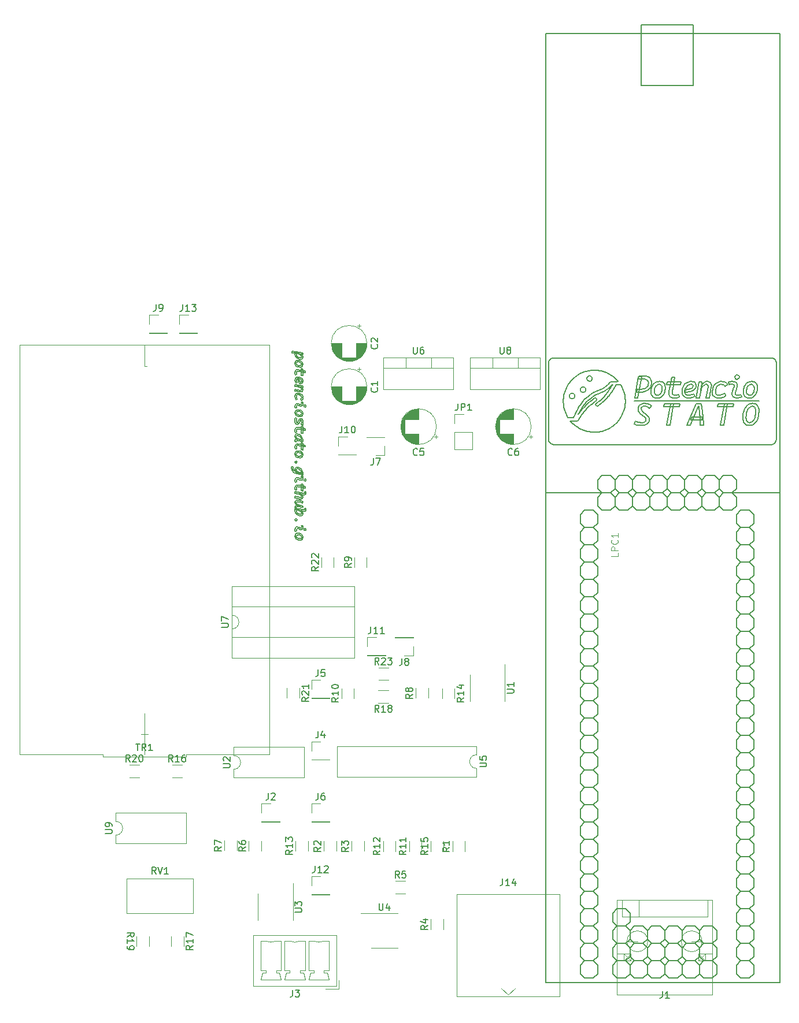
<source format=gbr>
%TF.GenerationSoftware,KiCad,Pcbnew,(5.1.10)-1*%
%TF.CreationDate,2022-11-12T22:12:05-03:00*%
%TF.ProjectId,potenciostato,706f7465-6e63-4696-9f73-7461746f2e6b,rev?*%
%TF.SameCoordinates,Original*%
%TF.FileFunction,Legend,Top*%
%TF.FilePolarity,Positive*%
%FSLAX46Y46*%
G04 Gerber Fmt 4.6, Leading zero omitted, Abs format (unit mm)*
G04 Created by KiCad (PCBNEW (5.1.10)-1) date 2022-11-12 22:12:05*
%MOMM*%
%LPD*%
G01*
G04 APERTURE LIST*
%ADD10C,0.200000*%
%ADD11C,0.152400*%
%ADD12C,0.127000*%
%ADD13C,0.120000*%
%ADD14C,0.015000*%
%ADD15C,0.150000*%
G04 APERTURE END LIST*
D10*
X146687900Y-87945800D02*
X146711700Y-88070600D01*
X146517100Y-89262300D02*
X146654216Y-89425926D01*
X146654216Y-89425926D02*
X146712625Y-89620511D01*
X146712625Y-89620511D02*
X146717500Y-89706200D01*
X145905700Y-88188600D02*
X146060500Y-88219700D01*
X145885000Y-89788300D02*
X146079356Y-89863230D01*
X146079356Y-89863230D02*
X146254400Y-89878100D01*
X146014900Y-89328900D02*
X145821400Y-89384600D01*
X146617300Y-88504400D02*
X146424409Y-88561728D01*
X146424409Y-88561728D02*
X146322100Y-88545700D01*
X146206700Y-88275800D02*
X146343400Y-88322100D01*
X146519300Y-88161800D02*
X146495000Y-87967899D01*
X145766400Y-88690400D02*
X145811200Y-88785200D01*
X146717500Y-88195800D02*
X146685837Y-88401476D01*
X146685837Y-88401476D02*
X146617300Y-88504400D01*
X146446900Y-89824900D02*
X146516000Y-89675500D01*
X145551500Y-89500700D02*
X145593682Y-89298176D01*
X145593682Y-89298176D02*
X145659300Y-89207599D01*
X145958500Y-89102000D02*
X146167117Y-89117687D01*
X146167117Y-89117687D02*
X146360792Y-89171109D01*
X146360792Y-89171109D02*
X146517100Y-89262300D01*
X146383600Y-89420800D02*
X146189679Y-89344086D01*
X146189679Y-89344086D02*
X146014900Y-89328900D01*
X146607200Y-89999300D02*
X146425202Y-90092375D01*
X146425202Y-90092375D02*
X146300000Y-90104900D01*
X146474800Y-88303600D02*
X146519300Y-88161800D01*
X145551500Y-88556200D02*
X145586656Y-88354970D01*
X145586656Y-88354970D02*
X145641500Y-88271100D01*
X145659300Y-89207599D02*
X145836684Y-89114454D01*
X145836684Y-89114454D02*
X145958500Y-89102000D01*
X146516000Y-89675500D02*
X146453435Y-89484836D01*
X146453435Y-89484836D02*
X146383600Y-89420800D01*
X146254400Y-89878100D02*
X146446900Y-89824900D01*
X146300000Y-90104900D02*
X146094470Y-90089317D01*
X146094470Y-90089317D02*
X145888027Y-90029496D01*
X145888027Y-90029496D02*
X145749400Y-89945400D01*
X145749400Y-89945400D02*
X145614213Y-89781706D01*
X145614213Y-89781706D02*
X145556345Y-89586707D01*
X145556345Y-89586707D02*
X145551500Y-89500700D01*
X146322100Y-88545700D02*
X146181700Y-88498600D01*
X146343400Y-88322100D02*
X146474800Y-88303600D01*
X146060500Y-88219700D02*
X146206700Y-88275800D01*
X146181700Y-88498600D02*
X146052900Y-88445099D01*
X145641500Y-88271100D02*
X145833661Y-88188805D01*
X145833661Y-88188805D02*
X145905700Y-88188600D01*
X146495000Y-87967899D02*
X146687900Y-87945800D01*
X145577500Y-88721500D02*
X145551500Y-88556200D01*
X146711700Y-88070600D02*
X146717500Y-88195800D01*
X145751900Y-89539799D02*
X145820717Y-89732444D01*
X145820717Y-89732444D02*
X145885000Y-89788300D01*
X145753000Y-88597800D02*
X145766400Y-88690400D01*
X146717500Y-89706200D02*
X146674531Y-89908723D01*
X146674531Y-89908723D02*
X146607200Y-89999300D01*
X145915100Y-88415400D02*
X145756967Y-88542128D01*
X145756967Y-88542128D02*
X145753000Y-88597800D01*
X145821400Y-89384600D02*
X145751900Y-89539799D01*
X145640800Y-88858300D02*
X145577500Y-88721500D01*
X146052900Y-88445099D02*
X145915100Y-88415400D01*
X146288400Y-85825900D02*
X146093933Y-85745885D01*
X146093933Y-85745885D02*
X145984200Y-85721000D01*
X146696200Y-85302500D02*
X145932100Y-85166900D01*
X145747500Y-85298200D02*
X145747500Y-85343800D01*
X146920500Y-88425200D02*
X147031200Y-88379299D01*
X145865500Y-87114900D02*
X145819899Y-87225999D01*
X145819899Y-87004199D02*
X145865500Y-87114900D01*
X145597800Y-87004199D02*
X145708500Y-86957900D01*
X146440800Y-85854500D02*
X146360400Y-85799500D01*
X146360400Y-85799500D02*
X146550918Y-85882931D01*
X146550918Y-85882931D02*
X146624200Y-85954400D01*
X146050700Y-86479300D02*
X145869811Y-86378130D01*
X145869811Y-86378130D02*
X145788100Y-86308199D01*
X145562299Y-85310799D02*
X145562299Y-85261300D01*
X145854600Y-84976200D02*
X146082600Y-84963200D01*
X145788100Y-86308199D02*
X145662229Y-86147325D01*
X145662229Y-86147325D02*
X145613700Y-86050200D01*
X145747500Y-85343800D02*
X145562299Y-85310799D01*
X145919800Y-86152600D02*
X146091816Y-86265875D01*
X146091816Y-86265875D02*
X146105000Y-86271299D01*
X146082600Y-84963200D02*
X146696200Y-85072400D01*
X145687100Y-84986700D02*
X145854600Y-84976200D01*
X145592300Y-85078900D02*
X145687100Y-84986700D01*
X146469000Y-86274600D02*
X146516000Y-86163100D01*
X146378500Y-86540500D02*
X146177489Y-86518967D01*
X146177489Y-86518967D02*
X146050700Y-86479300D01*
X146335799Y-86313600D02*
X146469000Y-86274600D01*
X145811200Y-88785200D02*
X145640800Y-88858300D01*
X146920500Y-88647299D02*
X146874600Y-88536300D01*
X147031200Y-88692900D02*
X146920500Y-88647299D01*
X147096000Y-85833499D02*
X146890822Y-85877097D01*
X146890822Y-85877097D02*
X146809800Y-85866400D01*
X145789200Y-85177000D02*
X145747500Y-85298200D01*
X146440800Y-85762200D02*
X146440800Y-85854500D01*
X147188200Y-88536300D02*
X147142700Y-88647299D01*
X147181400Y-85499600D02*
X147185000Y-85580300D01*
X146984200Y-85493799D02*
X146975100Y-85441300D01*
X145753000Y-85751800D02*
X145789241Y-85954519D01*
X145789241Y-85954519D02*
X145797100Y-85973900D01*
X146628900Y-86463400D02*
X146436582Y-86537789D01*
X146436582Y-86537789D02*
X146378500Y-86540500D01*
X147031200Y-88379299D02*
X147142700Y-88425200D01*
X146874600Y-88536300D02*
X146920500Y-88425200D01*
X145708500Y-87271500D02*
X145597800Y-87225999D01*
X146696200Y-85072400D02*
X146696200Y-85302500D01*
X146717500Y-86247799D02*
X146654502Y-86437957D01*
X146654502Y-86437957D02*
X146628900Y-86463400D01*
X145557600Y-85574800D02*
X145573900Y-85421100D01*
X145708500Y-86957900D02*
X145819899Y-87004199D01*
X146105000Y-86271299D02*
X146304890Y-86312939D01*
X146304890Y-86312939D02*
X146335799Y-86313600D01*
X146986700Y-85546300D02*
X146984200Y-85493799D01*
X146461000Y-85986200D02*
X146316771Y-85843964D01*
X146316771Y-85843964D02*
X146288400Y-85825900D01*
X147185000Y-85580300D02*
X147142918Y-85779128D01*
X147142918Y-85779128D02*
X147096000Y-85833499D01*
X145932100Y-85166900D02*
X145789200Y-85177000D01*
X145572800Y-85648999D02*
X145573900Y-85421100D01*
X146809800Y-85866400D02*
X145572800Y-85648999D01*
X145984200Y-85721000D02*
X146440800Y-85762200D01*
X147142700Y-88647299D02*
X147031200Y-88692900D01*
X147142700Y-88425200D02*
X147188200Y-88536300D01*
X145819899Y-87225999D02*
X145708500Y-87271500D01*
X145551500Y-87114900D02*
X145597800Y-87004199D01*
X146975100Y-85441300D02*
X147168000Y-85418900D01*
X145573900Y-85421100D02*
X145779400Y-85527100D01*
X146949800Y-85634200D02*
X146986700Y-85546300D01*
X146516000Y-86163100D02*
X146461000Y-85986200D01*
X145797100Y-85973900D02*
X145910092Y-86142935D01*
X145910092Y-86142935D02*
X145919800Y-86152600D01*
X145597800Y-87225999D02*
X145551500Y-87114900D01*
X147168000Y-85418900D02*
X147181400Y-85499600D01*
X146831100Y-85642499D02*
X146949800Y-85634200D01*
X145573900Y-85421100D02*
X146831100Y-85642499D01*
X145613700Y-86050200D02*
X145560290Y-85855220D01*
X145560290Y-85855220D02*
X145551500Y-85728600D01*
X146624200Y-85954400D02*
X146708388Y-86143628D01*
X146708388Y-86143628D02*
X146717500Y-86247799D01*
X145551500Y-85728600D02*
X145557600Y-85574800D01*
X145779400Y-85527100D02*
X145753105Y-85732658D01*
X145753105Y-85732658D02*
X145753000Y-85751800D01*
X146440800Y-83360900D02*
X146440800Y-83407499D01*
X145562299Y-85261300D02*
X145592300Y-85078900D01*
X146696200Y-81898999D02*
X146696200Y-82889200D01*
X145592000Y-84760200D02*
X145550467Y-84562992D01*
X145550467Y-84562992D02*
X145550400Y-84555000D01*
X145709600Y-84885000D02*
X145592000Y-84760200D01*
X146717500Y-83787800D02*
X146659956Y-83985785D01*
X146659956Y-83985785D02*
X146615100Y-84025900D01*
X145751900Y-84624200D02*
X145835205Y-84814610D01*
X145835205Y-84814610D02*
X145888300Y-84857100D01*
X146300400Y-83409000D02*
X146112791Y-83338808D01*
X146112791Y-83338808D02*
X145986300Y-83307699D01*
X145838700Y-84979100D02*
X145838700Y-84909200D01*
X146214600Y-84522500D02*
X146012477Y-84477734D01*
X146012477Y-84477734D02*
X145914000Y-84470399D01*
X146466800Y-83814899D02*
X146516000Y-83703100D01*
X145888300Y-84857100D02*
X146079084Y-84947226D01*
X146079084Y-84947226D02*
X146279800Y-84998299D01*
X146809800Y-83452000D02*
X145572800Y-83233500D01*
X145572800Y-83005600D02*
X146831100Y-83228100D01*
X145753000Y-82454700D02*
X145765600Y-82590400D01*
X145986300Y-83307699D02*
X146440800Y-83360900D01*
X147096000Y-83418400D02*
X146890822Y-83462286D01*
X146890822Y-83462286D02*
X146809800Y-83452000D01*
X146311600Y-84057000D02*
X145572800Y-83926700D01*
X146645500Y-83543599D02*
X146714985Y-83736036D01*
X146714985Y-83736036D02*
X146717500Y-83787800D01*
X146032600Y-82272699D02*
X145915100Y-82261500D01*
X145894100Y-82034600D02*
X145979500Y-82039000D01*
X145915100Y-82261500D02*
X145792100Y-82308200D01*
X146676300Y-84689999D02*
X146479634Y-84612190D01*
X146479634Y-84612190D02*
X146285895Y-84544124D01*
X146285895Y-84544124D02*
X146214600Y-84522500D01*
X145572800Y-83926700D02*
X145572800Y-83698800D01*
X145550400Y-84555000D02*
X145608940Y-84358202D01*
X145608940Y-84358202D02*
X145639000Y-84325299D01*
X145630000Y-82770500D02*
X145574200Y-82608800D01*
X146319900Y-83829400D02*
X146466800Y-83814899D01*
X146499400Y-82854100D02*
X146499400Y-81864200D01*
X146196200Y-82074100D02*
X147035600Y-82221300D01*
X146949800Y-83219800D02*
X146986700Y-83131900D01*
X145914000Y-84470399D02*
X145794200Y-84510500D01*
X146516000Y-83703100D02*
X146466399Y-83542100D01*
X145792100Y-82308200D02*
X145753000Y-82454700D01*
X145889700Y-84969700D02*
X145709600Y-84885000D01*
X145838700Y-84909200D02*
X145889700Y-84969700D01*
X147035600Y-82449300D02*
X146196200Y-82302000D01*
X146246500Y-84296000D02*
X146447817Y-84359379D01*
X146447817Y-84359379D02*
X146650089Y-84436926D01*
X146650089Y-84436926D02*
X146717500Y-84465000D01*
X147185000Y-83165900D02*
X147142918Y-83364324D01*
X147142918Y-83364324D02*
X147096000Y-83418400D01*
X146696200Y-82889200D02*
X146499400Y-82854100D01*
X145765600Y-82590400D02*
X145811200Y-82728900D01*
X146975100Y-83026900D02*
X147168000Y-83004500D01*
X146279800Y-84998299D02*
X145838700Y-84979100D01*
X145794200Y-84510500D02*
X145751900Y-84624200D01*
X146717500Y-84465000D02*
X146676300Y-84689999D01*
X146071000Y-82052400D02*
X146196200Y-82074100D01*
X146831100Y-83228100D02*
X146949800Y-83219800D01*
X146615100Y-84025900D02*
X146417014Y-84069193D01*
X146417014Y-84069193D02*
X146311600Y-84057000D01*
X147181400Y-83085199D02*
X147185000Y-83165900D01*
X146440800Y-83407499D02*
X146616339Y-83507567D01*
X146616339Y-83507567D02*
X146645500Y-83543599D01*
X147168000Y-83004500D02*
X147181400Y-83085199D01*
X145572800Y-83698800D02*
X146319900Y-83829400D01*
X146196200Y-82302000D02*
X146032600Y-82272699D01*
X146986700Y-83131900D02*
X146984200Y-83079400D01*
X146466399Y-83542100D02*
X146307591Y-83412681D01*
X146307591Y-83412681D02*
X146300400Y-83409000D01*
X147035600Y-82221300D02*
X147035600Y-82449300D01*
X145634700Y-82126500D02*
X145821435Y-82039016D01*
X145821435Y-82039016D02*
X145894100Y-82034600D01*
X145887600Y-84243500D02*
X146092422Y-84261965D01*
X146092422Y-84261965D02*
X146246500Y-84296000D01*
X145639000Y-84325299D02*
X145830054Y-84246370D01*
X145830054Y-84246370D02*
X145887600Y-84243500D01*
X145572800Y-83233500D02*
X145572800Y-83005600D01*
X146499400Y-81864200D02*
X146696200Y-81898999D01*
X146984200Y-83079400D02*
X146975100Y-83026900D01*
X145811200Y-82728900D02*
X145630000Y-82770500D01*
X145574200Y-82608800D02*
X145551500Y-82413100D01*
X145979500Y-82039000D02*
X146071000Y-82052400D01*
X145866599Y-79396600D02*
X146069848Y-79422329D01*
X146069848Y-79422329D02*
X146212500Y-79477700D01*
X146920500Y-81404100D02*
X146874600Y-81293100D01*
X147188200Y-81293100D02*
X147142700Y-81404100D01*
X146519300Y-80918600D02*
X146495000Y-80724700D01*
X146206700Y-81032600D02*
X146343400Y-81078900D01*
X146707000Y-80474800D02*
X146707000Y-80494000D01*
X145905700Y-80945400D02*
X146060500Y-80976500D01*
X145551500Y-81313000D02*
X145586656Y-81111770D01*
X145586656Y-81111770D02*
X145641500Y-81027900D01*
X145641500Y-81027900D02*
X145833661Y-80945605D01*
X145833661Y-80945605D02*
X145905700Y-80945400D01*
X147142700Y-81182000D02*
X147188200Y-81293100D01*
X147031200Y-81449700D02*
X146920500Y-81404100D01*
X145137200Y-79894500D02*
X145085537Y-79700041D01*
X145085537Y-79700041D02*
X145072400Y-79560200D01*
X147142700Y-81404100D02*
X147031200Y-81449700D01*
X146647700Y-80048200D02*
X146692125Y-80253100D01*
X146692125Y-80253100D02*
X146706941Y-80460451D01*
X146706941Y-80460451D02*
X146707000Y-80474800D01*
X146322100Y-80199100D02*
X146233100Y-80308400D01*
X146478000Y-79705300D02*
X146585888Y-79885630D01*
X146585888Y-79885630D02*
X146647700Y-80048200D01*
X145992100Y-80103200D02*
X146188506Y-80172792D01*
X146188506Y-80172792D02*
X146279800Y-80191900D01*
X145788400Y-79662200D02*
X145751900Y-79771800D01*
X146874600Y-81293100D02*
X146920500Y-81182000D01*
X145633200Y-79476600D02*
X145821113Y-79398561D01*
X145821113Y-79398561D02*
X145866599Y-79396600D01*
X145550400Y-79703100D02*
X145605160Y-79509034D01*
X145605160Y-79509034D02*
X145633200Y-79476600D01*
X146233100Y-80308400D02*
X145817700Y-80185399D01*
X145288800Y-80117700D02*
X145163585Y-79951710D01*
X145163585Y-79951710D02*
X145137200Y-79894500D01*
X146707000Y-80494000D02*
X146505500Y-80328600D01*
X145817700Y-80062400D02*
X145868400Y-80113400D01*
X145751900Y-79771800D02*
X145813000Y-79960700D01*
X145893000Y-79623500D02*
X145788400Y-79662200D01*
X146319600Y-79827600D02*
X146162159Y-79695614D01*
X146162159Y-79695614D02*
X146128900Y-79677800D01*
X145751900Y-80098499D02*
X146551100Y-80239300D01*
X146450500Y-80051900D02*
X146353875Y-79871160D01*
X146353875Y-79871160D02*
X146319600Y-79827600D01*
X145510200Y-80254800D02*
X145332052Y-80153934D01*
X145332052Y-80153934D02*
X145288800Y-80117700D01*
X145785900Y-80331500D02*
X145591377Y-80284037D01*
X145591377Y-80284037D02*
X145510200Y-80254800D01*
X145072400Y-79560200D02*
X145064100Y-79369100D01*
X146128900Y-79677800D02*
X145932250Y-79624825D01*
X145932250Y-79624825D02*
X145893000Y-79623500D01*
X145817700Y-80185399D02*
X145817700Y-80062400D01*
X146707000Y-80486400D02*
X146707000Y-80494700D01*
X145766400Y-81447200D02*
X145811200Y-81542000D01*
X146322100Y-81302500D02*
X146181700Y-81255400D01*
X146343400Y-81078900D02*
X146474800Y-81060400D01*
X146060500Y-80976500D02*
X146206700Y-81032600D01*
X145633600Y-79958499D02*
X145554508Y-79765994D01*
X145554508Y-79765994D02*
X145550400Y-79703100D01*
X145551500Y-82413100D02*
X145584029Y-82209825D01*
X145584029Y-82209825D02*
X145634700Y-82126500D01*
X146505500Y-80328600D02*
X146474580Y-80125572D01*
X146474580Y-80125572D02*
X146450500Y-80051900D01*
X146687900Y-80702600D02*
X146711700Y-80827400D01*
X147031200Y-81136100D02*
X147142700Y-81182000D01*
X146474800Y-81060400D02*
X146519300Y-80918600D01*
X145577500Y-81478300D02*
X145551500Y-81313000D01*
X145753000Y-81354600D02*
X145766400Y-81447200D01*
X145915100Y-81172200D02*
X145756967Y-81298928D01*
X145756967Y-81298928D02*
X145753000Y-81354600D01*
X146052900Y-81201900D02*
X145915100Y-81172200D01*
X146181700Y-81255400D02*
X146052900Y-81201900D01*
X146707000Y-80494700D02*
X145785900Y-80331500D01*
X146717500Y-80952600D02*
X146685837Y-81158276D01*
X146685837Y-81158276D02*
X146617300Y-81261200D01*
X146617300Y-81261200D02*
X146424409Y-81318529D01*
X146424409Y-81318529D02*
X146322100Y-81302500D01*
X146711700Y-80827400D02*
X146717500Y-80952600D01*
X146551100Y-80239300D02*
X146707000Y-80486400D01*
X145868400Y-80113400D02*
X145685923Y-80014003D01*
X145685923Y-80014003D02*
X145633600Y-79958499D01*
X146279800Y-80191900D02*
X146322100Y-80199100D01*
X145813000Y-79960700D02*
X145970441Y-80091999D01*
X145970441Y-80091999D02*
X145992100Y-80103200D01*
X146495000Y-80724700D02*
X146687900Y-80702600D01*
X146212500Y-79477700D02*
X146381008Y-79597116D01*
X146381008Y-79597116D02*
X146478000Y-79705300D01*
X145640800Y-81615100D02*
X145577500Y-81478300D01*
X145811200Y-81542000D02*
X145640800Y-81615100D01*
X146920500Y-81182000D02*
X147031200Y-81136100D01*
X147035600Y-76185300D02*
X147035600Y-76413300D01*
X145900200Y-75315300D02*
X145721563Y-75217472D01*
X145721563Y-75217472D02*
X145642299Y-75135100D01*
X146516000Y-77603500D02*
X146453435Y-77412836D01*
X146453435Y-77412836D02*
X146383600Y-77348800D01*
X145819899Y-78553800D02*
X145865500Y-78664500D01*
X145753000Y-76418699D02*
X145765600Y-76554400D01*
X146014900Y-77256900D02*
X145821400Y-77312600D01*
X146446900Y-77752900D02*
X146516000Y-77603500D01*
X145979500Y-76002999D02*
X146071000Y-76016400D01*
X146499400Y-76818100D02*
X146499400Y-75828200D01*
X145792100Y-76272200D02*
X145753000Y-76418699D01*
X145551500Y-76377100D02*
X145584029Y-76173825D01*
X145584029Y-76173825D02*
X145634700Y-76090500D01*
X145551500Y-77428700D02*
X145593682Y-77226176D01*
X145593682Y-77226176D02*
X145659300Y-77135600D01*
X146196200Y-76266000D02*
X146032600Y-76236700D01*
X145642299Y-75135100D02*
X145559520Y-74947883D01*
X145559520Y-74947883D02*
X145550400Y-74850100D01*
X146587300Y-75398899D02*
X146505500Y-75484999D01*
X146071000Y-76016400D02*
X146196200Y-76038100D01*
X145708500Y-78507500D02*
X145819899Y-78553800D01*
X145275000Y-79581200D02*
X145315650Y-79782760D01*
X145315650Y-79782760D02*
X145325700Y-79806600D01*
X146607200Y-77927300D02*
X146425202Y-78020375D01*
X146425202Y-78020375D02*
X146300000Y-78032900D01*
X145630000Y-76734500D02*
X145574200Y-76572799D01*
X147035600Y-76413300D02*
X146196200Y-76266000D01*
X146300000Y-78032900D02*
X146094470Y-78017317D01*
X146094470Y-78017317D02*
X145888027Y-77957496D01*
X145888027Y-77957496D02*
X145749400Y-77873400D01*
X145261299Y-79358700D02*
X145275000Y-79581200D01*
X146383600Y-77348800D02*
X146189679Y-77272086D01*
X146189679Y-77272086D02*
X146014900Y-77256900D01*
X146254400Y-77806100D02*
X146446900Y-77752900D01*
X146499400Y-75828200D02*
X146696200Y-75863000D01*
X146279800Y-75343900D02*
X146587300Y-75398899D01*
X145749400Y-77873400D02*
X145614213Y-77709706D01*
X145614213Y-77709706D02*
X145556345Y-77514707D01*
X145556345Y-77514707D02*
X145551500Y-77428700D01*
X146319600Y-74981700D02*
X146162159Y-74848340D01*
X146162159Y-74848340D02*
X146128900Y-74830200D01*
X146696200Y-76853199D02*
X146499400Y-76818100D01*
X145788400Y-74813500D02*
X145751900Y-74918800D01*
X145893000Y-74775900D02*
X145788400Y-74813500D01*
X145634700Y-76090500D02*
X145821435Y-76003016D01*
X145821435Y-76003016D02*
X145894100Y-75998600D01*
X145821400Y-77312600D02*
X145751900Y-77467800D01*
X145064100Y-79369100D02*
X145261299Y-79358700D01*
X146128900Y-74830200D02*
X145932250Y-74777225D01*
X145932250Y-74777225D02*
X145893000Y-74775900D01*
X145865500Y-78664500D02*
X145819899Y-78775600D01*
X145597800Y-78553800D02*
X145708500Y-78507500D01*
X145574200Y-76572799D02*
X145551500Y-76377100D01*
X145885000Y-77716300D02*
X146079356Y-77791230D01*
X146079356Y-77791230D02*
X146254400Y-77806100D01*
X145958500Y-77030000D02*
X146167117Y-77045687D01*
X146167117Y-77045687D02*
X146360792Y-77099109D01*
X146360792Y-77099109D02*
X146517100Y-77190300D01*
X145765600Y-76554400D02*
X145811200Y-76692900D01*
X146696200Y-75863000D02*
X146696200Y-76853199D01*
X145915100Y-76225500D02*
X145792100Y-76272200D01*
X146450500Y-75207500D02*
X146353875Y-75025731D01*
X146353875Y-75025731D02*
X146319600Y-74981700D01*
X146032600Y-76236700D02*
X145915100Y-76225500D01*
X146196200Y-76038100D02*
X147035600Y-76185300D01*
X145751900Y-74918800D02*
X145817017Y-75110013D01*
X145817017Y-75110013D02*
X145889700Y-75184700D01*
X145838700Y-75258900D02*
X145900200Y-75315300D01*
X145889700Y-75184700D02*
X146068399Y-75286161D01*
X146068399Y-75286161D02*
X146264134Y-75340983D01*
X146264134Y-75340983D02*
X146279800Y-75343900D01*
X145583300Y-80051100D02*
X145751900Y-80098499D01*
X146717500Y-77634200D02*
X146674531Y-77836723D01*
X146674531Y-77836723D02*
X146607200Y-77927300D01*
X145435000Y-79958499D02*
X145583300Y-80051100D01*
X145325700Y-79806600D02*
X145435000Y-79958499D01*
X145894100Y-75998600D02*
X145979500Y-76002999D01*
X146517100Y-77190300D02*
X146654216Y-77353926D01*
X146654216Y-77353926D02*
X146712625Y-77548511D01*
X146712625Y-77548511D02*
X146717500Y-77634200D01*
X145551500Y-78664500D02*
X145597800Y-78553800D01*
X145597800Y-78775600D02*
X145551500Y-78664500D01*
X145708500Y-78821099D02*
X145597800Y-78775600D01*
X145819899Y-78775600D02*
X145708500Y-78821099D01*
X145751900Y-77467800D02*
X145820717Y-77660444D01*
X145820717Y-77660444D02*
X145885000Y-77716300D01*
X145659300Y-77135600D02*
X145836684Y-77042454D01*
X145836684Y-77042454D02*
X145958500Y-77030000D01*
X145811200Y-76692900D02*
X145630000Y-76734500D01*
X146505500Y-75484999D02*
X146474580Y-75281631D01*
X146474580Y-75281631D02*
X146450500Y-75207500D01*
X146517100Y-71154300D02*
X146654216Y-71317926D01*
X146654216Y-71317926D02*
X146712625Y-71512511D01*
X146712625Y-71512511D02*
X146717500Y-71598200D01*
X145615100Y-72146200D02*
X145818800Y-72207700D01*
X145568500Y-72334700D02*
X145615100Y-72146200D01*
X145551500Y-72588300D02*
X145561889Y-72386371D01*
X145561889Y-72386371D02*
X145568500Y-72334700D01*
X147031200Y-70584900D02*
X146920500Y-70539300D01*
X146383600Y-71312800D02*
X146189679Y-71236086D01*
X146189679Y-71236086D02*
X146014900Y-71220899D01*
X146266000Y-68841900D02*
X146064681Y-68797180D01*
X146064681Y-68797180D02*
X145987400Y-68793799D01*
X146516000Y-71567500D02*
X146453435Y-71376836D01*
X146453435Y-71376836D02*
X146383600Y-71312800D01*
X146254400Y-71770100D02*
X146446900Y-71716900D01*
X145751900Y-71431800D02*
X145820717Y-71624444D01*
X145820717Y-71624444D02*
X145885000Y-71680300D01*
X145551500Y-71392700D02*
X145593682Y-71190176D01*
X145593682Y-71190176D02*
X145659300Y-71099600D01*
X146687900Y-69837800D02*
X146711700Y-69962600D01*
X146874600Y-70428300D02*
X146920500Y-70317200D01*
X145551500Y-70448200D02*
X145586656Y-70246970D01*
X145586656Y-70246970D02*
X145641500Y-70163099D01*
X145749400Y-71837400D02*
X145614213Y-71673706D01*
X145614213Y-71673706D02*
X145556345Y-71478707D01*
X145556345Y-71478707D02*
X145551500Y-71392700D01*
X146300000Y-71996900D02*
X146094470Y-71981317D01*
X146094470Y-71981317D02*
X145888027Y-71921496D01*
X145888027Y-71921496D02*
X145749400Y-71837400D01*
X145987400Y-68793799D02*
X145814500Y-68857800D01*
X146607200Y-71891300D02*
X146425202Y-71984375D01*
X146425202Y-71984375D02*
X146300000Y-71996900D01*
X146717500Y-71598200D02*
X146674531Y-71800722D01*
X146674531Y-71800722D02*
X146607200Y-71891300D01*
X147188200Y-70428300D02*
X147142700Y-70539300D01*
X145766400Y-70582400D02*
X145811200Y-70677200D01*
X145640800Y-70750300D02*
X145577500Y-70613500D01*
X146495000Y-69859900D02*
X146687900Y-69837800D01*
X145958500Y-70994000D02*
X146167117Y-71009687D01*
X146167117Y-71009687D02*
X146360792Y-71063109D01*
X146360792Y-71063109D02*
X146517100Y-71154300D01*
X146920500Y-70539300D02*
X146874600Y-70428300D01*
X145659300Y-71099600D02*
X145836684Y-71006454D01*
X145836684Y-71006454D02*
X145958500Y-70994000D01*
X145753000Y-70489800D02*
X145766400Y-70582400D01*
X145915100Y-70307399D02*
X145756967Y-70434128D01*
X145756967Y-70434128D02*
X145753000Y-70489800D01*
X146920500Y-70317200D02*
X147031200Y-70271300D01*
X147142700Y-70539300D02*
X147031200Y-70584900D01*
X145641500Y-70163099D02*
X145833661Y-70080805D01*
X145833661Y-70080805D02*
X145905700Y-70080600D01*
X146717500Y-70087800D02*
X146685837Y-70293476D01*
X146685837Y-70293476D02*
X146617300Y-70396400D01*
X146343400Y-70214100D02*
X146474800Y-70195600D01*
X146450500Y-68975400D02*
X146287808Y-68851101D01*
X146287808Y-68851101D02*
X146266000Y-68841900D01*
X146060500Y-70111700D02*
X146206700Y-70167799D01*
X146322100Y-70437700D02*
X146181700Y-70390600D01*
X146617300Y-70396400D02*
X146424409Y-70453729D01*
X146424409Y-70453729D02*
X146322100Y-70437700D01*
X146206700Y-70167799D02*
X146343400Y-70214100D01*
X147031200Y-70271300D02*
X147142700Y-70317200D01*
X146474800Y-70195600D02*
X146519300Y-70053800D01*
X147142700Y-70317200D02*
X147188200Y-70428300D01*
X146516000Y-69176600D02*
X146454541Y-68980854D01*
X146454541Y-68980854D02*
X146450500Y-68975400D01*
X145821400Y-71276600D02*
X145751900Y-71431800D01*
X145818800Y-72207700D02*
X145776213Y-72404998D01*
X145776213Y-72404998D02*
X145770300Y-72439300D01*
X146014900Y-71220899D02*
X145821400Y-71276600D01*
X146519300Y-70053800D02*
X146495000Y-69859900D01*
X145814500Y-68857800D02*
X145753000Y-69035500D01*
X146446900Y-71716900D02*
X146516000Y-71567500D01*
X145885000Y-71680300D02*
X146079356Y-71755230D01*
X146079356Y-71755230D02*
X146254400Y-71770100D01*
X146052900Y-70337100D02*
X145915100Y-70307399D01*
X146181700Y-70390600D02*
X146052900Y-70337100D01*
X145905700Y-70080600D02*
X146060500Y-70111700D01*
X146711700Y-69962600D02*
X146717500Y-70087800D01*
X145811200Y-70677200D02*
X145640800Y-70750300D01*
X145577500Y-70613500D02*
X145551500Y-70448200D01*
X146477700Y-69348100D02*
X146516000Y-69176600D01*
X146353900Y-69474299D02*
X146477700Y-69348100D01*
X145572800Y-68005200D02*
X146319900Y-68135799D01*
X146428100Y-67696899D02*
X145572800Y-67546400D01*
X145997900Y-66389900D02*
X145817700Y-66461200D01*
X146211000Y-66792200D02*
X146347856Y-66940784D01*
X146347856Y-66940784D02*
X146407100Y-66950700D01*
X146717500Y-66845800D02*
X146673414Y-67041943D01*
X146673414Y-67041943D02*
X146639000Y-67090000D01*
X146135800Y-66349700D02*
X146150260Y-66559699D01*
X146150260Y-66559699D02*
X146198261Y-66761390D01*
X146198261Y-66761390D02*
X146211000Y-66792200D01*
X146639000Y-67090000D02*
X146454921Y-67176127D01*
X146454921Y-67176127D02*
X146420900Y-67177500D01*
X146626000Y-66497000D02*
X146702428Y-66692155D01*
X146702428Y-66692155D02*
X146717500Y-66845800D01*
X145753000Y-66654000D02*
X145779400Y-66835299D01*
X145574200Y-65708000D02*
X145551500Y-65512300D01*
X145765600Y-65689600D02*
X145811200Y-65828100D01*
X145666100Y-66303400D02*
X145844506Y-66198333D01*
X145844506Y-66198333D02*
X145985300Y-66181100D01*
X145551500Y-66644199D02*
X145583882Y-66439392D01*
X145583882Y-66439392D02*
X145666100Y-66303400D01*
X145779400Y-66835299D02*
X145853600Y-67020499D01*
X146499400Y-64963400D02*
X146696200Y-64998200D01*
X145572800Y-67546400D02*
X145572800Y-67318500D01*
X145966100Y-66371800D02*
X146135800Y-66349700D01*
X146696200Y-65988400D02*
X146499400Y-65953300D01*
X146662500Y-69482700D02*
X146514120Y-69624526D01*
X146514120Y-69624526D02*
X146484500Y-69638600D01*
X146615100Y-68332299D02*
X146417014Y-68375593D01*
X146417014Y-68375593D02*
X146311600Y-68363400D01*
X145551500Y-69004700D02*
X145585731Y-68799531D01*
X145585731Y-68799531D02*
X145659600Y-68681300D01*
X146311600Y-68363400D02*
X145572800Y-68233100D01*
X146484500Y-69638600D02*
X146353900Y-69474299D01*
X146696200Y-67516800D02*
X146696200Y-67704200D01*
X146369800Y-66264300D02*
X146539503Y-66386525D01*
X146539503Y-66386525D02*
X146626000Y-66497000D01*
X145672299Y-67093899D02*
X145593899Y-66907859D01*
X145593899Y-66907859D02*
X145583300Y-66871100D01*
X145985300Y-66181100D02*
X146191500Y-66201962D01*
X146191500Y-66201962D02*
X146369800Y-66264300D01*
X146717500Y-69206200D02*
X146691474Y-69411585D01*
X146691474Y-69411585D02*
X146662500Y-69482700D01*
X146300400Y-67718600D02*
X146112791Y-67648827D01*
X146112791Y-67648827D02*
X145986300Y-67618400D01*
X145963900Y-68566899D02*
X146164699Y-68584377D01*
X146164699Y-68584377D02*
X146360800Y-68646499D01*
X145572800Y-67318500D02*
X146696200Y-67516800D01*
X146487100Y-66915600D02*
X146516000Y-66816100D01*
X146270400Y-66444499D02*
X146073370Y-66393748D01*
X146073370Y-66393748D02*
X145997900Y-66389900D01*
X145630000Y-65869700D02*
X145574200Y-65708000D01*
X146623800Y-68869400D02*
X146702075Y-69057459D01*
X146702075Y-69057459D02*
X146717500Y-69206200D01*
X145583300Y-66871100D02*
X145552005Y-66671499D01*
X145552005Y-66671499D02*
X145551500Y-66644199D01*
X146360800Y-68646499D02*
X146535144Y-68763446D01*
X146535144Y-68763446D02*
X146623800Y-68869400D01*
X145709600Y-69514500D02*
X145615527Y-69334196D01*
X145615527Y-69334196D02*
X145595200Y-69277200D01*
X145883200Y-69438200D02*
X145709600Y-69514500D01*
X146440800Y-67671299D02*
X146440800Y-67717900D01*
X146466399Y-67850299D02*
X146307591Y-67722280D01*
X146307591Y-67722280D02*
X146300400Y-67718600D01*
X146093400Y-66965100D02*
X146014582Y-66764649D01*
X146014582Y-66764649D02*
X145976864Y-66551718D01*
X145976864Y-66551718D02*
X145966100Y-66371800D01*
X146420900Y-67177500D02*
X146224873Y-67117514D01*
X146224873Y-67117514D02*
X146093400Y-66965100D01*
X145811200Y-65828100D02*
X145630000Y-65869700D01*
X146696200Y-64998200D02*
X146696200Y-65988400D01*
X145789200Y-69251100D02*
X145879592Y-69433085D01*
X145879592Y-69433085D02*
X145883200Y-69438200D01*
X145659600Y-68681300D02*
X145839496Y-68580479D01*
X145839496Y-68580479D02*
X145963900Y-68566899D01*
X145853600Y-67020499D02*
X145672299Y-67093899D01*
X145595200Y-69277200D02*
X145554207Y-69073828D01*
X145554207Y-69073828D02*
X145551500Y-69004700D01*
X145753000Y-69035500D02*
X145784788Y-69237916D01*
X145784788Y-69237916D02*
X145789200Y-69251100D01*
X146645500Y-67852500D02*
X146714985Y-68042867D01*
X146714985Y-68042867D02*
X146717500Y-68094200D01*
X146440800Y-67717900D02*
X146616339Y-67817189D01*
X146616339Y-67817189D02*
X146645500Y-67852500D01*
X146466800Y-68121299D02*
X146516000Y-68009499D01*
X145817700Y-66461200D02*
X145753000Y-66654000D01*
X146407100Y-66950700D02*
X146487100Y-66915600D01*
X146516000Y-66816100D02*
X146466741Y-66618405D01*
X146466741Y-66618405D02*
X146451600Y-66593899D01*
X146319900Y-68135799D02*
X146466800Y-68121299D01*
X146696200Y-67704200D02*
X146428100Y-67696899D01*
X146499400Y-65953300D02*
X146499400Y-64963400D01*
X145572800Y-68233100D02*
X145572800Y-68005200D01*
X146717500Y-68094200D02*
X146659956Y-68292185D01*
X146659956Y-68292185D02*
X146615100Y-68332299D01*
X146451600Y-66593899D02*
X146298730Y-66458572D01*
X146298730Y-66458572D02*
X146270400Y-66444499D01*
X145986300Y-67618400D02*
X146440800Y-67671299D01*
X146516000Y-68009499D02*
X146466399Y-67850299D01*
X146499400Y-73413800D02*
X146696200Y-73448600D01*
X145630700Y-75356900D02*
X145724400Y-75318600D01*
X145562299Y-75578000D02*
X145578600Y-75442000D01*
X145838700Y-75381900D02*
X145838700Y-75258900D01*
X145747500Y-75641699D02*
X145747500Y-75685100D01*
X146509100Y-72991400D02*
X146516000Y-72823500D01*
X146696200Y-73448600D02*
X146696200Y-74438800D01*
X145630000Y-74320100D02*
X145574200Y-74158400D01*
X145765600Y-74140000D02*
X145811200Y-74278500D01*
X146477700Y-72590900D02*
X146367700Y-72508700D01*
X146196200Y-73623700D02*
X147035600Y-73770900D01*
X146080000Y-73083600D02*
X145918300Y-73143700D01*
X146707000Y-75647100D02*
X145908900Y-75507100D01*
X146478000Y-74857300D02*
X146585888Y-75037635D01*
X146585888Y-75037635D02*
X146647700Y-75199500D01*
X146490700Y-73186000D02*
X146509100Y-72991400D01*
X146685700Y-73243200D02*
X146490700Y-73186000D01*
X146203400Y-72336900D02*
X146346700Y-72280800D01*
X145770300Y-72439300D02*
X145753000Y-72624100D01*
X147035600Y-73998900D02*
X146196200Y-73851600D01*
X145578600Y-75442000D02*
X145630700Y-75356900D01*
X146212500Y-74630100D02*
X146381008Y-74749315D01*
X146381008Y-74749315D02*
X146478000Y-74857300D01*
X145979500Y-73588600D02*
X146071000Y-73602000D01*
X145811200Y-74278500D02*
X145630000Y-74320100D01*
X145866599Y-75320400D02*
X145838700Y-75381900D01*
X145724400Y-75318600D02*
X145866599Y-75320400D01*
X146289200Y-72588300D02*
X146186400Y-72911400D01*
X145753000Y-74004299D02*
X145765600Y-74140000D01*
X145747500Y-75685100D02*
X145562299Y-75653199D01*
X146620600Y-72430599D02*
X146696243Y-72625291D01*
X146696243Y-72625291D02*
X146717405Y-72838265D01*
X146717405Y-72838265D02*
X146717500Y-72855300D01*
X145789500Y-72839800D02*
X145893000Y-72916800D01*
X145785900Y-75520500D02*
X145747500Y-75641699D01*
X146707000Y-75625700D02*
X146707000Y-75647100D01*
X145866599Y-74549000D02*
X146069848Y-74574563D01*
X146069848Y-74574563D02*
X146212500Y-74630100D01*
X146696200Y-74438800D02*
X146499400Y-74403700D01*
X145574200Y-74158400D02*
X145551500Y-73962700D01*
X146367700Y-72508700D02*
X146321699Y-72528600D01*
X145647700Y-72998200D02*
X145572684Y-72810321D01*
X145572684Y-72810321D02*
X145551594Y-72604739D01*
X145551594Y-72604739D02*
X145551500Y-72588300D01*
X146105000Y-72498200D02*
X146203400Y-72336900D01*
X146032600Y-73822300D02*
X145915100Y-73811100D01*
X146196200Y-73851600D02*
X146032600Y-73822300D01*
X145894100Y-73584200D02*
X145979500Y-73588600D01*
X146071000Y-73602000D02*
X146196200Y-73623700D01*
X146717500Y-72855300D02*
X146709200Y-73052900D01*
X146321699Y-72528600D02*
X146289200Y-72588300D01*
X145562299Y-75653199D02*
X145562299Y-75578000D01*
X145908900Y-75507100D02*
X145785900Y-75520500D01*
X146647700Y-75199500D02*
X146692125Y-75404200D01*
X146692125Y-75404200D02*
X146706941Y-75611352D01*
X146706941Y-75611352D02*
X146707000Y-75625700D01*
X145633200Y-74627200D02*
X145821113Y-74550911D01*
X145821113Y-74550911D02*
X145866599Y-74549000D01*
X145550400Y-74850100D02*
X145609431Y-74653360D01*
X145609431Y-74653360D02*
X145633200Y-74627200D01*
X146499400Y-74403700D02*
X146499400Y-73413800D01*
X145792100Y-73857800D02*
X145753000Y-74004299D01*
X145915100Y-73811100D02*
X145792100Y-73857800D01*
X145634700Y-73676100D02*
X145821435Y-73588616D01*
X145821435Y-73588616D02*
X145894100Y-73584200D01*
X145551500Y-73962700D02*
X145584029Y-73759425D01*
X145584029Y-73759425D02*
X145634700Y-73676100D01*
X146186400Y-72911400D02*
X146080000Y-73083600D01*
X145918300Y-73143700D02*
X145722831Y-73081038D01*
X145722831Y-73081038D02*
X145647700Y-72998200D01*
X146709200Y-73052900D02*
X146685700Y-73243200D01*
X145893000Y-72916800D02*
X145953800Y-72890800D01*
X145997900Y-72815900D02*
X146105000Y-72498200D01*
X146516000Y-72823500D02*
X146490740Y-72624053D01*
X146490740Y-72624053D02*
X146477700Y-72590900D01*
X146346700Y-72280800D02*
X146544403Y-72345298D01*
X146544403Y-72345298D02*
X146620600Y-72430599D01*
X145953800Y-72890800D02*
X145997900Y-72815900D01*
X145753000Y-72624100D02*
X145783007Y-72824902D01*
X145783007Y-72824902D02*
X145789500Y-72839800D01*
X147035600Y-73770900D02*
X147035600Y-73998900D01*
X145613700Y-63118499D02*
X145560290Y-62923731D01*
X145560290Y-62923731D02*
X145551500Y-62796900D01*
X146378500Y-63609100D02*
X146177489Y-63587459D01*
X146177489Y-63587459D02*
X146050700Y-63548000D01*
X145573900Y-62489700D02*
X145779400Y-62595700D01*
X146360400Y-62862699D02*
X146550918Y-62947510D01*
X146550918Y-62947510D02*
X146624200Y-63019700D01*
X146624200Y-63019700D02*
X146708388Y-63210879D01*
X146708388Y-63210879D02*
X146717500Y-63316400D01*
X146461000Y-63054500D02*
X146316771Y-62912614D01*
X146316771Y-62912614D02*
X146288400Y-62894600D01*
X145085100Y-62631500D02*
X145085100Y-62403599D01*
X146440800Y-62830900D02*
X146440800Y-62923100D01*
X146516000Y-64324300D02*
X146453435Y-64133636D01*
X146453435Y-64133636D02*
X146383600Y-64069600D01*
X145788100Y-63376799D02*
X145662229Y-63215885D01*
X145662229Y-63215885D02*
X145613700Y-63118499D01*
X146050700Y-63548000D02*
X145869811Y-63446778D01*
X145869811Y-63446778D02*
X145788100Y-63376799D01*
X146717500Y-63316400D02*
X146654502Y-63506557D01*
X146654502Y-63506557D02*
X146628900Y-63532000D01*
X146440800Y-62923100D02*
X146360400Y-62862699D01*
X145551500Y-62796900D02*
X145557600Y-62643500D01*
X146446900Y-64473700D02*
X146516000Y-64324300D01*
X145751900Y-64188600D02*
X145820717Y-64381244D01*
X145820717Y-64381244D02*
X145885000Y-64437100D01*
X146288400Y-62894600D02*
X146093933Y-62814375D01*
X146093933Y-62814375D02*
X145984200Y-62789600D01*
X145753000Y-65553900D02*
X145765600Y-65689600D01*
X146071000Y-65151599D02*
X146196200Y-65173300D01*
X145915100Y-65360700D02*
X145792100Y-65407400D01*
X146196200Y-65401199D02*
X146032600Y-65371899D01*
X145885000Y-64437100D02*
X146079356Y-64512030D01*
X146079356Y-64512030D02*
X146254400Y-64526900D01*
X146300000Y-64753700D02*
X146094470Y-64738117D01*
X146094470Y-64738117D02*
X145888027Y-64678296D01*
X145888027Y-64678296D02*
X145749400Y-64594200D01*
X146696200Y-62686900D02*
X146696200Y-62876500D01*
X145659300Y-63856400D02*
X145836684Y-63763254D01*
X145836684Y-63763254D02*
X145958500Y-63750800D01*
X145557600Y-62643500D02*
X145573900Y-62489700D01*
X145753000Y-62820400D02*
X145789004Y-63024847D01*
X145789004Y-63024847D02*
X145829300Y-63107700D01*
X145792100Y-65407400D02*
X145753000Y-65553900D01*
X146628900Y-63532000D02*
X146436582Y-63606389D01*
X146436582Y-63606389D02*
X146378500Y-63609100D01*
X145634700Y-65225699D02*
X145821435Y-65138216D01*
X145821435Y-65138216D02*
X145894100Y-65133800D01*
X146196200Y-65173300D02*
X147035600Y-65320500D01*
X146032600Y-65371899D02*
X145915100Y-65360700D01*
X146516000Y-63231700D02*
X146461000Y-63054500D01*
X146430300Y-62869200D02*
X145085100Y-62631500D01*
X147035600Y-65548499D02*
X146196200Y-65401199D01*
X147035600Y-65320500D02*
X147035600Y-65548499D01*
X145749400Y-64594200D02*
X145614213Y-64430506D01*
X145614213Y-64430506D02*
X145556345Y-64235507D01*
X145556345Y-64235507D02*
X145551500Y-64149500D01*
X146696200Y-62876500D02*
X146430300Y-62869200D01*
X145979500Y-65138199D02*
X146071000Y-65151599D01*
X145894100Y-65133800D02*
X145979500Y-65138199D01*
X146254400Y-64526900D02*
X146446900Y-64473700D01*
X146014900Y-63977700D02*
X145821400Y-64033400D01*
X145085100Y-62403599D02*
X146696200Y-62686900D01*
X146383600Y-64069600D02*
X146189679Y-63992886D01*
X146189679Y-63992886D02*
X146014900Y-63977700D01*
X146717500Y-64355000D02*
X146674531Y-64557523D01*
X146674531Y-64557523D02*
X146607200Y-64648100D01*
X146517100Y-63911100D02*
X146654216Y-64074726D01*
X146654216Y-64074726D02*
X146712625Y-64269311D01*
X146712625Y-64269311D02*
X146717500Y-64355000D01*
X146469000Y-63342800D02*
X146516000Y-63231700D01*
X145984200Y-62789600D02*
X146440800Y-62830900D01*
X145779400Y-62595700D02*
X145753105Y-62801259D01*
X145753105Y-62801259D02*
X145753000Y-62820400D01*
X145958500Y-63750800D02*
X146167117Y-63766487D01*
X146167117Y-63766487D02*
X146360792Y-63819909D01*
X146360792Y-63819909D02*
X146517100Y-63911100D01*
X145551500Y-64149500D02*
X145593682Y-63946976D01*
X145593682Y-63946976D02*
X145659300Y-63856400D01*
X146335799Y-63382300D02*
X146469000Y-63342800D01*
X145829300Y-63107700D02*
X145967903Y-63262687D01*
X145967903Y-63262687D02*
X146037700Y-63308400D01*
X146037700Y-63308400D02*
X146235311Y-63375089D01*
X146235311Y-63375089D02*
X146335799Y-63382300D01*
X145551500Y-65512300D02*
X145584029Y-65309025D01*
X145584029Y-65309025D02*
X145634700Y-65225699D01*
X146607200Y-64648100D02*
X146425202Y-64741175D01*
X146425202Y-64741175D02*
X146300000Y-64753700D01*
X145821400Y-64033400D02*
X145751900Y-64188600D01*
X195273800Y-69661800D02*
X213497200Y-69661800D01*
X211752099Y-72692400D02*
X211897987Y-72829747D01*
X211897987Y-72829747D02*
X212103456Y-72883712D01*
X212103456Y-72883712D02*
X212118000Y-72883900D01*
X212542700Y-70470000D02*
X212337190Y-70498286D01*
X212337190Y-70498286D02*
X212154968Y-70583231D01*
X212154968Y-70583231D02*
X212046299Y-70671400D01*
X211813200Y-70319800D02*
X211982690Y-70207807D01*
X211982690Y-70207807D02*
X212168474Y-70127662D01*
X212168474Y-70127662D02*
X212370496Y-70079485D01*
X212370496Y-70079485D02*
X212588699Y-70063400D01*
X211388600Y-73006100D02*
X211272100Y-72828819D01*
X211272100Y-72828819D02*
X211200671Y-72641763D01*
X211200671Y-72641763D02*
X211159380Y-72426977D01*
X211159380Y-72426977D02*
X211147900Y-72216300D01*
X208334500Y-73246100D02*
X207875000Y-73246100D01*
X211319200Y-71058400D02*
X211401283Y-70858310D01*
X211401283Y-70858310D02*
X211497984Y-70679840D01*
X211497984Y-70679840D02*
X211626296Y-70502276D01*
X211626296Y-70502276D02*
X211773472Y-70352793D01*
X211773472Y-70352793D02*
X211813200Y-70319800D01*
X212918399Y-72091100D02*
X212965507Y-71889667D01*
X212965507Y-71889667D02*
X212999237Y-71668837D01*
X212999237Y-71668837D02*
X213017725Y-71459604D01*
X213017725Y-71459604D02*
X213025875Y-71235345D01*
X213025875Y-71235345D02*
X213026300Y-71168500D01*
X209733900Y-70527300D02*
X207437500Y-70527300D01*
X212118000Y-72883900D02*
X212320468Y-72855038D01*
X212320468Y-72855038D02*
X212513888Y-72759004D01*
X212513888Y-72759004D02*
X212606900Y-72679600D01*
X212588699Y-70063400D02*
X212791443Y-70080771D01*
X212791443Y-70080771D02*
X212991425Y-70141797D01*
X212991425Y-70141797D02*
X213178726Y-70261022D01*
X213178726Y-70261022D02*
X213258600Y-70340900D01*
X211620900Y-72160500D02*
X211636395Y-72377019D01*
X211636395Y-72377019D02*
X211688663Y-72572960D01*
X211688663Y-72572960D02*
X211752099Y-72692400D01*
X213499300Y-71113400D02*
X213495099Y-71321881D01*
X213495099Y-71321881D02*
X213478988Y-71559513D01*
X213478988Y-71559513D02*
X213450835Y-71783462D01*
X213450835Y-71783462D02*
X213410675Y-71993732D01*
X213410675Y-71993732D02*
X213358543Y-72190328D01*
X213358543Y-72190328D02*
X213328000Y-72283500D01*
X213258600Y-70340900D02*
X213375055Y-70514086D01*
X213375055Y-70514086D02*
X213453303Y-70721707D01*
X213453303Y-70721707D02*
X213490857Y-70935264D01*
X213490857Y-70935264D02*
X213499300Y-71113400D01*
X209806300Y-70107900D02*
X209733900Y-70527300D01*
X212060700Y-73290600D02*
X211857021Y-73272781D01*
X211857021Y-73272781D02*
X211656281Y-73210200D01*
X211656281Y-73210200D02*
X211485633Y-73102686D01*
X211485633Y-73102686D02*
X211388600Y-73006100D01*
X212046299Y-70671400D02*
X211915691Y-70830526D01*
X211915691Y-70830526D02*
X211817054Y-71011219D01*
X211817054Y-71011219D02*
X211744395Y-71203449D01*
X211744395Y-71203449D02*
X211730300Y-71250000D01*
X207509899Y-70107900D02*
X209806300Y-70107900D01*
X213026300Y-71168500D02*
X213011336Y-70959235D01*
X213011336Y-70959235D02*
X212955045Y-70756047D01*
X212955045Y-70756047D02*
X212899600Y-70654800D01*
X207437500Y-70527300D02*
X207509899Y-70107900D01*
X212835400Y-73030300D02*
X212666414Y-73144167D01*
X212666414Y-73144167D02*
X212480862Y-73225512D01*
X212480862Y-73225512D02*
X212278904Y-73274326D01*
X212278904Y-73274326D02*
X212060700Y-73290600D01*
X211730300Y-71250000D02*
X211682325Y-71448726D01*
X211682325Y-71448726D02*
X211648150Y-71666812D01*
X211648150Y-71666812D02*
X211629508Y-71873407D01*
X211629508Y-71873407D02*
X211621324Y-72094623D01*
X211621324Y-72094623D02*
X211620900Y-72160500D01*
X212899600Y-70654800D02*
X212746612Y-70516275D01*
X212746612Y-70516275D02*
X212542700Y-70470000D01*
X213328000Y-72283500D02*
X213246009Y-72485909D01*
X213246009Y-72485909D02*
X213149558Y-72666447D01*
X213149558Y-72666447D02*
X213021668Y-72846002D01*
X213021668Y-72846002D02*
X212874996Y-72997008D01*
X212874996Y-72997008D02*
X212835400Y-73030300D01*
X212606900Y-72679600D02*
X212735132Y-72517630D01*
X212735132Y-72517630D02*
X212832532Y-72333738D01*
X212832532Y-72333738D02*
X212904452Y-72138362D01*
X212904452Y-72138362D02*
X212918399Y-72091100D01*
X211147900Y-72216300D02*
X211152100Y-72009596D01*
X211152100Y-72009596D02*
X211168211Y-71774114D01*
X211168211Y-71774114D02*
X211196364Y-71552374D01*
X211196364Y-71552374D02*
X211236524Y-71344414D01*
X211236524Y-71344414D02*
X211288656Y-71150274D01*
X211288656Y-71150274D02*
X211319200Y-71058400D01*
X208889000Y-70107900D02*
X208334500Y-73246100D01*
X203611700Y-72061700D02*
X205202700Y-72061700D01*
X203521200Y-72481100D02*
X203611700Y-72061700D01*
X212118200Y-68860900D02*
X212329060Y-68828008D01*
X212329060Y-68828008D02*
X212505654Y-68729495D01*
X212505654Y-68729495D02*
X212636500Y-68583200D01*
X199556600Y-70527300D02*
X199628999Y-70107900D01*
X197432700Y-72423800D02*
X197413754Y-72624209D01*
X197413754Y-72624209D02*
X197347205Y-72818805D01*
X197347205Y-72818805D02*
X197217196Y-72996601D01*
X197217196Y-72996601D02*
X197130100Y-73070300D01*
X212636500Y-68583200D02*
X212735085Y-68388922D01*
X212735085Y-68388922D02*
X212792716Y-68178047D01*
X212792716Y-68178047D02*
X212819111Y-67961871D01*
X212819111Y-67961871D02*
X212823700Y-67813000D01*
X212712800Y-67411600D02*
X212549878Y-67291218D01*
X212549878Y-67291218D02*
X212401200Y-67267600D01*
X212823700Y-67813000D02*
X212802462Y-67610131D01*
X212802462Y-67610131D02*
X212719620Y-67420766D01*
X212719620Y-67420766D02*
X212712800Y-67411600D01*
X196396900Y-70566500D02*
X196281195Y-70731941D01*
X196281195Y-70731941D02*
X196265700Y-70850200D01*
X204912300Y-72766300D02*
X204899854Y-72554489D01*
X204899854Y-72554489D02*
X204885864Y-72352162D01*
X204885864Y-72352162D02*
X204872300Y-72180900D01*
X196280700Y-72883900D02*
X196491178Y-72871599D01*
X196491178Y-72871599D02*
X196690748Y-72825343D01*
X196690748Y-72825343D02*
X196786900Y-72779800D01*
X205371700Y-72687800D02*
X205382801Y-72895097D01*
X205382801Y-72895097D02*
X205390261Y-73102747D01*
X205390261Y-73102747D02*
X205392800Y-73246100D01*
X202939500Y-73246100D02*
X204332100Y-70105600D01*
X197337600Y-72049600D02*
X197411804Y-72236003D01*
X197411804Y-72236003D02*
X197432700Y-72423800D01*
X196798200Y-70063400D02*
X197018765Y-70076521D01*
X197018765Y-70076521D02*
X197221326Y-70115891D01*
X197221326Y-70115891D02*
X197434851Y-70195009D01*
X197434851Y-70195009D02*
X197623778Y-70309877D01*
X197623778Y-70309877D02*
X197766100Y-70436800D01*
X196771900Y-70470000D02*
X196568463Y-70491250D01*
X196568463Y-70491250D02*
X196396900Y-70566500D01*
X212401200Y-67267600D02*
X212202908Y-67294556D01*
X212202908Y-67294556D02*
X212018664Y-67386491D01*
X212018664Y-67386491D02*
X211870100Y-67543700D01*
X197130100Y-73070300D02*
X196937026Y-73176545D01*
X196937026Y-73176545D02*
X196727588Y-73241995D01*
X196727588Y-73241995D02*
X196515189Y-73276751D01*
X196515189Y-73276751D02*
X196311518Y-73289733D01*
X196311518Y-73289733D02*
X196239200Y-73290600D01*
X211678400Y-68312401D02*
X211700574Y-68517119D01*
X211700574Y-68517119D02*
X211787521Y-68706833D01*
X211787521Y-68706833D02*
X211794700Y-68716000D01*
X196265700Y-70850200D02*
X196311974Y-71052193D01*
X196311974Y-71052193D02*
X196318400Y-71066700D01*
X195407900Y-72693900D02*
X195604706Y-72767946D01*
X195604706Y-72767946D02*
X195798149Y-72823796D01*
X195798149Y-72823796D02*
X196015213Y-72865352D01*
X196015213Y-72865352D02*
X196228111Y-72883158D01*
X196228111Y-72883158D02*
X196280700Y-72883900D01*
X205202700Y-72061700D02*
X205112200Y-72481100D01*
X204742500Y-70971600D02*
X204715030Y-70772740D01*
X204715030Y-70772740D02*
X204683633Y-70566009D01*
X204683633Y-70566009D02*
X204670099Y-70485800D01*
X201852899Y-70527300D02*
X199556600Y-70527300D01*
X195871100Y-71244700D02*
X195809965Y-71053126D01*
X195809965Y-71053126D02*
X195792600Y-70887900D01*
X196120100Y-71566000D02*
X195972387Y-71416150D01*
X195972387Y-71416150D02*
X195871100Y-71244700D01*
X205246500Y-71336700D02*
X205272272Y-71553262D01*
X205272272Y-71553262D02*
X205295815Y-71769894D01*
X205295815Y-71769894D02*
X205317182Y-71986138D01*
X205317182Y-71986138D02*
X205321200Y-72029300D01*
X199994100Y-73246100D02*
X200548600Y-70107900D01*
X196318400Y-71066700D02*
X196434176Y-71230443D01*
X196434176Y-71230443D02*
X196488900Y-71279400D01*
X204812700Y-71560800D02*
X204789065Y-71351175D01*
X204789065Y-71351175D02*
X204764932Y-71148864D01*
X204764932Y-71148864D02*
X204742500Y-70971600D01*
X208429499Y-70107900D02*
X208889000Y-70107900D01*
X207875000Y-73246100D02*
X208429499Y-70107900D01*
X195271400Y-73095900D02*
X195407900Y-72693900D01*
X205112200Y-72481100D02*
X203521200Y-72481100D01*
X196752200Y-72079000D02*
X196120100Y-71566000D01*
X204872300Y-72180900D02*
X204854085Y-71967696D01*
X204854085Y-71967696D02*
X204833548Y-71754561D01*
X204833548Y-71754561D02*
X204812700Y-71560800D01*
X196959700Y-72475101D02*
X196919320Y-72276765D01*
X196919320Y-72276765D02*
X196910599Y-72259301D01*
X203430600Y-73246100D02*
X202939500Y-73246100D01*
X205392800Y-73246100D02*
X204924300Y-73246100D01*
X211794700Y-68716000D02*
X211964723Y-68836985D01*
X211964723Y-68836985D02*
X212118200Y-68860900D01*
X197114300Y-70546200D02*
X196922227Y-70484649D01*
X196922227Y-70484649D02*
X196771900Y-70470000D01*
X197445500Y-70773200D02*
X197282187Y-70641287D01*
X197282187Y-70641287D02*
X197114300Y-70546200D01*
X204630900Y-70485800D02*
X203430600Y-73246100D01*
X204924300Y-73246100D02*
X204922888Y-73039160D01*
X204922888Y-73039160D02*
X204915690Y-72834170D01*
X204915690Y-72834170D02*
X204912300Y-72766300D01*
X205321200Y-72029300D02*
X205339780Y-72242364D01*
X205339780Y-72242364D02*
X205355940Y-72448807D01*
X205355940Y-72448807D02*
X205369369Y-72648630D01*
X205369369Y-72648630D02*
X205371700Y-72687800D01*
X196910599Y-72259301D02*
X196778693Y-72101156D01*
X196778693Y-72101156D02*
X196752200Y-72079000D01*
X205151400Y-70672100D02*
X205182536Y-70873535D01*
X205182536Y-70873535D02*
X205212384Y-71080537D01*
X205212384Y-71080537D02*
X205240942Y-71293398D01*
X205240942Y-71293398D02*
X205246500Y-71336700D01*
X205042000Y-70105600D02*
X205084032Y-70302413D01*
X205084032Y-70302413D02*
X205121611Y-70499247D01*
X205121611Y-70499247D02*
X205151400Y-70672100D01*
X204332100Y-70105600D02*
X205042000Y-70105600D01*
X199628999Y-70107900D02*
X201925400Y-70107900D01*
X196049900Y-70272300D02*
X196233728Y-70162344D01*
X196233728Y-70162344D02*
X196437940Y-70098013D01*
X196437940Y-70098013D02*
X196650474Y-70068528D01*
X196650474Y-70068528D02*
X196798200Y-70063400D01*
X201925400Y-70107900D02*
X201852899Y-70527300D01*
X200453600Y-73246100D02*
X199994100Y-73246100D01*
X211870100Y-67543700D02*
X211769141Y-67737480D01*
X211769141Y-67737480D02*
X211710126Y-67948032D01*
X211710126Y-67948032D02*
X211683098Y-68163850D01*
X211683098Y-68163850D02*
X211678400Y-68312401D01*
X196786900Y-72779800D02*
X196926689Y-72632057D01*
X196926689Y-72632057D02*
X196959700Y-72475101D01*
X200548600Y-70107900D02*
X201008000Y-70107900D01*
X197032900Y-71716900D02*
X197184202Y-71853723D01*
X197184202Y-71853723D02*
X197312026Y-72008767D01*
X197312026Y-72008767D02*
X197337600Y-72049600D01*
X201008000Y-70107900D02*
X200453600Y-73246100D01*
X195792600Y-70887900D02*
X195812992Y-70674979D01*
X195812992Y-70674979D02*
X195883408Y-70474917D01*
X195883408Y-70474917D02*
X196003971Y-70313292D01*
X196003971Y-70313292D02*
X196049900Y-70272300D01*
X196239200Y-73290600D02*
X196030701Y-73283755D01*
X196030701Y-73283755D02*
X195803176Y-73258466D01*
X195803176Y-73258466D02*
X195592638Y-73214545D01*
X195592638Y-73214545D02*
X195399144Y-73151990D01*
X195399144Y-73151990D02*
X195271400Y-73095900D01*
X196488900Y-71279400D02*
X197032900Y-71716900D01*
X204670099Y-70485800D02*
X204630900Y-70485800D01*
X197766100Y-70436800D02*
X197445500Y-70773200D01*
X211425800Y-69054000D02*
X211300270Y-68879115D01*
X211300270Y-68879115D02*
X211231476Y-68684097D01*
X211231476Y-68684097D02*
X211206356Y-68479350D01*
X211206356Y-68479350D02*
X211205499Y-68430100D01*
X212963900Y-68866100D02*
X212805802Y-69026694D01*
X212805802Y-69026694D02*
X212622642Y-69147997D01*
X212622642Y-69147997D02*
X212414452Y-69229909D01*
X212414452Y-69229909D02*
X212216104Y-69268691D01*
X212216104Y-69268691D02*
X212036800Y-69278800D01*
X213296600Y-67718000D02*
X213288477Y-67940217D01*
X213288477Y-67940217D02*
X213264109Y-68146563D01*
X213264109Y-68146563D02*
X213213425Y-68373237D01*
X213213425Y-68373237D02*
X213139347Y-68577077D01*
X213139347Y-68577077D02*
X213041876Y-68758094D01*
X213041876Y-68758094D02*
X212963900Y-68866100D01*
X213076300Y-67077500D02*
X213201473Y-67256840D01*
X213201473Y-67256840D02*
X213270436Y-67456975D01*
X213270436Y-67456975D02*
X213295733Y-67667352D01*
X213295733Y-67667352D02*
X213296600Y-67718000D01*
X212465299Y-66847400D02*
X212671901Y-66865515D01*
X212671901Y-66865515D02*
X212869540Y-66928304D01*
X212869540Y-66928304D02*
X213048179Y-67049553D01*
X213048179Y-67049553D02*
X213076300Y-67077500D01*
X211539700Y-67265301D02*
X211697781Y-67102266D01*
X211697781Y-67102266D02*
X211880830Y-66979419D01*
X211880830Y-66979419D02*
X212088722Y-66896664D01*
X212088722Y-66896664D02*
X212286592Y-66857571D01*
X212286592Y-66857571D02*
X212465299Y-66847400D01*
X211205499Y-68430100D02*
X211213670Y-68204491D01*
X211213670Y-68204491D02*
X211238176Y-67995080D01*
X211238176Y-67995080D02*
X211289124Y-67765125D01*
X211289124Y-67765125D02*
X211363550Y-67558393D01*
X211363550Y-67558393D02*
X211461429Y-67374831D01*
X211461429Y-67374831D02*
X211539700Y-67265301D01*
X192899499Y-66855800D02*
X192699528Y-66861885D01*
X192699528Y-66861885D02*
X192499541Y-66867862D01*
X192499541Y-66867862D02*
X192299522Y-66873707D01*
X192299522Y-66873707D02*
X192099456Y-66879396D01*
X192099456Y-66879396D02*
X191899326Y-66884907D01*
X191899326Y-66884907D02*
X191832600Y-66886700D01*
X189395599Y-65203700D02*
X189658258Y-65211168D01*
X189658258Y-65211168D02*
X189916992Y-65233303D01*
X189916992Y-65233303D02*
X190171392Y-65269699D01*
X190171392Y-65269699D02*
X190421054Y-65319950D01*
X190421054Y-65319950D02*
X190665570Y-65383648D01*
X190665570Y-65383648D02*
X190904535Y-65460390D01*
X190904535Y-65460390D02*
X191137543Y-65549767D01*
X191137543Y-65549767D02*
X191364186Y-65651375D01*
X191364186Y-65651375D02*
X191584060Y-65764807D01*
X191584060Y-65764807D02*
X191796758Y-65889657D01*
X191796758Y-65889657D02*
X192001873Y-66025519D01*
X192001873Y-66025519D02*
X192199000Y-66171987D01*
X192199000Y-66171987D02*
X192387732Y-66328656D01*
X192387732Y-66328656D02*
X192567664Y-66495118D01*
X192567664Y-66495118D02*
X192738388Y-66670968D01*
X192738388Y-66670968D02*
X192899499Y-66855800D01*
X182673400Y-75326200D02*
X182673400Y-64164400D01*
X215275000Y-76099800D02*
X183447000Y-76099800D01*
X216048600Y-75326200D02*
X216013670Y-75555596D01*
X216013670Y-75555596D02*
X215916020Y-75757959D01*
X215916020Y-75757959D02*
X215766355Y-75922582D01*
X215766355Y-75922582D02*
X215575382Y-76038760D01*
X215575382Y-76038760D02*
X215353807Y-76095786D01*
X215353807Y-76095786D02*
X215275000Y-76099800D01*
X193225600Y-67303700D02*
X193347250Y-67505472D01*
X193347250Y-67505472D02*
X193458557Y-67713878D01*
X193458557Y-67713878D02*
X193559168Y-67928564D01*
X193559168Y-67928564D02*
X193648728Y-68149178D01*
X193648728Y-68149178D02*
X193726882Y-68375364D01*
X193726882Y-68375364D02*
X193793275Y-68606771D01*
X193793275Y-68606771D02*
X193847554Y-68843044D01*
X193847554Y-68843044D02*
X193889364Y-69083830D01*
X193889364Y-69083830D02*
X193918349Y-69328775D01*
X193918349Y-69328775D02*
X193934157Y-69577526D01*
X193934157Y-69577526D02*
X193937200Y-69745300D01*
X184853900Y-69745300D02*
X184859809Y-69511594D01*
X184859809Y-69511594D02*
X184877348Y-69280957D01*
X184877348Y-69280957D02*
X184906230Y-69053672D01*
X184906230Y-69053672D02*
X184946171Y-68830025D01*
X184946171Y-68830025D02*
X184996885Y-68610302D01*
X184996885Y-68610302D02*
X185058086Y-68394788D01*
X185058086Y-68394788D02*
X185129490Y-68183768D01*
X185129490Y-68183768D02*
X185210810Y-67977528D01*
X185210810Y-67977528D02*
X185301762Y-67776353D01*
X185301762Y-67776353D02*
X185402060Y-67580529D01*
X185402060Y-67580529D02*
X185511419Y-67390340D01*
X185511419Y-67390340D02*
X185629554Y-67206073D01*
X185629554Y-67206073D02*
X185756178Y-67028012D01*
X185756178Y-67028012D02*
X185891007Y-66856444D01*
X185891007Y-66856444D02*
X186033755Y-66691653D01*
X186033755Y-66691653D02*
X186184137Y-66533925D01*
X186184137Y-66533925D02*
X186341867Y-66383545D01*
X186341867Y-66383545D02*
X186506661Y-66240799D01*
X186506661Y-66240799D02*
X186678233Y-66105971D01*
X186678233Y-66105971D02*
X186856297Y-65979349D01*
X186856297Y-65979349D02*
X187040568Y-65861216D01*
X187040568Y-65861216D02*
X187230760Y-65751858D01*
X187230760Y-65751858D02*
X187426589Y-65651560D01*
X187426589Y-65651560D02*
X187627769Y-65560609D01*
X187627769Y-65560609D02*
X187834015Y-65479289D01*
X187834015Y-65479289D02*
X188045041Y-65407886D01*
X188045041Y-65407886D02*
X188260561Y-65346685D01*
X188260561Y-65346685D02*
X188480291Y-65295971D01*
X188480291Y-65295971D02*
X188703945Y-65256030D01*
X188703945Y-65256030D02*
X188931238Y-65227148D01*
X188931238Y-65227148D02*
X189161884Y-65209609D01*
X189161884Y-65209609D02*
X189395599Y-65203700D01*
X185541700Y-72148700D02*
X185424033Y-71949360D01*
X185424033Y-71949360D02*
X185316397Y-71743683D01*
X185316397Y-71743683D02*
X185219127Y-71532002D01*
X185219127Y-71532002D02*
X185132562Y-71314649D01*
X185132562Y-71314649D02*
X185057037Y-71091958D01*
X185057037Y-71091958D02*
X184992892Y-70864263D01*
X184992892Y-70864263D02*
X184940461Y-70631896D01*
X184940461Y-70631896D02*
X184900084Y-70395190D01*
X184900084Y-70395190D02*
X184872096Y-70154479D01*
X184872096Y-70154479D02*
X184856836Y-69910097D01*
X184856836Y-69910097D02*
X184853900Y-69745300D01*
X186340499Y-72169401D02*
X186116794Y-72163957D01*
X186116794Y-72163957D02*
X185891980Y-72157719D01*
X185891980Y-72157719D02*
X185691775Y-72152284D01*
X185691775Y-72152284D02*
X185541700Y-72148700D01*
X190184299Y-68083101D02*
X189964792Y-68167909D01*
X189964792Y-68167909D02*
X189754584Y-68257140D01*
X189754584Y-68257140D02*
X189553394Y-68350611D01*
X189553394Y-68350611D02*
X189360939Y-68448144D01*
X189360939Y-68448144D02*
X189176938Y-68549556D01*
X189176938Y-68549556D02*
X189001108Y-68654667D01*
X189001108Y-68654667D02*
X188833169Y-68763297D01*
X188833169Y-68763297D02*
X188519834Y-68990391D01*
X188519834Y-68990391D02*
X188234679Y-69229391D01*
X188234679Y-69229391D02*
X187975450Y-69478853D01*
X187975450Y-69478853D02*
X187739893Y-69737331D01*
X187739893Y-69737331D02*
X187525754Y-70003380D01*
X187525754Y-70003380D02*
X187330779Y-70275555D01*
X187330779Y-70275555D02*
X187152713Y-70552411D01*
X187152713Y-70552411D02*
X186989304Y-70832502D01*
X186989304Y-70832502D02*
X186838298Y-71114383D01*
X186838298Y-71114383D02*
X186697439Y-71396609D01*
X186697439Y-71396609D02*
X186564475Y-71677735D01*
X186564475Y-71677735D02*
X186437151Y-71956315D01*
X186437151Y-71956315D02*
X186374900Y-72094200D01*
X191089199Y-67572600D02*
X190924850Y-67690422D01*
X190924850Y-67690422D02*
X190753620Y-67800737D01*
X190753620Y-67800737D02*
X190579493Y-67901120D01*
X190579493Y-67901120D02*
X190377995Y-68002445D01*
X190377995Y-68002445D02*
X190184299Y-68083101D01*
X191624100Y-67013600D02*
X191500998Y-67196139D01*
X191500998Y-67196139D02*
X191347803Y-67356160D01*
X191347803Y-67356160D02*
X191181011Y-67500863D01*
X191181011Y-67500863D02*
X191089199Y-67572600D01*
X216048600Y-64164400D02*
X216048600Y-75326200D01*
X215275000Y-63390800D02*
X215504395Y-63425729D01*
X215504395Y-63425729D02*
X215706758Y-63523379D01*
X215706758Y-63523379D02*
X215871382Y-63673044D01*
X215871382Y-63673044D02*
X215987560Y-63864017D01*
X215987560Y-63864017D02*
X216044586Y-64085591D01*
X216044586Y-64085591D02*
X216048600Y-64164400D01*
X183447000Y-63390800D02*
X215275000Y-63390800D01*
X186374900Y-72094200D02*
X186340499Y-72169401D01*
X191832600Y-66886700D02*
X191645982Y-66976864D01*
X191645982Y-66976864D02*
X191624100Y-67013600D01*
X182673400Y-64164400D02*
X182708329Y-63935003D01*
X182708329Y-63935003D02*
X182805979Y-63732640D01*
X182805979Y-63732640D02*
X182955644Y-63568017D01*
X182955644Y-63568017D02*
X183146617Y-63451839D01*
X183146617Y-63451839D02*
X183368191Y-63394813D01*
X183368191Y-63394813D02*
X183447000Y-63390800D01*
X183447000Y-76099800D02*
X183217603Y-76064870D01*
X183217603Y-76064870D02*
X183015240Y-75967220D01*
X183015240Y-75967220D02*
X182850617Y-75817555D01*
X182850617Y-75817555D02*
X182734439Y-75626582D01*
X182734439Y-75626582D02*
X182677413Y-75405008D01*
X182677413Y-75405008D02*
X182673400Y-75326200D01*
X200313500Y-68564400D02*
X200322499Y-68386300D01*
X203505900Y-67903500D02*
X203680149Y-67799992D01*
X203680149Y-67799992D02*
X203810170Y-67632599D01*
X203810170Y-67632599D02*
X203836300Y-67494700D01*
X203670400Y-69212400D02*
X203473289Y-69255190D01*
X203473289Y-69255190D02*
X203268592Y-69277150D01*
X203268592Y-69277150D02*
X203197400Y-69278800D01*
X203617500Y-66847400D02*
X203825266Y-66866681D01*
X203825266Y-66866681D02*
X204026634Y-66939368D01*
X204026634Y-66939368D02*
X204126800Y-67011100D01*
X200350500Y-68195500D02*
X200385835Y-67990869D01*
X200385835Y-67990869D02*
X200395699Y-67934500D01*
X202486700Y-69039701D02*
X202352360Y-68872046D01*
X202352360Y-68872046D02*
X202267638Y-68667770D01*
X202267638Y-68667770D02*
X202233948Y-68452611D01*
X202233948Y-68452611D02*
X202231700Y-68374300D01*
X202022100Y-67302301D02*
X199958199Y-67302301D01*
X202405200Y-67572400D02*
X202513658Y-67391521D01*
X202513658Y-67391521D02*
X202644135Y-67234632D01*
X202644135Y-67234632D02*
X202796391Y-67101704D01*
X202796391Y-67101704D02*
X202890300Y-67038200D01*
X200322499Y-68386300D02*
X200350500Y-68195500D01*
X203197400Y-69278800D02*
X202982375Y-69263814D01*
X202982375Y-69263814D02*
X202770235Y-69211200D01*
X202770235Y-69211200D02*
X202589609Y-69120845D01*
X202589609Y-69120845D02*
X202486700Y-69039701D01*
X202095300Y-66891900D02*
X202022100Y-67302301D01*
X201472200Y-68832200D02*
X201670516Y-68772094D01*
X201670516Y-68772094D02*
X201761100Y-68737100D01*
X200030600Y-66891900D02*
X202095300Y-66891900D01*
X200395699Y-67934500D02*
X200702700Y-66184300D01*
X200871000Y-67934500D02*
X200835050Y-68140956D01*
X200835050Y-68140956D02*
X200809800Y-68275400D01*
X205142000Y-66891900D02*
X205127000Y-67450900D01*
X203763100Y-67327900D02*
X203572215Y-67267830D01*
X203572215Y-67267830D02*
X203555600Y-67267600D01*
X202815600Y-68723500D02*
X202988675Y-68824763D01*
X202988675Y-68824763D02*
X203186032Y-68858071D01*
X203186032Y-68858071D02*
X203217700Y-68858601D01*
X204126800Y-67011100D02*
X204251445Y-67178411D01*
X204251445Y-67178411D02*
X204304827Y-67377930D01*
X204304827Y-67377930D02*
X204309300Y-67466000D01*
X201102500Y-69278800D02*
X200891007Y-69265028D01*
X200891007Y-69265028D02*
X200695904Y-69217499D01*
X200695904Y-69217499D02*
X200517254Y-69115860D01*
X200517254Y-69115860D02*
X200505100Y-69105201D01*
X198284300Y-68716000D02*
X198454387Y-68836985D01*
X198454387Y-68836985D02*
X198607900Y-68860900D01*
X198890800Y-67267600D02*
X198692508Y-67294556D01*
X198692508Y-67294556D02*
X198508264Y-67386491D01*
X198508264Y-67386491D02*
X198359700Y-67543700D01*
X198359700Y-67543700D02*
X198258764Y-67737480D01*
X198258764Y-67737480D02*
X198199790Y-67948032D01*
X198199790Y-67948032D02*
X198172792Y-68163850D01*
X198172792Y-68163850D02*
X198168100Y-68312401D01*
X203595700Y-68803500D02*
X203792475Y-68737225D01*
X203792475Y-68737225D02*
X203981900Y-68648900D01*
X201847800Y-69115100D02*
X201652022Y-69189016D01*
X201652022Y-69189016D02*
X201510700Y-69231300D01*
X200786400Y-68520700D02*
X200832451Y-68716600D01*
X200832451Y-68716600D02*
X200883800Y-68777100D01*
X205127000Y-67450900D02*
X204813100Y-69234300D01*
X204751300Y-66891900D02*
X205142000Y-66891900D01*
X203981900Y-68648900D02*
X204135000Y-69026800D01*
X202583300Y-68060400D02*
X202796056Y-68052167D01*
X202796056Y-68052167D02*
X203021116Y-68030251D01*
X203021116Y-68030251D02*
X203221190Y-67995024D01*
X203221190Y-67995024D02*
X203419187Y-67938390D01*
X203419187Y-67938390D02*
X203505900Y-67903500D01*
X202629300Y-68414300D02*
X202583300Y-68060400D01*
X201510700Y-69231300D02*
X201306795Y-69268339D01*
X201306795Y-69268339D02*
X201102500Y-69278800D01*
X202890300Y-67038200D02*
X203074050Y-66945880D01*
X203074050Y-66945880D02*
X203274017Y-66883855D01*
X203274017Y-66883855D02*
X203490281Y-66852045D01*
X203490281Y-66852045D02*
X203617500Y-66847400D01*
X202231700Y-68374300D02*
X202242581Y-68151915D01*
X202242581Y-68151915D02*
X202275175Y-67944175D01*
X202275175Y-67944175D02*
X202329406Y-67751021D01*
X202329406Y-67751021D02*
X202405200Y-67572400D01*
X201189300Y-68858601D02*
X201392043Y-68846033D01*
X201392043Y-68846033D02*
X201472200Y-68832200D01*
X200505100Y-69105201D02*
X200381146Y-68932129D01*
X200381146Y-68932129D02*
X200325507Y-68735975D01*
X200325507Y-68735975D02*
X200313500Y-68564400D01*
X200809800Y-68275400D02*
X200787008Y-68481267D01*
X200787008Y-68481267D02*
X200786400Y-68520700D01*
X200702700Y-66184300D02*
X201178000Y-66184300D01*
X204309300Y-67466000D02*
X204281596Y-67671209D01*
X204281596Y-67671209D02*
X204198525Y-67853450D01*
X204198525Y-67853450D02*
X204060140Y-68012665D01*
X204060140Y-68012665D02*
X203893724Y-68133047D01*
X203893724Y-68133047D02*
X203866500Y-68148800D01*
X204337900Y-69234300D02*
X204751300Y-66891900D01*
X202667000Y-68347900D02*
X202700865Y-68550443D01*
X202700865Y-68550443D02*
X202815600Y-68723500D01*
X202780900Y-67779800D02*
X202712781Y-67973744D01*
X202712781Y-67973744D02*
X202677010Y-68171661D01*
X202677010Y-68171661D02*
X202667000Y-68347900D01*
X203836300Y-67494700D02*
X203763100Y-67327900D01*
X204135000Y-69026800D02*
X203953618Y-69114796D01*
X203953618Y-69114796D02*
X203762212Y-69185542D01*
X203762212Y-69185542D02*
X203670400Y-69212400D01*
X198168100Y-68312401D02*
X198190233Y-68517119D01*
X198190233Y-68517119D02*
X198277121Y-68706833D01*
X198277121Y-68706833D02*
X198284300Y-68716000D01*
X199202400Y-67411600D02*
X199039478Y-67291218D01*
X199039478Y-67291218D02*
X198890800Y-67267600D01*
X203092500Y-67401900D02*
X202934406Y-67540508D01*
X202934406Y-67540508D02*
X202818016Y-67706427D01*
X202818016Y-67706427D02*
X202780900Y-67779800D01*
X203866500Y-68148800D02*
X203655750Y-68246897D01*
X203655750Y-68246897D02*
X203448482Y-68313116D01*
X203448482Y-68313116D02*
X203216575Y-68362870D01*
X203216575Y-68362870D02*
X203004454Y-68391771D01*
X203004454Y-68391771D02*
X202775147Y-68409269D01*
X202775147Y-68409269D02*
X202629300Y-68414300D01*
X200883800Y-68777100D02*
X201070011Y-68850635D01*
X201070011Y-68850635D02*
X201189300Y-68858601D01*
X199958199Y-67302301D02*
X200030600Y-66891900D01*
X206042000Y-67676500D02*
X206048421Y-67470333D01*
X206048421Y-67470333D02*
X206011900Y-67370200D01*
X205769700Y-69234300D02*
X206042000Y-67676500D01*
X204813100Y-69234300D02*
X204337900Y-69234300D01*
X201178000Y-66184300D02*
X200871000Y-67934500D01*
X203555600Y-67267600D02*
X203352509Y-67289686D01*
X203352509Y-67289686D02*
X203156627Y-67363121D01*
X203156627Y-67363121D02*
X203092500Y-67401900D01*
X203217700Y-68858601D02*
X203424197Y-68840944D01*
X203424197Y-68840944D02*
X203595700Y-68803500D01*
X201761100Y-68737100D02*
X201847800Y-69115100D01*
X199565900Y-67077500D02*
X199691117Y-67256840D01*
X199691117Y-67256840D02*
X199760059Y-67456975D01*
X199760059Y-67456975D02*
X199785334Y-67667352D01*
X199785334Y-67667352D02*
X199786200Y-67718000D01*
X189929700Y-70413500D02*
X190096704Y-70302374D01*
X190096704Y-70302374D02*
X190312105Y-70146202D01*
X190312105Y-70146202D02*
X190519499Y-69981294D01*
X190519499Y-69981294D02*
X190719218Y-69808102D01*
X190719218Y-69808102D02*
X190911592Y-69627076D01*
X190911592Y-69627076D02*
X191096955Y-69438669D01*
X191096955Y-69438669D02*
X191275637Y-69243331D01*
X191275637Y-69243331D02*
X191447969Y-69041513D01*
X191447969Y-69041513D02*
X191490100Y-68990100D01*
X198029300Y-67265301D02*
X198187393Y-67102266D01*
X198187393Y-67102266D02*
X198370464Y-66979419D01*
X198370464Y-66979419D02*
X198578368Y-66896664D01*
X198578368Y-66896664D02*
X198776227Y-66857571D01*
X198776227Y-66857571D02*
X198954900Y-66847400D01*
X195865800Y-66096100D02*
X196079043Y-66070838D01*
X196079043Y-66070838D02*
X196281495Y-66057901D01*
X196281495Y-66057901D02*
X196482685Y-66052302D01*
X196482685Y-66052302D02*
X196590800Y-66051600D01*
X198526400Y-69278800D02*
X198319797Y-69260921D01*
X198319797Y-69260921D02*
X198122158Y-69199305D01*
X198122158Y-69199305D02*
X197943519Y-69081128D01*
X197943519Y-69081128D02*
X197915399Y-69054000D01*
X191347700Y-67944100D02*
X191507449Y-67816427D01*
X191507449Y-67816427D02*
X191673854Y-67665732D01*
X191673854Y-67665732D02*
X191818315Y-67512757D01*
X191818315Y-67512757D02*
X191948500Y-67341600D01*
X187479800Y-68317500D02*
X187372939Y-68127859D01*
X187372939Y-68127859D02*
X187378028Y-67916484D01*
X187378028Y-67916484D02*
X187479800Y-67745701D01*
X191490100Y-68990100D02*
X191643435Y-68795794D01*
X191643435Y-68795794D02*
X191791845Y-68596751D01*
X191791845Y-68596751D02*
X191935597Y-68393341D01*
X191935597Y-68393341D02*
X192074962Y-68185937D01*
X192074962Y-68185937D02*
X192210206Y-67974909D01*
X192210206Y-67974909D02*
X192341598Y-67760629D01*
X192341598Y-67760629D02*
X192469406Y-67543469D01*
X192469406Y-67543469D02*
X192593900Y-67323800D01*
X195792600Y-66515500D02*
X195865800Y-66096100D01*
X190330699Y-68515700D02*
X190518173Y-68438984D01*
X190518173Y-68438984D02*
X190712100Y-68345195D01*
X190712100Y-68345195D02*
X190908008Y-68237047D01*
X190908008Y-68237047D02*
X191101423Y-68117253D01*
X191101423Y-68117253D02*
X191287871Y-67988525D01*
X191287871Y-67988525D02*
X191347700Y-67944100D01*
X196590800Y-66051600D02*
X196803482Y-66060493D01*
X196803482Y-66060493D02*
X197025971Y-66093301D01*
X197025971Y-66093301D02*
X197220762Y-66150189D01*
X197220762Y-66150189D02*
X197409354Y-66244585D01*
X197409354Y-66244585D02*
X197490000Y-66303500D01*
X197915399Y-69054000D02*
X197789871Y-68879115D01*
X197789871Y-68879115D02*
X197721077Y-68684097D01*
X197721077Y-68684097D02*
X197695957Y-68479350D01*
X197695957Y-68479350D02*
X197695100Y-68430100D01*
X186520200Y-72631100D02*
X186820800Y-72637400D01*
X189732600Y-69346900D02*
X189549615Y-69246858D01*
X189549615Y-69246858D02*
X189426799Y-69286800D01*
X188051600Y-67745701D02*
X188158392Y-67935340D01*
X188158392Y-67935340D02*
X188153307Y-68146716D01*
X188153307Y-68146716D02*
X188051600Y-68317500D01*
X185880100Y-72620700D02*
X186471300Y-72635500D01*
X193937200Y-69745300D02*
X193931290Y-69979013D01*
X193931290Y-69979013D02*
X193913751Y-70209659D01*
X193913751Y-70209659D02*
X193884869Y-70436950D01*
X193884869Y-70436950D02*
X193844928Y-70660603D01*
X193844928Y-70660603D02*
X193794214Y-70880331D01*
X193794214Y-70880331D02*
X193733013Y-71095849D01*
X193733013Y-71095849D02*
X193661610Y-71306871D01*
X193661610Y-71306871D02*
X193580290Y-71513114D01*
X193580290Y-71513114D02*
X193489339Y-71714290D01*
X193489339Y-71714290D02*
X193389041Y-71910115D01*
X193389041Y-71910115D02*
X193279683Y-72100304D01*
X193279683Y-72100304D02*
X193161550Y-72284570D01*
X193161550Y-72284570D02*
X193034927Y-72462630D01*
X193034927Y-72462630D02*
X192900100Y-72634197D01*
X192900100Y-72634197D02*
X192757354Y-72798986D01*
X192757354Y-72798986D02*
X192606974Y-72956712D01*
X192606974Y-72956712D02*
X192449246Y-73107089D01*
X192449246Y-73107089D02*
X192284455Y-73249833D01*
X192284455Y-73249833D02*
X192112886Y-73384657D01*
X192112886Y-73384657D02*
X191934826Y-73511277D01*
X191934826Y-73511277D02*
X191750559Y-73629407D01*
X191750559Y-73629407D02*
X191560370Y-73738762D01*
X191560370Y-73738762D02*
X191364546Y-73839056D01*
X191364546Y-73839056D02*
X191163371Y-73930004D01*
X191163371Y-73930004D02*
X190957130Y-74011321D01*
X190957130Y-74011321D02*
X190746111Y-74082722D01*
X190746111Y-74082722D02*
X190530596Y-74143921D01*
X190530596Y-74143921D02*
X190310873Y-74194632D01*
X190310873Y-74194632D02*
X190087226Y-74234571D01*
X190087226Y-74234571D02*
X189859941Y-74263452D01*
X189859941Y-74263452D02*
X189629304Y-74280990D01*
X189629304Y-74280990D02*
X189395599Y-74286900D01*
X196517600Y-66471700D02*
X196306429Y-66474395D01*
X196306429Y-66474395D02*
X196092740Y-66483942D01*
X196092740Y-66483942D02*
X195884882Y-66502781D01*
X195884882Y-66502781D02*
X195792600Y-66515500D01*
X199126100Y-68583200D02*
X199224685Y-68388922D01*
X199224685Y-68388922D02*
X199282316Y-68178047D01*
X199282316Y-68178047D02*
X199308711Y-67961871D01*
X199308711Y-67961871D02*
X199313300Y-67813000D01*
X188810600Y-66012401D02*
X188997966Y-66123207D01*
X188997966Y-66123207D02*
X189099247Y-66308808D01*
X189099247Y-66308808D02*
X189096500Y-66507601D01*
X198607900Y-68860900D02*
X198818711Y-68828008D01*
X198818711Y-68828008D02*
X198995301Y-68729495D01*
X198995301Y-68729495D02*
X199126100Y-68583200D01*
X197695100Y-68430100D02*
X197703277Y-68204491D01*
X197703277Y-68204491D02*
X197727797Y-67995080D01*
X197727797Y-67995080D02*
X197778762Y-67765125D01*
X197778762Y-67765125D02*
X197853194Y-67558393D01*
X197853194Y-67558393D02*
X197951058Y-67374831D01*
X197951058Y-67374831D02*
X198029300Y-67265301D01*
X186032300Y-68581400D02*
X186249966Y-68583673D01*
X186249966Y-68583673D02*
X186430479Y-68693768D01*
X186430479Y-68693768D02*
X186527500Y-68867300D01*
X187058000Y-71669500D02*
X187169679Y-71442336D01*
X187169679Y-71442336D02*
X187287738Y-71215170D01*
X187287738Y-71215170D02*
X187413462Y-70988860D01*
X187413462Y-70988860D02*
X187548139Y-70764265D01*
X187548139Y-70764265D02*
X187693053Y-70542245D01*
X187693053Y-70542245D02*
X187849491Y-70323658D01*
X187849491Y-70323658D02*
X188018741Y-70109365D01*
X188018741Y-70109365D02*
X188202087Y-69900225D01*
X188202087Y-69900225D02*
X188400816Y-69697095D01*
X188400816Y-69697095D02*
X188616215Y-69500837D01*
X188616215Y-69500837D02*
X188849570Y-69312310D01*
X188849570Y-69312310D02*
X189102166Y-69132371D01*
X189102166Y-69132371D02*
X189375291Y-68961882D01*
X189375291Y-68961882D02*
X189670231Y-68801701D01*
X189670231Y-68801701D02*
X189988271Y-68652687D01*
X189988271Y-68652687D02*
X190330699Y-68515700D01*
X199786200Y-67718000D02*
X199778077Y-67940217D01*
X199778077Y-67940217D02*
X199753709Y-68146563D01*
X199753709Y-68146563D02*
X199703024Y-68373237D01*
X199703024Y-68373237D02*
X199628946Y-68577077D01*
X199628946Y-68577077D02*
X199531475Y-68758094D01*
X199531475Y-68758094D02*
X199453499Y-68866100D01*
X195812300Y-68438400D02*
X195564799Y-68438400D01*
X198954900Y-66847400D02*
X199161518Y-66865515D01*
X199161518Y-66865515D02*
X199359183Y-66928304D01*
X199359183Y-66928304D02*
X199537796Y-67049553D01*
X199537796Y-67049553D02*
X199565900Y-67077500D01*
X195885500Y-68019000D02*
X196098130Y-68013140D01*
X196098130Y-68013140D02*
X196331253Y-67990640D01*
X196331253Y-67990640D02*
X196540306Y-67951265D01*
X196540306Y-67951265D02*
X196753732Y-67884000D01*
X196753732Y-67884000D02*
X196934292Y-67793765D01*
X196934292Y-67793765D02*
X196957400Y-67779000D01*
X188601400Y-66793400D02*
X188414033Y-66682621D01*
X188414033Y-66682621D02*
X188312752Y-66497068D01*
X188312752Y-66497068D02*
X188315500Y-66298300D01*
X187023200Y-72532600D02*
X187130099Y-72361977D01*
X187130099Y-72361977D02*
X187274938Y-72140888D01*
X187274938Y-72140888D02*
X187422485Y-71926942D01*
X187422485Y-71926942D02*
X187572820Y-71719939D01*
X187572820Y-71719939D02*
X187726023Y-71519679D01*
X187726023Y-71519679D02*
X187882173Y-71325964D01*
X187882173Y-71325964D02*
X188041350Y-71138593D01*
X188041350Y-71138593D02*
X188203634Y-70957369D01*
X188203634Y-70957369D02*
X188244700Y-70913000D01*
X186241600Y-69362400D02*
X186023960Y-69360153D01*
X186023960Y-69360153D02*
X185843496Y-69250108D01*
X185843496Y-69250108D02*
X185746500Y-69076600D01*
X197293100Y-68085400D02*
X197088317Y-68205352D01*
X197088317Y-68205352D02*
X196891996Y-68286360D01*
X196891996Y-68286360D02*
X196672325Y-68350137D01*
X196672325Y-68350137D02*
X196429289Y-68396680D01*
X196429289Y-68396680D02*
X196218028Y-68421504D01*
X196218028Y-68421504D02*
X195991799Y-68435296D01*
X195991799Y-68435296D02*
X195812300Y-68438400D01*
X197794700Y-67044300D02*
X197782490Y-67250818D01*
X197782490Y-67250818D02*
X197735568Y-67477200D01*
X197735568Y-67477200D02*
X197653373Y-67680196D01*
X197653373Y-67680196D02*
X197535834Y-67859810D01*
X197535834Y-67859810D02*
X197382879Y-68016047D01*
X197382879Y-68016047D02*
X197293100Y-68085400D01*
X189698800Y-70022200D02*
X189594704Y-70197169D01*
X189594704Y-70197169D02*
X189626500Y-70338100D01*
X197117300Y-66624100D02*
X196937482Y-66531099D01*
X196937482Y-66531099D02*
X196725138Y-66483703D01*
X196725138Y-66483703D02*
X196517600Y-66471700D01*
X197321800Y-67072900D02*
X197293112Y-66870929D01*
X197293112Y-66870929D02*
X197186897Y-66686423D01*
X197186897Y-66686423D02*
X197117300Y-66624100D01*
X188244700Y-70913000D02*
X188410969Y-70739159D01*
X188410969Y-70739159D02*
X188580654Y-70570829D01*
X188580654Y-70570829D02*
X188753834Y-70407813D01*
X188753834Y-70407813D02*
X188930587Y-70249912D01*
X188930587Y-70249912D02*
X189110991Y-70096928D01*
X189110991Y-70096928D02*
X189295126Y-69948664D01*
X189295126Y-69948664D02*
X189483069Y-69804920D01*
X189483069Y-69804920D02*
X189674899Y-69665500D01*
X188051600Y-68317500D02*
X187861959Y-68424360D01*
X187861959Y-68424360D02*
X187650583Y-68419271D01*
X187650583Y-68419271D02*
X187479800Y-68317500D01*
X192593900Y-67323800D02*
X193225600Y-67303700D01*
X186471300Y-72635500D02*
X186520200Y-72631100D01*
X192074700Y-67338200D02*
X191969312Y-67516690D01*
X191969312Y-67516690D02*
X191861471Y-67693059D01*
X191861471Y-67693059D02*
X191751019Y-67867080D01*
X191751019Y-67867080D02*
X191637799Y-68038525D01*
X191637799Y-68038525D02*
X191521654Y-68207166D01*
X191521654Y-68207166D02*
X191402427Y-68372778D01*
X191402427Y-68372778D02*
X191279962Y-68535131D01*
X191279962Y-68535131D02*
X191154100Y-68694000D01*
X187479800Y-67745701D02*
X187669440Y-67638840D01*
X187669440Y-67638840D02*
X187880816Y-67643928D01*
X187880816Y-67643928D02*
X188051600Y-67745701D01*
X189426799Y-69286800D02*
X189226343Y-69432517D01*
X189226343Y-69432517D02*
X189029848Y-69582858D01*
X189029848Y-69582858D02*
X188837231Y-69738029D01*
X188837231Y-69738029D02*
X188648412Y-69898237D01*
X188648412Y-69898237D02*
X188463310Y-70063691D01*
X188463310Y-70063691D02*
X188281845Y-70234598D01*
X188281845Y-70234598D02*
X188103935Y-70411165D01*
X188103935Y-70411165D02*
X187929500Y-70593600D01*
X187929500Y-70593600D02*
X187787122Y-70749763D01*
X187787122Y-70749763D02*
X187647113Y-70910176D01*
X187647113Y-70910176D02*
X187509425Y-71074958D01*
X187509425Y-71074958D02*
X187374010Y-71244228D01*
X187374010Y-71244228D02*
X187240820Y-71418105D01*
X187240820Y-71418105D02*
X187109806Y-71596708D01*
X187109806Y-71596708D02*
X187058000Y-71669500D01*
X197490000Y-66303500D02*
X197637538Y-66464062D01*
X197637538Y-66464062D02*
X197736561Y-66661975D01*
X197736561Y-66661975D02*
X197784036Y-66869329D01*
X197784036Y-66869329D02*
X197794700Y-67044300D01*
X195564799Y-68438400D02*
X195638000Y-68019000D01*
X185746500Y-69076600D02*
X185748769Y-68858933D01*
X185748769Y-68858933D02*
X185858835Y-68678420D01*
X185858835Y-68678420D02*
X186032300Y-68581400D01*
X195865800Y-66096100D02*
X196325300Y-66096100D01*
X195312900Y-69234300D02*
X195865800Y-66096100D01*
X189096500Y-66507601D02*
X188985720Y-66694895D01*
X188985720Y-66694895D02*
X188800168Y-66796150D01*
X188800168Y-66796150D02*
X188601400Y-66793400D01*
X195638000Y-68019000D02*
X195885500Y-68019000D01*
X186820800Y-72637400D02*
X187004700Y-72558492D01*
X187004700Y-72558492D02*
X187023200Y-72532600D01*
X196957400Y-67779000D02*
X197116810Y-67644934D01*
X197116810Y-67644934D02*
X197241719Y-67460289D01*
X197241719Y-67460289D02*
X197304359Y-67266077D01*
X197304359Y-67266077D02*
X197321800Y-67072900D01*
X196325300Y-66096100D02*
X195773100Y-69234300D01*
X188315500Y-66298300D02*
X188426302Y-66110933D01*
X188426302Y-66110933D02*
X188611875Y-66009652D01*
X188611875Y-66009652D02*
X188810600Y-66012401D01*
X189674899Y-69665500D02*
X189770715Y-69485831D01*
X189770715Y-69485831D02*
X189732600Y-69346900D01*
X189395599Y-74286900D02*
X189131721Y-74279360D01*
X189131721Y-74279360D02*
X188871813Y-74257018D01*
X188871813Y-74257018D02*
X188616284Y-74220284D01*
X188616284Y-74220284D02*
X188365547Y-74169571D01*
X188365547Y-74169571D02*
X188120013Y-74105292D01*
X188120013Y-74105292D02*
X187880092Y-74027858D01*
X187880092Y-74027858D02*
X187646196Y-73937681D01*
X187646196Y-73937681D02*
X187418737Y-73835175D01*
X187418737Y-73835175D02*
X187198124Y-73720750D01*
X187198124Y-73720750D02*
X186984770Y-73594819D01*
X186984770Y-73594819D02*
X186779085Y-73457795D01*
X186779085Y-73457795D02*
X186581482Y-73310090D01*
X186581482Y-73310090D02*
X186392370Y-73152116D01*
X186392370Y-73152116D02*
X186212162Y-72984284D01*
X186212162Y-72984284D02*
X186041268Y-72807008D01*
X186041268Y-72807008D02*
X185880100Y-72620700D01*
X195773100Y-69234300D02*
X195312900Y-69234300D01*
X186527500Y-68867300D02*
X186525226Y-69084962D01*
X186525226Y-69084962D02*
X186415131Y-69265447D01*
X186415131Y-69265447D02*
X186241600Y-69362400D01*
X189626500Y-70338100D02*
X189804989Y-70447299D01*
X189804989Y-70447299D02*
X189929700Y-70413500D01*
X191154100Y-68694000D02*
X190994557Y-68883969D01*
X190994557Y-68883969D02*
X190829227Y-69067946D01*
X190829227Y-69067946D02*
X190657809Y-69245506D01*
X190657809Y-69245506D02*
X190479999Y-69416225D01*
X190479999Y-69416225D02*
X190295495Y-69579677D01*
X190295495Y-69579677D02*
X190103996Y-69735440D01*
X190103996Y-69735440D02*
X189905198Y-69883089D01*
X189905198Y-69883089D02*
X189698800Y-70022200D01*
X199313300Y-67813000D02*
X199292062Y-67610131D01*
X199292062Y-67610131D02*
X199209220Y-67420766D01*
X199209220Y-67420766D02*
X199202400Y-67411600D01*
X191948500Y-67341600D02*
X192074700Y-67338200D01*
X199453499Y-68866100D02*
X199295401Y-69026694D01*
X199295401Y-69026694D02*
X199112242Y-69147997D01*
X199112242Y-69147997D02*
X198904052Y-69229909D01*
X198904052Y-69229909D02*
X198705705Y-69268691D01*
X198705705Y-69268691D02*
X198526400Y-69278800D01*
X206011900Y-67370200D02*
X205837999Y-67271181D01*
X205837999Y-67271181D02*
X205778799Y-67267600D01*
X208492100Y-68587000D02*
X208651400Y-68949100D01*
X206244899Y-69234300D02*
X205769700Y-69234300D01*
X205955199Y-66847400D02*
X206156830Y-66868195D01*
X206156830Y-66868195D02*
X206342945Y-66948193D01*
X206342945Y-66948193D02*
X206451699Y-67060900D01*
X205446800Y-67370900D02*
X205302150Y-67509512D01*
X205302150Y-67509512D02*
X205187603Y-67687459D01*
X205187603Y-67687459D02*
X205172200Y-67717200D01*
X208910100Y-67333200D02*
X208567600Y-67605600D01*
X206675599Y-68418800D02*
X206683504Y-68216710D01*
X206683504Y-68216710D02*
X206711947Y-68000161D01*
X206711947Y-68000161D02*
X206761173Y-67799020D01*
X206761173Y-67799020D02*
X206841500Y-67591200D01*
X204963300Y-68372000D02*
X205073400Y-67424501D01*
X208651400Y-68949100D02*
X208465341Y-69059862D01*
X208465341Y-69059862D02*
X208275275Y-69145155D01*
X208275275Y-69145155D02*
X208156399Y-69187500D01*
X205778799Y-67267600D02*
X205575327Y-67303788D01*
X205575327Y-67303788D02*
X205446800Y-67370900D01*
X210677500Y-69224500D02*
X210472575Y-69271164D01*
X210472575Y-69271164D02*
X210332699Y-69278800D01*
X210291300Y-65865900D02*
X210485708Y-65928680D01*
X210485708Y-65928680D02*
X210522800Y-65961000D01*
X207148599Y-68369800D02*
X207183099Y-68576375D01*
X207183099Y-68576375D02*
X207282100Y-68730300D01*
X206841500Y-67591200D02*
X206945176Y-67405156D01*
X206945176Y-67405156D02*
X207070118Y-67244030D01*
X207070118Y-67244030D02*
X207233655Y-67094114D01*
X207233655Y-67094114D02*
X207306300Y-67042700D01*
X205172200Y-67717200D02*
X205091940Y-67903740D01*
X205091940Y-67903740D02*
X205026708Y-68108309D01*
X205026708Y-68108309D02*
X204974185Y-68321034D01*
X204974185Y-68321034D02*
X204963300Y-68372000D01*
X210059700Y-66424200D02*
X209967307Y-66242461D01*
X209967307Y-66242461D02*
X209963900Y-66193300D01*
X208304299Y-67347600D02*
X208106737Y-67280724D01*
X208106737Y-67280724D02*
X207946700Y-67267600D01*
X210612699Y-68830700D02*
X210796127Y-68745170D01*
X210796127Y-68745170D02*
X210810300Y-68737100D01*
X210522800Y-65961000D02*
X210614556Y-66143429D01*
X210614556Y-66143429D02*
X210617900Y-66193300D01*
X207946700Y-67267600D02*
X207735757Y-67297522D01*
X207735757Y-67297522D02*
X207550152Y-67387538D01*
X207550152Y-67387538D02*
X207527300Y-67404101D01*
X210419500Y-68858601D02*
X210612699Y-68830700D01*
X209844699Y-67627400D02*
X209846388Y-67420221D01*
X209846388Y-67420221D02*
X209806199Y-67353600D01*
X207527300Y-67404101D02*
X207385460Y-67545136D01*
X207385460Y-67545136D02*
X207274779Y-67728651D01*
X207274779Y-67728651D02*
X207248900Y-67788901D01*
X210310800Y-67672000D02*
X210251574Y-67868646D01*
X210251574Y-67868646D02*
X210212800Y-67964600D01*
X206913999Y-69053200D02*
X206788517Y-68894395D01*
X206788517Y-68894395D02*
X206709264Y-68699614D01*
X206709264Y-68699614D02*
X206677707Y-68493793D01*
X206677707Y-68493793D02*
X206675599Y-68418800D01*
X210332699Y-69278800D02*
X210124182Y-69263942D01*
X210124182Y-69263942D02*
X209930361Y-69212572D01*
X209930361Y-69212572D02*
X209750660Y-69102463D01*
X209750660Y-69102463D02*
X209738300Y-69090900D01*
X207652499Y-68858601D02*
X207865832Y-68842114D01*
X207865832Y-68842114D02*
X208060927Y-68796728D01*
X208060927Y-68796728D02*
X208102200Y-68783200D01*
X206516600Y-67693800D02*
X206244899Y-69234300D01*
X207248900Y-67788901D02*
X207188731Y-67986789D01*
X207188731Y-67986789D02*
X207157403Y-68189251D01*
X207157403Y-68189251D02*
X207148599Y-68369800D01*
X208008600Y-66847400D02*
X208220532Y-66858651D01*
X208220532Y-66858651D02*
X208420322Y-66896887D01*
X208420322Y-66896887D02*
X208585000Y-66962000D01*
X205451400Y-66997500D02*
X205636150Y-66900172D01*
X205636150Y-66900172D02*
X205830932Y-66854545D01*
X205830932Y-66854545D02*
X205955199Y-66847400D01*
X212036800Y-69278800D02*
X211830181Y-69260921D01*
X211830181Y-69260921D02*
X211632516Y-69199305D01*
X211632516Y-69199305D02*
X211453903Y-69081128D01*
X211453903Y-69081128D02*
X211425800Y-69054000D01*
X210101200Y-68233200D02*
X210048399Y-68435240D01*
X210048399Y-68435240D02*
X210039300Y-68520700D01*
X208585000Y-66962000D02*
X208752870Y-67089919D01*
X208752870Y-67089919D02*
X208872963Y-67256738D01*
X208872963Y-67256738D02*
X208910100Y-67333200D01*
X210039300Y-68520700D02*
X210081084Y-68726359D01*
X210081084Y-68726359D02*
X210262831Y-68842368D01*
X210262831Y-68842368D02*
X210419500Y-68858601D01*
X205170700Y-67424501D02*
X205243580Y-67234656D01*
X205243580Y-67234656D02*
X205366392Y-67069347D01*
X205366392Y-67069347D02*
X205451400Y-66997500D01*
X205073400Y-67424501D02*
X205170700Y-67424501D01*
X208156399Y-69187500D02*
X207946077Y-69243238D01*
X207946077Y-69243238D02*
X207732528Y-69273126D01*
X207732528Y-69273126D02*
X207588400Y-69278800D01*
X210212800Y-67964600D02*
X210133907Y-68150023D01*
X210133907Y-68150023D02*
X210101200Y-68233200D01*
X210810300Y-68737100D02*
X210962600Y-69092400D01*
X210522800Y-66424200D02*
X210341096Y-66516652D01*
X210341096Y-66516652D02*
X210291300Y-66520000D01*
X210224900Y-67056400D02*
X210323903Y-67240536D01*
X210323903Y-67240536D02*
X210344261Y-67458550D01*
X210344261Y-67458550D02*
X210310800Y-67672000D01*
X209581400Y-66847400D02*
X209793139Y-66860425D01*
X209793139Y-66860425D02*
X209990918Y-66906279D01*
X209990918Y-66906279D02*
X210174235Y-67007339D01*
X210174235Y-67007339D02*
X210224900Y-67056400D01*
X209320400Y-66859400D02*
X209524442Y-66847951D01*
X209524442Y-66847951D02*
X209581400Y-66847400D01*
X209060100Y-66909300D02*
X209263449Y-66866090D01*
X209263449Y-66866090D02*
X209320400Y-66859400D01*
X207282100Y-68730300D02*
X207464025Y-68833967D01*
X207464025Y-68833967D02*
X207652499Y-68858601D01*
X206451699Y-67060900D02*
X206526638Y-67249692D01*
X206526638Y-67249692D02*
X206542757Y-67451586D01*
X206542757Y-67451586D02*
X206521122Y-67667769D01*
X206521122Y-67667769D02*
X206516600Y-67693800D01*
X210291300Y-66520000D02*
X210097171Y-66456844D01*
X210097171Y-66456844D02*
X210059700Y-66424200D01*
X209106100Y-67311400D02*
X209060100Y-66909300D01*
X209510500Y-67260800D02*
X209304625Y-67273350D01*
X209304625Y-67273350D02*
X209106100Y-67311400D01*
X209806199Y-67353600D02*
X209618877Y-67268134D01*
X209618877Y-67268134D02*
X209510500Y-67260800D01*
X209748100Y-67912600D02*
X209818394Y-67722872D01*
X209818394Y-67722872D02*
X209844699Y-67627400D01*
X209631200Y-68217300D02*
X209702419Y-68025005D01*
X209702419Y-68025005D02*
X209748100Y-67912600D01*
X209566300Y-68540201D02*
X209596550Y-68336535D01*
X209596550Y-68336535D02*
X209631200Y-68217300D01*
X209738300Y-69090900D02*
X209622855Y-68925312D01*
X209622855Y-68925312D02*
X209570742Y-68730292D01*
X209570742Y-68730292D02*
X209566300Y-68540201D01*
X210962600Y-69092400D02*
X210779082Y-69184446D01*
X210779082Y-69184446D02*
X210677500Y-69224500D01*
X210617900Y-66193300D02*
X210555119Y-66386783D01*
X210555119Y-66386783D02*
X210522800Y-66424200D01*
X207588400Y-69278800D02*
X207382899Y-69264657D01*
X207382899Y-69264657D02*
X207181117Y-69215010D01*
X207181117Y-69215010D02*
X206993429Y-69118092D01*
X206993429Y-69118092D02*
X206913999Y-69053200D01*
X210059700Y-65961000D02*
X210242036Y-65869243D01*
X210242036Y-65869243D02*
X210291300Y-65865900D01*
X209963900Y-66193300D02*
X210027315Y-65998165D01*
X210027315Y-65998165D02*
X210059700Y-65961000D01*
X208567600Y-67605600D02*
X208435910Y-67444855D01*
X208435910Y-67444855D02*
X208304299Y-67347600D01*
X207306300Y-67042700D02*
X207483003Y-66948205D01*
X207483003Y-66948205D02*
X207675978Y-66884717D01*
X207675978Y-66884717D02*
X207885266Y-66852155D01*
X207885266Y-66852155D02*
X208008600Y-66847400D01*
X208102200Y-68783200D02*
X208297354Y-68702775D01*
X208297354Y-68702775D02*
X208470690Y-68601970D01*
X208470690Y-68601970D02*
X208492100Y-68587000D01*
D11*
%TO.C,LPC1*%
X206679800Y-154305000D02*
X205409800Y-154305000D01*
X206679800Y-151765000D02*
X205409800Y-151765000D01*
X206679800Y-149225000D02*
X205409800Y-149225000D01*
X206679800Y-146685000D02*
X205409800Y-146685000D01*
X205409800Y-146685000D02*
X204774800Y-147320000D01*
X205409800Y-149225000D02*
X204774800Y-148590000D01*
X205409800Y-149225000D02*
X204774800Y-149860000D01*
X205409800Y-151765000D02*
X204774800Y-151130000D01*
X205409800Y-151765000D02*
X204774800Y-152400000D01*
X205409800Y-154305000D02*
X204774800Y-153670000D01*
X207314800Y-153670000D02*
X206679800Y-154305000D01*
X207314800Y-152400000D02*
X207314800Y-153670000D01*
X206679800Y-151765000D02*
X207314800Y-152400000D01*
X207314800Y-151130000D02*
X206679800Y-151765000D01*
X207314800Y-149860000D02*
X207314800Y-151130000D01*
X206679800Y-149225000D02*
X207314800Y-149860000D01*
X207314800Y-148590000D02*
X206679800Y-149225000D01*
X207314800Y-147320000D02*
X207314800Y-148590000D01*
X206679800Y-146685000D02*
X207314800Y-147320000D01*
X204139800Y-154305000D02*
X202869800Y-154305000D01*
X204139800Y-151765000D02*
X202869800Y-151765000D01*
X204139800Y-149225000D02*
X202869800Y-149225000D01*
X204139800Y-146685000D02*
X202869800Y-146685000D01*
X202869800Y-146685000D02*
X202234800Y-147320000D01*
X202869800Y-149225000D02*
X202234800Y-148590000D01*
X202869800Y-149225000D02*
X202234800Y-149860000D01*
X202869800Y-151765000D02*
X202234800Y-151130000D01*
X202869800Y-151765000D02*
X202234800Y-152400000D01*
X202869800Y-154305000D02*
X202234800Y-153670000D01*
X204774800Y-153670000D02*
X204139800Y-154305000D01*
X204774800Y-152400000D02*
X204774800Y-153670000D01*
X204139800Y-151765000D02*
X204774800Y-152400000D01*
X204774800Y-151130000D02*
X204139800Y-151765000D01*
X204774800Y-149860000D02*
X204774800Y-151130000D01*
X204139800Y-149225000D02*
X204774800Y-149860000D01*
X204774800Y-148590000D02*
X204139800Y-149225000D01*
X204774800Y-147320000D02*
X204774800Y-148590000D01*
X204139800Y-146685000D02*
X204774800Y-147320000D01*
X201599800Y-154305000D02*
X200329800Y-154305000D01*
X201599800Y-151765000D02*
X200329800Y-151765000D01*
X201599800Y-149225000D02*
X200329800Y-149225000D01*
X201599800Y-146685000D02*
X200329800Y-146685000D01*
X200329800Y-146685000D02*
X199694800Y-147320000D01*
X200329800Y-149225000D02*
X199694800Y-148590000D01*
X200329800Y-149225000D02*
X199694800Y-149860000D01*
X200329800Y-151765000D02*
X199694800Y-151130000D01*
X200329800Y-151765000D02*
X199694800Y-152400000D01*
X200329800Y-154305000D02*
X199694800Y-153670000D01*
X202234800Y-153670000D02*
X201599800Y-154305000D01*
X202234800Y-152400000D02*
X202234800Y-153670000D01*
X201599800Y-151765000D02*
X202234800Y-152400000D01*
X202234800Y-151130000D02*
X201599800Y-151765000D01*
X202234800Y-149860000D02*
X202234800Y-151130000D01*
X201599800Y-149225000D02*
X202234800Y-149860000D01*
X202234800Y-148590000D02*
X201599800Y-149225000D01*
X202234800Y-147320000D02*
X202234800Y-148590000D01*
X201599800Y-146685000D02*
X202234800Y-147320000D01*
X199059800Y-154305000D02*
X197789800Y-154305000D01*
X199059800Y-151765000D02*
X197789800Y-151765000D01*
X199059800Y-149225000D02*
X197789800Y-149225000D01*
X199059800Y-146685000D02*
X197789800Y-146685000D01*
X197789800Y-146685000D02*
X197154800Y-147320000D01*
X197789800Y-149225000D02*
X197154800Y-148590000D01*
X197789800Y-149225000D02*
X197154800Y-149860000D01*
X197789800Y-151765000D02*
X197154800Y-151130000D01*
X197789800Y-151765000D02*
X197154800Y-152400000D01*
X197789800Y-154305000D02*
X197154800Y-153670000D01*
X199694800Y-153670000D02*
X199059800Y-154305000D01*
X199694800Y-152400000D02*
X199694800Y-153670000D01*
X199059800Y-151765000D02*
X199694800Y-152400000D01*
X199694800Y-151130000D02*
X199059800Y-151765000D01*
X199694800Y-149860000D02*
X199694800Y-151130000D01*
X199059800Y-149225000D02*
X199694800Y-149860000D01*
X199694800Y-148590000D02*
X199059800Y-149225000D01*
X199694800Y-147320000D02*
X199694800Y-148590000D01*
X199059800Y-146685000D02*
X199694800Y-147320000D01*
X196519800Y-154305000D02*
X195249800Y-154305000D01*
X196519800Y-151765000D02*
X195249800Y-151765000D01*
X196519800Y-149225000D02*
X195249800Y-149225000D01*
X196519800Y-146685000D02*
X195249800Y-146685000D01*
X195249800Y-146685000D02*
X194614800Y-147320000D01*
X195249800Y-149225000D02*
X194614800Y-148590000D01*
X195249800Y-149225000D02*
X194614800Y-149860000D01*
X195249800Y-151765000D02*
X194614800Y-151130000D01*
X195249800Y-151765000D02*
X194614800Y-152400000D01*
X195249800Y-154305000D02*
X194614800Y-153670000D01*
X197154800Y-153670000D02*
X196519800Y-154305000D01*
X197154800Y-152400000D02*
X197154800Y-153670000D01*
X196519800Y-151765000D02*
X197154800Y-152400000D01*
X197154800Y-151130000D02*
X196519800Y-151765000D01*
X197154800Y-149860000D02*
X197154800Y-151130000D01*
X196519800Y-149225000D02*
X197154800Y-149860000D01*
X197154800Y-148590000D02*
X196519800Y-149225000D01*
X197154800Y-147320000D02*
X197154800Y-148590000D01*
X196519800Y-146685000D02*
X197154800Y-147320000D01*
X192074800Y-144780000D02*
X192074800Y-146050000D01*
X192074800Y-147320000D02*
X192074800Y-148590000D01*
X192074800Y-149860000D02*
X192074800Y-151130000D01*
X192074800Y-152400000D02*
X192074800Y-153670000D01*
X193979800Y-154305000D02*
X192709800Y-154305000D01*
X193979800Y-151765000D02*
X192709800Y-151765000D01*
X193979800Y-149225000D02*
X192709800Y-149225000D01*
X193979800Y-146685000D02*
X192709800Y-146685000D01*
X193979800Y-144145000D02*
X192709800Y-144145000D01*
X192709800Y-146685000D02*
X192074800Y-147320000D01*
X192709800Y-149225000D02*
X192074800Y-148590000D01*
X192709800Y-149225000D02*
X192074800Y-149860000D01*
X192709800Y-151765000D02*
X192074800Y-151130000D01*
X192709800Y-151765000D02*
X192074800Y-152400000D01*
X192709800Y-154305000D02*
X192074800Y-153670000D01*
X194614800Y-153670000D02*
X193979800Y-154305000D01*
X194614800Y-152400000D02*
X194614800Y-153670000D01*
X193979800Y-151765000D02*
X194614800Y-152400000D01*
X194614800Y-151130000D02*
X193979800Y-151765000D01*
X194614800Y-149860000D02*
X194614800Y-151130000D01*
X193979800Y-149225000D02*
X194614800Y-149860000D01*
X194614800Y-148590000D02*
X193979800Y-149225000D01*
X194614800Y-147320000D02*
X194614800Y-148590000D01*
X193979800Y-146685000D02*
X194614800Y-147320000D01*
X194614800Y-146050000D02*
X193979800Y-146685000D01*
X194614800Y-144780000D02*
X194614800Y-146050000D01*
X193979800Y-144145000D02*
X194614800Y-144780000D01*
X192074800Y-146050000D02*
X192709800Y-146685000D01*
X192709800Y-144145000D02*
X192074800Y-144780000D01*
X203835000Y-14605000D02*
X196215000Y-14605000D01*
X196215000Y-14605000D02*
X196215000Y-15875000D01*
X203835000Y-15875000D02*
X203835000Y-14605000D01*
X196215000Y-15875000D02*
X196215000Y-23495000D01*
X203835000Y-23495000D02*
X196215000Y-23495000D01*
X203835000Y-23495000D02*
X203835000Y-15875000D01*
X182245000Y-83185000D02*
X190500000Y-83185000D01*
X209550000Y-83185000D02*
X216535000Y-83185000D01*
X210185000Y-81280000D02*
X210185000Y-82550000D01*
X207645000Y-81280000D02*
X207645000Y-82550000D01*
X205105000Y-81280000D02*
X205105000Y-82550000D01*
X202565000Y-81280000D02*
X202565000Y-82550000D01*
X200025000Y-81280000D02*
X200025000Y-82550000D01*
X197485000Y-81280000D02*
X197485000Y-82550000D01*
X194945000Y-81280000D02*
X194945000Y-82550000D01*
X192405000Y-81280000D02*
X192405000Y-82550000D01*
X205105000Y-82550000D02*
X205740000Y-83185000D01*
X207645000Y-82550000D02*
X207010000Y-83185000D01*
X207645000Y-82550000D02*
X208280000Y-83185000D01*
X210185000Y-82550000D02*
X209550000Y-83185000D01*
X209550000Y-80645000D02*
X210185000Y-81280000D01*
X208280000Y-80645000D02*
X209550000Y-80645000D01*
X207645000Y-81280000D02*
X208280000Y-80645000D01*
X207010000Y-80645000D02*
X207645000Y-81280000D01*
X205740000Y-80645000D02*
X207010000Y-80645000D01*
X205105000Y-81280000D02*
X205740000Y-80645000D01*
X204470000Y-80645000D02*
X205105000Y-81280000D01*
X203200000Y-80645000D02*
X204470000Y-80645000D01*
X202565000Y-81280000D02*
X203200000Y-80645000D01*
X201930000Y-80645000D02*
X202565000Y-81280000D01*
X200660000Y-80645000D02*
X201930000Y-80645000D01*
X200025000Y-81280000D02*
X200660000Y-80645000D01*
X199390000Y-80645000D02*
X200025000Y-81280000D01*
X198120000Y-80645000D02*
X199390000Y-80645000D01*
X197485000Y-81280000D02*
X198120000Y-80645000D01*
X196850000Y-80645000D02*
X197485000Y-81280000D01*
X195580000Y-80645000D02*
X196850000Y-80645000D01*
X194945000Y-81280000D02*
X195580000Y-80645000D01*
X194310000Y-80645000D02*
X194945000Y-81280000D01*
X193040000Y-80645000D02*
X194310000Y-80645000D01*
X192405000Y-81280000D02*
X193040000Y-80645000D01*
X191770000Y-80645000D02*
X192405000Y-81280000D01*
X190500000Y-80645000D02*
X191770000Y-80645000D01*
X189865000Y-81280000D02*
X190500000Y-80645000D01*
X189865000Y-82550000D02*
X189865000Y-81280000D01*
X204470000Y-83185000D02*
X205105000Y-82550000D01*
X202565000Y-82550000D02*
X203200000Y-83185000D01*
X201930000Y-83185000D02*
X202565000Y-82550000D01*
X200025000Y-82550000D02*
X200660000Y-83185000D01*
X199390000Y-83185000D02*
X200025000Y-82550000D01*
X197485000Y-82550000D02*
X198120000Y-83185000D01*
X196850000Y-83185000D02*
X197485000Y-82550000D01*
X194945000Y-82550000D02*
X195580000Y-83185000D01*
X194310000Y-83185000D02*
X194945000Y-82550000D01*
X192405000Y-82550000D02*
X193040000Y-83185000D01*
X191770000Y-83185000D02*
X192405000Y-82550000D01*
X189865000Y-82550000D02*
X190500000Y-83185000D01*
X190500000Y-85725000D02*
X191770000Y-85725000D01*
X193040000Y-85725000D02*
X194310000Y-85725000D01*
X195580000Y-85725000D02*
X196850000Y-85725000D01*
X198120000Y-85725000D02*
X199390000Y-85725000D01*
X200660000Y-85725000D02*
X201930000Y-85725000D01*
X203200000Y-85725000D02*
X204470000Y-85725000D01*
X205740000Y-85725000D02*
X207010000Y-85725000D01*
X208280000Y-85725000D02*
X209550000Y-85725000D01*
X210185000Y-83820000D02*
X210185000Y-85090000D01*
X207645000Y-83820000D02*
X207645000Y-85090000D01*
X205105000Y-83820000D02*
X205105000Y-85090000D01*
X202565000Y-83820000D02*
X202565000Y-85090000D01*
X200025000Y-83820000D02*
X200025000Y-85090000D01*
X197485000Y-83820000D02*
X197485000Y-85090000D01*
X194945000Y-83820000D02*
X194945000Y-85090000D01*
X192405000Y-83820000D02*
X192405000Y-85090000D01*
X205105000Y-85090000D02*
X205740000Y-85725000D01*
X207645000Y-85090000D02*
X207010000Y-85725000D01*
X207645000Y-85090000D02*
X208280000Y-85725000D01*
X210185000Y-85090000D02*
X209550000Y-85725000D01*
X209550000Y-83185000D02*
X210185000Y-83820000D01*
X208280000Y-83185000D02*
X209550000Y-83185000D01*
X207645000Y-83820000D02*
X208280000Y-83185000D01*
X207010000Y-83185000D02*
X207645000Y-83820000D01*
X205740000Y-83185000D02*
X207010000Y-83185000D01*
X205105000Y-83820000D02*
X205740000Y-83185000D01*
X204470000Y-83185000D02*
X205105000Y-83820000D01*
X203200000Y-83185000D02*
X204470000Y-83185000D01*
X202565000Y-83820000D02*
X203200000Y-83185000D01*
X201930000Y-83185000D02*
X202565000Y-83820000D01*
X200660000Y-83185000D02*
X201930000Y-83185000D01*
X200025000Y-83820000D02*
X200660000Y-83185000D01*
X199390000Y-83185000D02*
X200025000Y-83820000D01*
X198120000Y-83185000D02*
X199390000Y-83185000D01*
X197485000Y-83820000D02*
X198120000Y-83185000D01*
X196850000Y-83185000D02*
X197485000Y-83820000D01*
X195580000Y-83185000D02*
X196850000Y-83185000D01*
X194945000Y-83820000D02*
X195580000Y-83185000D01*
X194310000Y-83185000D02*
X194945000Y-83820000D01*
X193040000Y-83185000D02*
X194310000Y-83185000D01*
X192405000Y-83820000D02*
X193040000Y-83185000D01*
X191770000Y-83185000D02*
X192405000Y-83820000D01*
X190500000Y-83185000D02*
X191770000Y-83185000D01*
X189865000Y-83820000D02*
X190500000Y-83185000D01*
X189865000Y-85090000D02*
X189865000Y-83820000D01*
X204470000Y-85725000D02*
X205105000Y-85090000D01*
X202565000Y-85090000D02*
X203200000Y-85725000D01*
X201930000Y-85725000D02*
X202565000Y-85090000D01*
X200025000Y-85090000D02*
X200660000Y-85725000D01*
X199390000Y-85725000D02*
X200025000Y-85090000D01*
X197485000Y-85090000D02*
X198120000Y-85725000D01*
X196850000Y-85725000D02*
X197485000Y-85090000D01*
X194945000Y-85090000D02*
X195580000Y-85725000D01*
X194310000Y-85725000D02*
X194945000Y-85090000D01*
X192405000Y-85090000D02*
X193040000Y-85725000D01*
X191770000Y-85725000D02*
X192405000Y-85090000D01*
X189865000Y-85090000D02*
X190500000Y-85725000D01*
D12*
X216535000Y-83185000D02*
X216535000Y-154940000D01*
X216535000Y-15875000D02*
X216535000Y-83185000D01*
X203835000Y-15875000D02*
X216535000Y-15875000D01*
X196215000Y-15875000D02*
X203835000Y-15875000D01*
X182245000Y-15875000D02*
X196215000Y-15875000D01*
X182245000Y-83185000D02*
X182245000Y-15875000D01*
X182245000Y-154940000D02*
X182245000Y-83185000D01*
X216535000Y-154940000D02*
X182245000Y-154940000D01*
D11*
X210185000Y-137160000D02*
X210185000Y-138430000D01*
X210185000Y-139700000D02*
X210185000Y-140970000D01*
X210185000Y-142240000D02*
X210185000Y-143510000D01*
X210185000Y-144780000D02*
X210185000Y-146050000D01*
X210185000Y-147320000D02*
X210185000Y-148590000D01*
X210185000Y-149860000D02*
X210185000Y-151130000D01*
X210185000Y-152400000D02*
X210185000Y-153670000D01*
X212090000Y-154305000D02*
X210820000Y-154305000D01*
X212090000Y-151765000D02*
X210820000Y-151765000D01*
X212090000Y-149225000D02*
X210820000Y-149225000D01*
X212090000Y-146685000D02*
X210820000Y-146685000D01*
X212090000Y-144145000D02*
X210820000Y-144145000D01*
X212090000Y-141605000D02*
X210820000Y-141605000D01*
X212090000Y-139065000D02*
X210820000Y-139065000D01*
X210820000Y-151765000D02*
X210185000Y-152400000D01*
X210820000Y-154305000D02*
X210185000Y-153670000D01*
X212725000Y-153670000D02*
X212090000Y-154305000D01*
X212725000Y-152400000D02*
X212725000Y-153670000D01*
X212090000Y-151765000D02*
X212725000Y-152400000D01*
X212725000Y-151130000D02*
X212090000Y-151765000D01*
X212725000Y-149860000D02*
X212725000Y-151130000D01*
X212090000Y-149225000D02*
X212725000Y-149860000D01*
X212725000Y-148590000D02*
X212090000Y-149225000D01*
X212725000Y-147320000D02*
X212725000Y-148590000D01*
X212090000Y-146685000D02*
X212725000Y-147320000D01*
X212725000Y-146050000D02*
X212090000Y-146685000D01*
X212725000Y-144780000D02*
X212725000Y-146050000D01*
X212090000Y-144145000D02*
X212725000Y-144780000D01*
X212725000Y-143510000D02*
X212090000Y-144145000D01*
X212725000Y-142240000D02*
X212725000Y-143510000D01*
X212090000Y-141605000D02*
X212725000Y-142240000D01*
X212725000Y-140970000D02*
X212090000Y-141605000D01*
X212725000Y-139700000D02*
X212725000Y-140970000D01*
X212090000Y-139065000D02*
X212725000Y-139700000D01*
X212725000Y-138430000D02*
X212090000Y-139065000D01*
X212725000Y-137160000D02*
X212725000Y-138430000D01*
X212090000Y-136525000D02*
X212725000Y-137160000D01*
X210185000Y-151130000D02*
X210820000Y-151765000D01*
X210820000Y-149225000D02*
X210185000Y-149860000D01*
X210185000Y-148590000D02*
X210820000Y-149225000D01*
X210820000Y-146685000D02*
X210185000Y-147320000D01*
X210185000Y-146050000D02*
X210820000Y-146685000D01*
X210820000Y-144145000D02*
X210185000Y-144780000D01*
X210185000Y-143510000D02*
X210820000Y-144145000D01*
X210820000Y-141605000D02*
X210185000Y-142240000D01*
X210185000Y-140970000D02*
X210820000Y-141605000D01*
X210820000Y-139065000D02*
X210185000Y-139700000D01*
X210185000Y-138430000D02*
X210820000Y-139065000D01*
X210820000Y-136525000D02*
X210185000Y-137160000D01*
X210185000Y-134620000D02*
X210185000Y-135890000D01*
X212090000Y-136525000D02*
X210820000Y-136525000D01*
X210820000Y-133985000D02*
X210185000Y-134620000D01*
X210820000Y-136525000D02*
X210185000Y-135890000D01*
X212725000Y-135890000D02*
X212090000Y-136525000D01*
X212725000Y-134620000D02*
X212725000Y-135890000D01*
X212090000Y-133985000D02*
X212725000Y-134620000D01*
X210185000Y-111760000D02*
X210185000Y-113030000D01*
X210185000Y-114300000D02*
X210185000Y-115570000D01*
X210185000Y-116840000D02*
X210185000Y-118110000D01*
X210185000Y-119380000D02*
X210185000Y-120650000D01*
X210185000Y-121920000D02*
X210185000Y-123190000D01*
X210185000Y-124460000D02*
X210185000Y-125730000D01*
X210185000Y-127000000D02*
X210185000Y-128270000D01*
X210185000Y-129540000D02*
X210185000Y-130810000D01*
X210185000Y-132080000D02*
X210185000Y-133350000D01*
X212090000Y-133985000D02*
X210820000Y-133985000D01*
X212090000Y-131445000D02*
X210820000Y-131445000D01*
X212090000Y-128905000D02*
X210820000Y-128905000D01*
X212090000Y-126365000D02*
X210820000Y-126365000D01*
X212090000Y-123825000D02*
X210820000Y-123825000D01*
X212090000Y-121285000D02*
X210820000Y-121285000D01*
X212090000Y-118745000D02*
X210820000Y-118745000D01*
X212090000Y-116205000D02*
X210820000Y-116205000D01*
X212090000Y-113665000D02*
X210820000Y-113665000D01*
X210820000Y-126365000D02*
X210185000Y-127000000D01*
X210820000Y-128905000D02*
X210185000Y-128270000D01*
X210820000Y-128905000D02*
X210185000Y-129540000D01*
X210820000Y-131445000D02*
X210185000Y-130810000D01*
X210820000Y-131445000D02*
X210185000Y-132080000D01*
X210820000Y-133985000D02*
X210185000Y-133350000D01*
X212725000Y-133350000D02*
X212090000Y-133985000D01*
X212725000Y-132080000D02*
X212725000Y-133350000D01*
X212090000Y-131445000D02*
X212725000Y-132080000D01*
X212725000Y-130810000D02*
X212090000Y-131445000D01*
X212725000Y-129540000D02*
X212725000Y-130810000D01*
X212090000Y-128905000D02*
X212725000Y-129540000D01*
X212725000Y-128270000D02*
X212090000Y-128905000D01*
X212725000Y-127000000D02*
X212725000Y-128270000D01*
X212090000Y-126365000D02*
X212725000Y-127000000D01*
X212725000Y-125730000D02*
X212090000Y-126365000D01*
X212725000Y-124460000D02*
X212725000Y-125730000D01*
X212090000Y-123825000D02*
X212725000Y-124460000D01*
X212725000Y-123190000D02*
X212090000Y-123825000D01*
X212725000Y-121920000D02*
X212725000Y-123190000D01*
X212090000Y-121285000D02*
X212725000Y-121920000D01*
X212725000Y-120650000D02*
X212090000Y-121285000D01*
X212725000Y-119380000D02*
X212725000Y-120650000D01*
X212090000Y-118745000D02*
X212725000Y-119380000D01*
X212725000Y-118110000D02*
X212090000Y-118745000D01*
X212725000Y-116840000D02*
X212725000Y-118110000D01*
X212090000Y-116205000D02*
X212725000Y-116840000D01*
X212725000Y-115570000D02*
X212090000Y-116205000D01*
X212725000Y-114300000D02*
X212725000Y-115570000D01*
X212090000Y-113665000D02*
X212725000Y-114300000D01*
X212725000Y-113030000D02*
X212090000Y-113665000D01*
X212725000Y-111760000D02*
X212725000Y-113030000D01*
X212090000Y-111125000D02*
X212725000Y-111760000D01*
X210185000Y-125730000D02*
X210820000Y-126365000D01*
X210820000Y-123825000D02*
X210185000Y-124460000D01*
X210185000Y-123190000D02*
X210820000Y-123825000D01*
X210820000Y-121285000D02*
X210185000Y-121920000D01*
X210185000Y-120650000D02*
X210820000Y-121285000D01*
X210820000Y-118745000D02*
X210185000Y-119380000D01*
X210185000Y-118110000D02*
X210820000Y-118745000D01*
X210820000Y-116205000D02*
X210185000Y-116840000D01*
X210185000Y-115570000D02*
X210820000Y-116205000D01*
X210820000Y-113665000D02*
X210185000Y-114300000D01*
X210185000Y-113030000D02*
X210820000Y-113665000D01*
X210820000Y-111125000D02*
X210185000Y-111760000D01*
X210185000Y-109220000D02*
X210185000Y-110490000D01*
X212090000Y-111125000D02*
X210820000Y-111125000D01*
X210820000Y-108585000D02*
X210185000Y-109220000D01*
X210820000Y-111125000D02*
X210185000Y-110490000D01*
X212725000Y-110490000D02*
X212090000Y-111125000D01*
X212725000Y-109220000D02*
X212725000Y-110490000D01*
X212090000Y-108585000D02*
X212725000Y-109220000D01*
X210185000Y-86360000D02*
X210185000Y-87630000D01*
X210185000Y-88900000D02*
X210185000Y-90170000D01*
X210185000Y-91440000D02*
X210185000Y-92710000D01*
X210185000Y-93980000D02*
X210185000Y-95250000D01*
X210185000Y-96520000D02*
X210185000Y-97790000D01*
X210185000Y-99060000D02*
X210185000Y-100330000D01*
X210185000Y-101600000D02*
X210185000Y-102870000D01*
X210185000Y-104140000D02*
X210185000Y-105410000D01*
X210185000Y-106680000D02*
X210185000Y-107950000D01*
X212090000Y-108585000D02*
X210820000Y-108585000D01*
X212090000Y-106045000D02*
X210820000Y-106045000D01*
X212090000Y-103505000D02*
X210820000Y-103505000D01*
X212090000Y-100965000D02*
X210820000Y-100965000D01*
X212090000Y-98425000D02*
X210820000Y-98425000D01*
X212090000Y-95885000D02*
X210820000Y-95885000D01*
X212090000Y-93345000D02*
X210820000Y-93345000D01*
X212090000Y-90805000D02*
X210820000Y-90805000D01*
X212090000Y-88265000D02*
X210820000Y-88265000D01*
X210820000Y-100965000D02*
X210185000Y-101600000D01*
X210820000Y-103505000D02*
X210185000Y-102870000D01*
X210820000Y-103505000D02*
X210185000Y-104140000D01*
X210820000Y-106045000D02*
X210185000Y-105410000D01*
X210820000Y-106045000D02*
X210185000Y-106680000D01*
X210820000Y-108585000D02*
X210185000Y-107950000D01*
X212725000Y-107950000D02*
X212090000Y-108585000D01*
X212725000Y-106680000D02*
X212725000Y-107950000D01*
X212090000Y-106045000D02*
X212725000Y-106680000D01*
X212725000Y-105410000D02*
X212090000Y-106045000D01*
X212725000Y-104140000D02*
X212725000Y-105410000D01*
X212090000Y-103505000D02*
X212725000Y-104140000D01*
X212725000Y-102870000D02*
X212090000Y-103505000D01*
X212725000Y-101600000D02*
X212725000Y-102870000D01*
X212090000Y-100965000D02*
X212725000Y-101600000D01*
X212725000Y-100330000D02*
X212090000Y-100965000D01*
X212725000Y-99060000D02*
X212725000Y-100330000D01*
X212090000Y-98425000D02*
X212725000Y-99060000D01*
X212725000Y-97790000D02*
X212090000Y-98425000D01*
X212725000Y-96520000D02*
X212725000Y-97790000D01*
X212090000Y-95885000D02*
X212725000Y-96520000D01*
X212725000Y-95250000D02*
X212090000Y-95885000D01*
X212725000Y-93980000D02*
X212725000Y-95250000D01*
X212090000Y-93345000D02*
X212725000Y-93980000D01*
X212725000Y-92710000D02*
X212090000Y-93345000D01*
X212725000Y-91440000D02*
X212725000Y-92710000D01*
X212090000Y-90805000D02*
X212725000Y-91440000D01*
X212725000Y-90170000D02*
X212090000Y-90805000D01*
X212725000Y-88900000D02*
X212725000Y-90170000D01*
X212090000Y-88265000D02*
X212725000Y-88900000D01*
X212725000Y-87630000D02*
X212090000Y-88265000D01*
X212725000Y-86360000D02*
X212725000Y-87630000D01*
X212090000Y-85725000D02*
X212725000Y-86360000D01*
X210820000Y-85725000D02*
X212090000Y-85725000D01*
X210185000Y-100330000D02*
X210820000Y-100965000D01*
X210820000Y-98425000D02*
X210185000Y-99060000D01*
X210185000Y-97790000D02*
X210820000Y-98425000D01*
X210820000Y-95885000D02*
X210185000Y-96520000D01*
X210185000Y-95250000D02*
X210820000Y-95885000D01*
X210820000Y-93345000D02*
X210185000Y-93980000D01*
X210185000Y-92710000D02*
X210820000Y-93345000D01*
X210820000Y-90805000D02*
X210185000Y-91440000D01*
X210185000Y-90170000D02*
X210820000Y-90805000D01*
X210820000Y-88265000D02*
X210185000Y-88900000D01*
X210185000Y-87630000D02*
X210820000Y-88265000D01*
X210820000Y-85725000D02*
X210185000Y-86360000D01*
X187325000Y-137160000D02*
X187325000Y-138430000D01*
X187325000Y-139700000D02*
X187325000Y-140970000D01*
X187325000Y-142240000D02*
X187325000Y-143510000D01*
X187325000Y-144780000D02*
X187325000Y-146050000D01*
X187325000Y-147320000D02*
X187325000Y-148590000D01*
X187325000Y-149860000D02*
X187325000Y-151130000D01*
X187325000Y-152400000D02*
X187325000Y-153670000D01*
X189230000Y-154305000D02*
X187960000Y-154305000D01*
X189230000Y-151765000D02*
X187960000Y-151765000D01*
X189230000Y-149225000D02*
X187960000Y-149225000D01*
X189230000Y-146685000D02*
X187960000Y-146685000D01*
X189230000Y-144145000D02*
X187960000Y-144145000D01*
X189230000Y-141605000D02*
X187960000Y-141605000D01*
X189230000Y-139065000D02*
X187960000Y-139065000D01*
X187960000Y-151765000D02*
X187325000Y-152400000D01*
X187960000Y-154305000D02*
X187325000Y-153670000D01*
X189865000Y-153670000D02*
X189230000Y-154305000D01*
X189865000Y-152400000D02*
X189865000Y-153670000D01*
X189230000Y-151765000D02*
X189865000Y-152400000D01*
X189865000Y-151130000D02*
X189230000Y-151765000D01*
X189865000Y-149860000D02*
X189865000Y-151130000D01*
X189230000Y-149225000D02*
X189865000Y-149860000D01*
X189865000Y-148590000D02*
X189230000Y-149225000D01*
X189865000Y-147320000D02*
X189865000Y-148590000D01*
X189230000Y-146685000D02*
X189865000Y-147320000D01*
X189865000Y-146050000D02*
X189230000Y-146685000D01*
X189865000Y-144780000D02*
X189865000Y-146050000D01*
X189230000Y-144145000D02*
X189865000Y-144780000D01*
X189865000Y-143510000D02*
X189230000Y-144145000D01*
X189865000Y-142240000D02*
X189865000Y-143510000D01*
X189230000Y-141605000D02*
X189865000Y-142240000D01*
X189865000Y-140970000D02*
X189230000Y-141605000D01*
X189865000Y-139700000D02*
X189865000Y-140970000D01*
X189230000Y-139065000D02*
X189865000Y-139700000D01*
X189865000Y-138430000D02*
X189230000Y-139065000D01*
X189865000Y-137160000D02*
X189865000Y-138430000D01*
X189230000Y-136525000D02*
X189865000Y-137160000D01*
X187325000Y-151130000D02*
X187960000Y-151765000D01*
X187960000Y-149225000D02*
X187325000Y-149860000D01*
X187325000Y-148590000D02*
X187960000Y-149225000D01*
X187960000Y-146685000D02*
X187325000Y-147320000D01*
X187325000Y-146050000D02*
X187960000Y-146685000D01*
X187960000Y-144145000D02*
X187325000Y-144780000D01*
X187325000Y-143510000D02*
X187960000Y-144145000D01*
X187960000Y-141605000D02*
X187325000Y-142240000D01*
X187325000Y-140970000D02*
X187960000Y-141605000D01*
X187960000Y-139065000D02*
X187325000Y-139700000D01*
X187325000Y-138430000D02*
X187960000Y-139065000D01*
X187960000Y-136525000D02*
X187325000Y-137160000D01*
X187325000Y-134620000D02*
X187325000Y-135890000D01*
X189230000Y-136525000D02*
X187960000Y-136525000D01*
X187960000Y-133985000D02*
X187325000Y-134620000D01*
X187960000Y-136525000D02*
X187325000Y-135890000D01*
X189865000Y-135890000D02*
X189230000Y-136525000D01*
X189865000Y-134620000D02*
X189865000Y-135890000D01*
X189230000Y-133985000D02*
X189865000Y-134620000D01*
X187325000Y-111760000D02*
X187325000Y-113030000D01*
X187325000Y-114300000D02*
X187325000Y-115570000D01*
X187325000Y-116840000D02*
X187325000Y-118110000D01*
X187325000Y-119380000D02*
X187325000Y-120650000D01*
X187325000Y-121920000D02*
X187325000Y-123190000D01*
X187325000Y-124460000D02*
X187325000Y-125730000D01*
X187325000Y-127000000D02*
X187325000Y-128270000D01*
X187325000Y-129540000D02*
X187325000Y-130810000D01*
X187325000Y-132080000D02*
X187325000Y-133350000D01*
X189230000Y-133985000D02*
X187960000Y-133985000D01*
X189230000Y-131445000D02*
X187960000Y-131445000D01*
X189230000Y-128905000D02*
X187960000Y-128905000D01*
X189230000Y-126365000D02*
X187960000Y-126365000D01*
X189230000Y-123825000D02*
X187960000Y-123825000D01*
X189230000Y-121285000D02*
X187960000Y-121285000D01*
X189230000Y-118745000D02*
X187960000Y-118745000D01*
X189230000Y-116205000D02*
X187960000Y-116205000D01*
X189230000Y-113665000D02*
X187960000Y-113665000D01*
X187960000Y-126365000D02*
X187325000Y-127000000D01*
X187960000Y-128905000D02*
X187325000Y-128270000D01*
X187960000Y-128905000D02*
X187325000Y-129540000D01*
X187960000Y-131445000D02*
X187325000Y-130810000D01*
X187960000Y-131445000D02*
X187325000Y-132080000D01*
X187960000Y-133985000D02*
X187325000Y-133350000D01*
X189865000Y-133350000D02*
X189230000Y-133985000D01*
X189865000Y-132080000D02*
X189865000Y-133350000D01*
X189230000Y-131445000D02*
X189865000Y-132080000D01*
X189865000Y-130810000D02*
X189230000Y-131445000D01*
X189865000Y-129540000D02*
X189865000Y-130810000D01*
X189230000Y-128905000D02*
X189865000Y-129540000D01*
X189865000Y-128270000D02*
X189230000Y-128905000D01*
X189865000Y-127000000D02*
X189865000Y-128270000D01*
X189230000Y-126365000D02*
X189865000Y-127000000D01*
X189865000Y-125730000D02*
X189230000Y-126365000D01*
X189865000Y-124460000D02*
X189865000Y-125730000D01*
X189230000Y-123825000D02*
X189865000Y-124460000D01*
X189865000Y-123190000D02*
X189230000Y-123825000D01*
X189865000Y-121920000D02*
X189865000Y-123190000D01*
X189230000Y-121285000D02*
X189865000Y-121920000D01*
X189865000Y-120650000D02*
X189230000Y-121285000D01*
X189865000Y-119380000D02*
X189865000Y-120650000D01*
X189230000Y-118745000D02*
X189865000Y-119380000D01*
X189865000Y-118110000D02*
X189230000Y-118745000D01*
X189865000Y-116840000D02*
X189865000Y-118110000D01*
X189230000Y-116205000D02*
X189865000Y-116840000D01*
X189865000Y-115570000D02*
X189230000Y-116205000D01*
X189865000Y-114300000D02*
X189865000Y-115570000D01*
X189230000Y-113665000D02*
X189865000Y-114300000D01*
X189865000Y-113030000D02*
X189230000Y-113665000D01*
X189865000Y-111760000D02*
X189865000Y-113030000D01*
X189230000Y-111125000D02*
X189865000Y-111760000D01*
X187325000Y-125730000D02*
X187960000Y-126365000D01*
X187960000Y-123825000D02*
X187325000Y-124460000D01*
X187325000Y-123190000D02*
X187960000Y-123825000D01*
X187960000Y-121285000D02*
X187325000Y-121920000D01*
X187325000Y-120650000D02*
X187960000Y-121285000D01*
X187960000Y-118745000D02*
X187325000Y-119380000D01*
X187325000Y-118110000D02*
X187960000Y-118745000D01*
X187960000Y-116205000D02*
X187325000Y-116840000D01*
X187325000Y-115570000D02*
X187960000Y-116205000D01*
X187960000Y-113665000D02*
X187325000Y-114300000D01*
X187325000Y-113030000D02*
X187960000Y-113665000D01*
X187960000Y-111125000D02*
X187325000Y-111760000D01*
X187325000Y-109220000D02*
X187325000Y-110490000D01*
X189230000Y-111125000D02*
X187960000Y-111125000D01*
X187960000Y-108585000D02*
X187325000Y-109220000D01*
X187960000Y-111125000D02*
X187325000Y-110490000D01*
X189865000Y-110490000D02*
X189230000Y-111125000D01*
X189865000Y-109220000D02*
X189865000Y-110490000D01*
X189230000Y-108585000D02*
X189865000Y-109220000D01*
X187325000Y-86360000D02*
X187325000Y-87630000D01*
X187325000Y-88900000D02*
X187325000Y-90170000D01*
X187325000Y-91440000D02*
X187325000Y-92710000D01*
X187325000Y-93980000D02*
X187325000Y-95250000D01*
X187325000Y-96520000D02*
X187325000Y-97790000D01*
X187325000Y-99060000D02*
X187325000Y-100330000D01*
X187325000Y-101600000D02*
X187325000Y-102870000D01*
X187325000Y-104140000D02*
X187325000Y-105410000D01*
X187325000Y-106680000D02*
X187325000Y-107950000D01*
X189230000Y-108585000D02*
X187960000Y-108585000D01*
X189230000Y-106045000D02*
X187960000Y-106045000D01*
X189230000Y-103505000D02*
X187960000Y-103505000D01*
X189230000Y-100965000D02*
X187960000Y-100965000D01*
X189230000Y-98425000D02*
X187960000Y-98425000D01*
X189230000Y-95885000D02*
X187960000Y-95885000D01*
X189230000Y-93345000D02*
X187960000Y-93345000D01*
X189230000Y-90805000D02*
X187960000Y-90805000D01*
X189230000Y-88265000D02*
X187960000Y-88265000D01*
X187960000Y-100965000D02*
X187325000Y-101600000D01*
X187960000Y-103505000D02*
X187325000Y-102870000D01*
X187960000Y-103505000D02*
X187325000Y-104140000D01*
X187960000Y-106045000D02*
X187325000Y-105410000D01*
X187960000Y-106045000D02*
X187325000Y-106680000D01*
X187960000Y-108585000D02*
X187325000Y-107950000D01*
X189865000Y-107950000D02*
X189230000Y-108585000D01*
X189865000Y-106680000D02*
X189865000Y-107950000D01*
X189230000Y-106045000D02*
X189865000Y-106680000D01*
X189865000Y-105410000D02*
X189230000Y-106045000D01*
X189865000Y-104140000D02*
X189865000Y-105410000D01*
X189230000Y-103505000D02*
X189865000Y-104140000D01*
X189865000Y-102870000D02*
X189230000Y-103505000D01*
X189865000Y-101600000D02*
X189865000Y-102870000D01*
X189230000Y-100965000D02*
X189865000Y-101600000D01*
X189865000Y-100330000D02*
X189230000Y-100965000D01*
X189865000Y-99060000D02*
X189865000Y-100330000D01*
X189230000Y-98425000D02*
X189865000Y-99060000D01*
X189865000Y-97790000D02*
X189230000Y-98425000D01*
X189865000Y-96520000D02*
X189865000Y-97790000D01*
X189230000Y-95885000D02*
X189865000Y-96520000D01*
X189865000Y-95250000D02*
X189230000Y-95885000D01*
X189865000Y-93980000D02*
X189865000Y-95250000D01*
X189230000Y-93345000D02*
X189865000Y-93980000D01*
X189865000Y-92710000D02*
X189230000Y-93345000D01*
X189865000Y-91440000D02*
X189865000Y-92710000D01*
X189230000Y-90805000D02*
X189865000Y-91440000D01*
X189865000Y-90170000D02*
X189230000Y-90805000D01*
X189865000Y-88900000D02*
X189865000Y-90170000D01*
X189230000Y-88265000D02*
X189865000Y-88900000D01*
X189865000Y-87630000D02*
X189230000Y-88265000D01*
X189865000Y-86360000D02*
X189865000Y-87630000D01*
X189230000Y-85725000D02*
X189865000Y-86360000D01*
X187960000Y-85725000D02*
X189230000Y-85725000D01*
X187325000Y-100330000D02*
X187960000Y-100965000D01*
X187960000Y-98425000D02*
X187325000Y-99060000D01*
X187325000Y-97790000D02*
X187960000Y-98425000D01*
X187960000Y-95885000D02*
X187325000Y-96520000D01*
X187325000Y-95250000D02*
X187960000Y-95885000D01*
X187960000Y-93345000D02*
X187325000Y-93980000D01*
X187325000Y-92710000D02*
X187960000Y-93345000D01*
X187960000Y-90805000D02*
X187325000Y-91440000D01*
X187325000Y-90170000D02*
X187960000Y-90805000D01*
X187960000Y-88265000D02*
X187325000Y-88900000D01*
X187325000Y-87630000D02*
X187960000Y-88265000D01*
X187960000Y-85725000D02*
X187325000Y-86360000D01*
D13*
%TO.C,R20*%
X121293936Y-123042000D02*
X122748064Y-123042000D01*
X121293936Y-124862000D02*
X122748064Y-124862000D01*
%TO.C,U8*%
X171219500Y-63341500D02*
X181459500Y-63341500D01*
X171219500Y-67982500D02*
X181459500Y-67982500D01*
X171219500Y-63341500D02*
X171219500Y-67982500D01*
X181459500Y-63341500D02*
X181459500Y-67982500D01*
X171219500Y-64851500D02*
X181459500Y-64851500D01*
X174489500Y-63341500D02*
X174489500Y-64851500D01*
X178190500Y-63341500D02*
X178190500Y-64851500D01*
%TO.C,C6*%
X180084775Y-75194500D02*
X180084775Y-74694500D01*
X180334775Y-74944500D02*
X179834775Y-74944500D01*
X174929000Y-73753500D02*
X174929000Y-73185500D01*
X174969000Y-73987500D02*
X174969000Y-72951500D01*
X175009000Y-74146500D02*
X175009000Y-72792500D01*
X175049000Y-74274500D02*
X175049000Y-72664500D01*
X175089000Y-74384500D02*
X175089000Y-72554500D01*
X175129000Y-74480500D02*
X175129000Y-72458500D01*
X175169000Y-74567500D02*
X175169000Y-72371500D01*
X175209000Y-74647500D02*
X175209000Y-72291500D01*
X175249000Y-74720500D02*
X175249000Y-72218500D01*
X175289000Y-74788500D02*
X175289000Y-72150500D01*
X175329000Y-74852500D02*
X175329000Y-72086500D01*
X175369000Y-74912500D02*
X175369000Y-72026500D01*
X175409000Y-74969500D02*
X175409000Y-71969500D01*
X175449000Y-75023500D02*
X175449000Y-71915500D01*
X175489000Y-75074500D02*
X175489000Y-71864500D01*
X175529000Y-72429500D02*
X175529000Y-71816500D01*
X175529000Y-75122500D02*
X175529000Y-74509500D01*
X175569000Y-72429500D02*
X175569000Y-71770500D01*
X175569000Y-75168500D02*
X175569000Y-74509500D01*
X175609000Y-72429500D02*
X175609000Y-71726500D01*
X175609000Y-75212500D02*
X175609000Y-74509500D01*
X175649000Y-72429500D02*
X175649000Y-71684500D01*
X175649000Y-75254500D02*
X175649000Y-74509500D01*
X175689000Y-72429500D02*
X175689000Y-71643500D01*
X175689000Y-75295500D02*
X175689000Y-74509500D01*
X175729000Y-72429500D02*
X175729000Y-71605500D01*
X175729000Y-75333500D02*
X175729000Y-74509500D01*
X175769000Y-72429500D02*
X175769000Y-71568500D01*
X175769000Y-75370500D02*
X175769000Y-74509500D01*
X175809000Y-72429500D02*
X175809000Y-71532500D01*
X175809000Y-75406500D02*
X175809000Y-74509500D01*
X175849000Y-72429500D02*
X175849000Y-71498500D01*
X175849000Y-75440500D02*
X175849000Y-74509500D01*
X175889000Y-72429500D02*
X175889000Y-71465500D01*
X175889000Y-75473500D02*
X175889000Y-74509500D01*
X175929000Y-72429500D02*
X175929000Y-71434500D01*
X175929000Y-75504500D02*
X175929000Y-74509500D01*
X175969000Y-72429500D02*
X175969000Y-71404500D01*
X175969000Y-75534500D02*
X175969000Y-74509500D01*
X176009000Y-72429500D02*
X176009000Y-71374500D01*
X176009000Y-75564500D02*
X176009000Y-74509500D01*
X176049000Y-72429500D02*
X176049000Y-71347500D01*
X176049000Y-75591500D02*
X176049000Y-74509500D01*
X176089000Y-72429500D02*
X176089000Y-71320500D01*
X176089000Y-75618500D02*
X176089000Y-74509500D01*
X176129000Y-72429500D02*
X176129000Y-71294500D01*
X176129000Y-75644500D02*
X176129000Y-74509500D01*
X176169000Y-72429500D02*
X176169000Y-71269500D01*
X176169000Y-75669500D02*
X176169000Y-74509500D01*
X176209000Y-72429500D02*
X176209000Y-71245500D01*
X176209000Y-75693500D02*
X176209000Y-74509500D01*
X176249000Y-72429500D02*
X176249000Y-71222500D01*
X176249000Y-75716500D02*
X176249000Y-74509500D01*
X176289000Y-72429500D02*
X176289000Y-71201500D01*
X176289000Y-75737500D02*
X176289000Y-74509500D01*
X176329000Y-72429500D02*
X176329000Y-71179500D01*
X176329000Y-75759500D02*
X176329000Y-74509500D01*
X176369000Y-72429500D02*
X176369000Y-71159500D01*
X176369000Y-75779500D02*
X176369000Y-74509500D01*
X176409000Y-72429500D02*
X176409000Y-71140500D01*
X176409000Y-75798500D02*
X176409000Y-74509500D01*
X176449000Y-72429500D02*
X176449000Y-71121500D01*
X176449000Y-75817500D02*
X176449000Y-74509500D01*
X176489000Y-72429500D02*
X176489000Y-71104500D01*
X176489000Y-75834500D02*
X176489000Y-74509500D01*
X176529000Y-72429500D02*
X176529000Y-71087500D01*
X176529000Y-75851500D02*
X176529000Y-74509500D01*
X176569000Y-72429500D02*
X176569000Y-71071500D01*
X176569000Y-75867500D02*
X176569000Y-74509500D01*
X176609000Y-72429500D02*
X176609000Y-71055500D01*
X176609000Y-75883500D02*
X176609000Y-74509500D01*
X176649000Y-72429500D02*
X176649000Y-71041500D01*
X176649000Y-75897500D02*
X176649000Y-74509500D01*
X176689000Y-72429500D02*
X176689000Y-71027500D01*
X176689000Y-75911500D02*
X176689000Y-74509500D01*
X176729000Y-72429500D02*
X176729000Y-71014500D01*
X176729000Y-75924500D02*
X176729000Y-74509500D01*
X176769000Y-72429500D02*
X176769000Y-71001500D01*
X176769000Y-75937500D02*
X176769000Y-74509500D01*
X176809000Y-72429500D02*
X176809000Y-70989500D01*
X176809000Y-75949500D02*
X176809000Y-74509500D01*
X176850000Y-72429500D02*
X176850000Y-70978500D01*
X176850000Y-75960500D02*
X176850000Y-74509500D01*
X176890000Y-72429500D02*
X176890000Y-70968500D01*
X176890000Y-75970500D02*
X176890000Y-74509500D01*
X176930000Y-72429500D02*
X176930000Y-70958500D01*
X176930000Y-75980500D02*
X176930000Y-74509500D01*
X176970000Y-72429500D02*
X176970000Y-70949500D01*
X176970000Y-75989500D02*
X176970000Y-74509500D01*
X177010000Y-72429500D02*
X177010000Y-70941500D01*
X177010000Y-75997500D02*
X177010000Y-74509500D01*
X177050000Y-72429500D02*
X177050000Y-70933500D01*
X177050000Y-76005500D02*
X177050000Y-74509500D01*
X177090000Y-72429500D02*
X177090000Y-70926500D01*
X177090000Y-76012500D02*
X177090000Y-74509500D01*
X177130000Y-72429500D02*
X177130000Y-70919500D01*
X177130000Y-76019500D02*
X177130000Y-74509500D01*
X177170000Y-72429500D02*
X177170000Y-70913500D01*
X177170000Y-76025500D02*
X177170000Y-74509500D01*
X177210000Y-72429500D02*
X177210000Y-70908500D01*
X177210000Y-76030500D02*
X177210000Y-74509500D01*
X177250000Y-72429500D02*
X177250000Y-70904500D01*
X177250000Y-76034500D02*
X177250000Y-74509500D01*
X177290000Y-72429500D02*
X177290000Y-70900500D01*
X177290000Y-76038500D02*
X177290000Y-74509500D01*
X177330000Y-72429500D02*
X177330000Y-70896500D01*
X177330000Y-76042500D02*
X177330000Y-74509500D01*
X177370000Y-72429500D02*
X177370000Y-70893500D01*
X177370000Y-76045500D02*
X177370000Y-74509500D01*
X177410000Y-72429500D02*
X177410000Y-70891500D01*
X177410000Y-76047500D02*
X177410000Y-74509500D01*
X177450000Y-72429500D02*
X177450000Y-70890500D01*
X177450000Y-76048500D02*
X177450000Y-74509500D01*
X177490000Y-76049500D02*
X177490000Y-74509500D01*
X177490000Y-72429500D02*
X177490000Y-70889500D01*
X177530000Y-76049500D02*
X177530000Y-74509500D01*
X177530000Y-72429500D02*
X177530000Y-70889500D01*
X180150000Y-73469500D02*
G75*
G03*
X180150000Y-73469500I-2620000J0D01*
G01*
%TO.C,C1*%
X156099500Y-67611500D02*
G75*
G03*
X156099500Y-67611500I-2620000J0D01*
G01*
X152439500Y-67611500D02*
X150899500Y-67611500D01*
X156059500Y-67611500D02*
X154519500Y-67611500D01*
X152439500Y-67651500D02*
X150899500Y-67651500D01*
X156059500Y-67651500D02*
X154519500Y-67651500D01*
X156058500Y-67691500D02*
X154519500Y-67691500D01*
X152439500Y-67691500D02*
X150900500Y-67691500D01*
X156057500Y-67731500D02*
X154519500Y-67731500D01*
X152439500Y-67731500D02*
X150901500Y-67731500D01*
X156055500Y-67771500D02*
X154519500Y-67771500D01*
X152439500Y-67771500D02*
X150903500Y-67771500D01*
X156052500Y-67811500D02*
X154519500Y-67811500D01*
X152439500Y-67811500D02*
X150906500Y-67811500D01*
X156048500Y-67851500D02*
X154519500Y-67851500D01*
X152439500Y-67851500D02*
X150910500Y-67851500D01*
X156044500Y-67891500D02*
X154519500Y-67891500D01*
X152439500Y-67891500D02*
X150914500Y-67891500D01*
X156040500Y-67931500D02*
X154519500Y-67931500D01*
X152439500Y-67931500D02*
X150918500Y-67931500D01*
X156035500Y-67971500D02*
X154519500Y-67971500D01*
X152439500Y-67971500D02*
X150923500Y-67971500D01*
X156029500Y-68011500D02*
X154519500Y-68011500D01*
X152439500Y-68011500D02*
X150929500Y-68011500D01*
X156022500Y-68051500D02*
X154519500Y-68051500D01*
X152439500Y-68051500D02*
X150936500Y-68051500D01*
X156015500Y-68091500D02*
X154519500Y-68091500D01*
X152439500Y-68091500D02*
X150943500Y-68091500D01*
X156007500Y-68131500D02*
X154519500Y-68131500D01*
X152439500Y-68131500D02*
X150951500Y-68131500D01*
X155999500Y-68171500D02*
X154519500Y-68171500D01*
X152439500Y-68171500D02*
X150959500Y-68171500D01*
X155990500Y-68211500D02*
X154519500Y-68211500D01*
X152439500Y-68211500D02*
X150968500Y-68211500D01*
X155980500Y-68251500D02*
X154519500Y-68251500D01*
X152439500Y-68251500D02*
X150978500Y-68251500D01*
X155970500Y-68291500D02*
X154519500Y-68291500D01*
X152439500Y-68291500D02*
X150988500Y-68291500D01*
X155959500Y-68332500D02*
X154519500Y-68332500D01*
X152439500Y-68332500D02*
X150999500Y-68332500D01*
X155947500Y-68372500D02*
X154519500Y-68372500D01*
X152439500Y-68372500D02*
X151011500Y-68372500D01*
X155934500Y-68412500D02*
X154519500Y-68412500D01*
X152439500Y-68412500D02*
X151024500Y-68412500D01*
X155921500Y-68452500D02*
X154519500Y-68452500D01*
X152439500Y-68452500D02*
X151037500Y-68452500D01*
X155907500Y-68492500D02*
X154519500Y-68492500D01*
X152439500Y-68492500D02*
X151051500Y-68492500D01*
X155893500Y-68532500D02*
X154519500Y-68532500D01*
X152439500Y-68532500D02*
X151065500Y-68532500D01*
X155877500Y-68572500D02*
X154519500Y-68572500D01*
X152439500Y-68572500D02*
X151081500Y-68572500D01*
X155861500Y-68612500D02*
X154519500Y-68612500D01*
X152439500Y-68612500D02*
X151097500Y-68612500D01*
X155844500Y-68652500D02*
X154519500Y-68652500D01*
X152439500Y-68652500D02*
X151114500Y-68652500D01*
X155827500Y-68692500D02*
X154519500Y-68692500D01*
X152439500Y-68692500D02*
X151131500Y-68692500D01*
X155808500Y-68732500D02*
X154519500Y-68732500D01*
X152439500Y-68732500D02*
X151150500Y-68732500D01*
X155789500Y-68772500D02*
X154519500Y-68772500D01*
X152439500Y-68772500D02*
X151169500Y-68772500D01*
X155769500Y-68812500D02*
X154519500Y-68812500D01*
X152439500Y-68812500D02*
X151189500Y-68812500D01*
X155747500Y-68852500D02*
X154519500Y-68852500D01*
X152439500Y-68852500D02*
X151211500Y-68852500D01*
X155726500Y-68892500D02*
X154519500Y-68892500D01*
X152439500Y-68892500D02*
X151232500Y-68892500D01*
X155703500Y-68932500D02*
X154519500Y-68932500D01*
X152439500Y-68932500D02*
X151255500Y-68932500D01*
X155679500Y-68972500D02*
X154519500Y-68972500D01*
X152439500Y-68972500D02*
X151279500Y-68972500D01*
X155654500Y-69012500D02*
X154519500Y-69012500D01*
X152439500Y-69012500D02*
X151304500Y-69012500D01*
X155628500Y-69052500D02*
X154519500Y-69052500D01*
X152439500Y-69052500D02*
X151330500Y-69052500D01*
X155601500Y-69092500D02*
X154519500Y-69092500D01*
X152439500Y-69092500D02*
X151357500Y-69092500D01*
X155574500Y-69132500D02*
X154519500Y-69132500D01*
X152439500Y-69132500D02*
X151384500Y-69132500D01*
X155544500Y-69172500D02*
X154519500Y-69172500D01*
X152439500Y-69172500D02*
X151414500Y-69172500D01*
X155514500Y-69212500D02*
X154519500Y-69212500D01*
X152439500Y-69212500D02*
X151444500Y-69212500D01*
X155483500Y-69252500D02*
X154519500Y-69252500D01*
X152439500Y-69252500D02*
X151475500Y-69252500D01*
X155450500Y-69292500D02*
X154519500Y-69292500D01*
X152439500Y-69292500D02*
X151508500Y-69292500D01*
X155416500Y-69332500D02*
X154519500Y-69332500D01*
X152439500Y-69332500D02*
X151542500Y-69332500D01*
X155380500Y-69372500D02*
X154519500Y-69372500D01*
X152439500Y-69372500D02*
X151578500Y-69372500D01*
X155343500Y-69412500D02*
X154519500Y-69412500D01*
X152439500Y-69412500D02*
X151615500Y-69412500D01*
X155305500Y-69452500D02*
X154519500Y-69452500D01*
X152439500Y-69452500D02*
X151653500Y-69452500D01*
X155264500Y-69492500D02*
X154519500Y-69492500D01*
X152439500Y-69492500D02*
X151694500Y-69492500D01*
X155222500Y-69532500D02*
X154519500Y-69532500D01*
X152439500Y-69532500D02*
X151736500Y-69532500D01*
X155178500Y-69572500D02*
X154519500Y-69572500D01*
X152439500Y-69572500D02*
X151780500Y-69572500D01*
X155132500Y-69612500D02*
X154519500Y-69612500D01*
X152439500Y-69612500D02*
X151826500Y-69612500D01*
X155084500Y-69652500D02*
X151874500Y-69652500D01*
X155033500Y-69692500D02*
X151925500Y-69692500D01*
X154979500Y-69732500D02*
X151979500Y-69732500D01*
X154922500Y-69772500D02*
X152036500Y-69772500D01*
X154862500Y-69812500D02*
X152096500Y-69812500D01*
X154798500Y-69852500D02*
X152160500Y-69852500D01*
X154730500Y-69892500D02*
X152228500Y-69892500D01*
X154657500Y-69932500D02*
X152301500Y-69932500D01*
X154577500Y-69972500D02*
X152381500Y-69972500D01*
X154490500Y-70012500D02*
X152468500Y-70012500D01*
X154394500Y-70052500D02*
X152564500Y-70052500D01*
X154284500Y-70092500D02*
X152674500Y-70092500D01*
X154156500Y-70132500D02*
X152802500Y-70132500D01*
X153997500Y-70172500D02*
X152961500Y-70172500D01*
X153763500Y-70212500D02*
X153195500Y-70212500D01*
X154954500Y-64806725D02*
X154954500Y-65306725D01*
X155204500Y-65056725D02*
X154704500Y-65056725D01*
%TO.C,C2*%
X155204500Y-58706725D02*
X154704500Y-58706725D01*
X154954500Y-58456725D02*
X154954500Y-58956725D01*
X153763500Y-63862500D02*
X153195500Y-63862500D01*
X153997500Y-63822500D02*
X152961500Y-63822500D01*
X154156500Y-63782500D02*
X152802500Y-63782500D01*
X154284500Y-63742500D02*
X152674500Y-63742500D01*
X154394500Y-63702500D02*
X152564500Y-63702500D01*
X154490500Y-63662500D02*
X152468500Y-63662500D01*
X154577500Y-63622500D02*
X152381500Y-63622500D01*
X154657500Y-63582500D02*
X152301500Y-63582500D01*
X154730500Y-63542500D02*
X152228500Y-63542500D01*
X154798500Y-63502500D02*
X152160500Y-63502500D01*
X154862500Y-63462500D02*
X152096500Y-63462500D01*
X154922500Y-63422500D02*
X152036500Y-63422500D01*
X154979500Y-63382500D02*
X151979500Y-63382500D01*
X155033500Y-63342500D02*
X151925500Y-63342500D01*
X155084500Y-63302500D02*
X151874500Y-63302500D01*
X152439500Y-63262500D02*
X151826500Y-63262500D01*
X155132500Y-63262500D02*
X154519500Y-63262500D01*
X152439500Y-63222500D02*
X151780500Y-63222500D01*
X155178500Y-63222500D02*
X154519500Y-63222500D01*
X152439500Y-63182500D02*
X151736500Y-63182500D01*
X155222500Y-63182500D02*
X154519500Y-63182500D01*
X152439500Y-63142500D02*
X151694500Y-63142500D01*
X155264500Y-63142500D02*
X154519500Y-63142500D01*
X152439500Y-63102500D02*
X151653500Y-63102500D01*
X155305500Y-63102500D02*
X154519500Y-63102500D01*
X152439500Y-63062500D02*
X151615500Y-63062500D01*
X155343500Y-63062500D02*
X154519500Y-63062500D01*
X152439500Y-63022500D02*
X151578500Y-63022500D01*
X155380500Y-63022500D02*
X154519500Y-63022500D01*
X152439500Y-62982500D02*
X151542500Y-62982500D01*
X155416500Y-62982500D02*
X154519500Y-62982500D01*
X152439500Y-62942500D02*
X151508500Y-62942500D01*
X155450500Y-62942500D02*
X154519500Y-62942500D01*
X152439500Y-62902500D02*
X151475500Y-62902500D01*
X155483500Y-62902500D02*
X154519500Y-62902500D01*
X152439500Y-62862500D02*
X151444500Y-62862500D01*
X155514500Y-62862500D02*
X154519500Y-62862500D01*
X152439500Y-62822500D02*
X151414500Y-62822500D01*
X155544500Y-62822500D02*
X154519500Y-62822500D01*
X152439500Y-62782500D02*
X151384500Y-62782500D01*
X155574500Y-62782500D02*
X154519500Y-62782500D01*
X152439500Y-62742500D02*
X151357500Y-62742500D01*
X155601500Y-62742500D02*
X154519500Y-62742500D01*
X152439500Y-62702500D02*
X151330500Y-62702500D01*
X155628500Y-62702500D02*
X154519500Y-62702500D01*
X152439500Y-62662500D02*
X151304500Y-62662500D01*
X155654500Y-62662500D02*
X154519500Y-62662500D01*
X152439500Y-62622500D02*
X151279500Y-62622500D01*
X155679500Y-62622500D02*
X154519500Y-62622500D01*
X152439500Y-62582500D02*
X151255500Y-62582500D01*
X155703500Y-62582500D02*
X154519500Y-62582500D01*
X152439500Y-62542500D02*
X151232500Y-62542500D01*
X155726500Y-62542500D02*
X154519500Y-62542500D01*
X152439500Y-62502500D02*
X151211500Y-62502500D01*
X155747500Y-62502500D02*
X154519500Y-62502500D01*
X152439500Y-62462500D02*
X151189500Y-62462500D01*
X155769500Y-62462500D02*
X154519500Y-62462500D01*
X152439500Y-62422500D02*
X151169500Y-62422500D01*
X155789500Y-62422500D02*
X154519500Y-62422500D01*
X152439500Y-62382500D02*
X151150500Y-62382500D01*
X155808500Y-62382500D02*
X154519500Y-62382500D01*
X152439500Y-62342500D02*
X151131500Y-62342500D01*
X155827500Y-62342500D02*
X154519500Y-62342500D01*
X152439500Y-62302500D02*
X151114500Y-62302500D01*
X155844500Y-62302500D02*
X154519500Y-62302500D01*
X152439500Y-62262500D02*
X151097500Y-62262500D01*
X155861500Y-62262500D02*
X154519500Y-62262500D01*
X152439500Y-62222500D02*
X151081500Y-62222500D01*
X155877500Y-62222500D02*
X154519500Y-62222500D01*
X152439500Y-62182500D02*
X151065500Y-62182500D01*
X155893500Y-62182500D02*
X154519500Y-62182500D01*
X152439500Y-62142500D02*
X151051500Y-62142500D01*
X155907500Y-62142500D02*
X154519500Y-62142500D01*
X152439500Y-62102500D02*
X151037500Y-62102500D01*
X155921500Y-62102500D02*
X154519500Y-62102500D01*
X152439500Y-62062500D02*
X151024500Y-62062500D01*
X155934500Y-62062500D02*
X154519500Y-62062500D01*
X152439500Y-62022500D02*
X151011500Y-62022500D01*
X155947500Y-62022500D02*
X154519500Y-62022500D01*
X152439500Y-61982500D02*
X150999500Y-61982500D01*
X155959500Y-61982500D02*
X154519500Y-61982500D01*
X152439500Y-61941500D02*
X150988500Y-61941500D01*
X155970500Y-61941500D02*
X154519500Y-61941500D01*
X152439500Y-61901500D02*
X150978500Y-61901500D01*
X155980500Y-61901500D02*
X154519500Y-61901500D01*
X152439500Y-61861500D02*
X150968500Y-61861500D01*
X155990500Y-61861500D02*
X154519500Y-61861500D01*
X152439500Y-61821500D02*
X150959500Y-61821500D01*
X155999500Y-61821500D02*
X154519500Y-61821500D01*
X152439500Y-61781500D02*
X150951500Y-61781500D01*
X156007500Y-61781500D02*
X154519500Y-61781500D01*
X152439500Y-61741500D02*
X150943500Y-61741500D01*
X156015500Y-61741500D02*
X154519500Y-61741500D01*
X152439500Y-61701500D02*
X150936500Y-61701500D01*
X156022500Y-61701500D02*
X154519500Y-61701500D01*
X152439500Y-61661500D02*
X150929500Y-61661500D01*
X156029500Y-61661500D02*
X154519500Y-61661500D01*
X152439500Y-61621500D02*
X150923500Y-61621500D01*
X156035500Y-61621500D02*
X154519500Y-61621500D01*
X152439500Y-61581500D02*
X150918500Y-61581500D01*
X156040500Y-61581500D02*
X154519500Y-61581500D01*
X152439500Y-61541500D02*
X150914500Y-61541500D01*
X156044500Y-61541500D02*
X154519500Y-61541500D01*
X152439500Y-61501500D02*
X150910500Y-61501500D01*
X156048500Y-61501500D02*
X154519500Y-61501500D01*
X152439500Y-61461500D02*
X150906500Y-61461500D01*
X156052500Y-61461500D02*
X154519500Y-61461500D01*
X152439500Y-61421500D02*
X150903500Y-61421500D01*
X156055500Y-61421500D02*
X154519500Y-61421500D01*
X152439500Y-61381500D02*
X150901500Y-61381500D01*
X156057500Y-61381500D02*
X154519500Y-61381500D01*
X152439500Y-61341500D02*
X150900500Y-61341500D01*
X156058500Y-61341500D02*
X154519500Y-61341500D01*
X156059500Y-61301500D02*
X154519500Y-61301500D01*
X152439500Y-61301500D02*
X150899500Y-61301500D01*
X156059500Y-61261500D02*
X154519500Y-61261500D01*
X152439500Y-61261500D02*
X150899500Y-61261500D01*
X156099500Y-61261500D02*
G75*
G03*
X156099500Y-61261500I-2620000J0D01*
G01*
%TO.C,C5*%
X166275500Y-73469500D02*
G75*
G03*
X166275500Y-73469500I-2620000J0D01*
G01*
X163655500Y-72429500D02*
X163655500Y-70889500D01*
X163655500Y-76049500D02*
X163655500Y-74509500D01*
X163615500Y-72429500D02*
X163615500Y-70889500D01*
X163615500Y-76049500D02*
X163615500Y-74509500D01*
X163575500Y-76048500D02*
X163575500Y-74509500D01*
X163575500Y-72429500D02*
X163575500Y-70890500D01*
X163535500Y-76047500D02*
X163535500Y-74509500D01*
X163535500Y-72429500D02*
X163535500Y-70891500D01*
X163495500Y-76045500D02*
X163495500Y-74509500D01*
X163495500Y-72429500D02*
X163495500Y-70893500D01*
X163455500Y-76042500D02*
X163455500Y-74509500D01*
X163455500Y-72429500D02*
X163455500Y-70896500D01*
X163415500Y-76038500D02*
X163415500Y-74509500D01*
X163415500Y-72429500D02*
X163415500Y-70900500D01*
X163375500Y-76034500D02*
X163375500Y-74509500D01*
X163375500Y-72429500D02*
X163375500Y-70904500D01*
X163335500Y-76030500D02*
X163335500Y-74509500D01*
X163335500Y-72429500D02*
X163335500Y-70908500D01*
X163295500Y-76025500D02*
X163295500Y-74509500D01*
X163295500Y-72429500D02*
X163295500Y-70913500D01*
X163255500Y-76019500D02*
X163255500Y-74509500D01*
X163255500Y-72429500D02*
X163255500Y-70919500D01*
X163215500Y-76012500D02*
X163215500Y-74509500D01*
X163215500Y-72429500D02*
X163215500Y-70926500D01*
X163175500Y-76005500D02*
X163175500Y-74509500D01*
X163175500Y-72429500D02*
X163175500Y-70933500D01*
X163135500Y-75997500D02*
X163135500Y-74509500D01*
X163135500Y-72429500D02*
X163135500Y-70941500D01*
X163095500Y-75989500D02*
X163095500Y-74509500D01*
X163095500Y-72429500D02*
X163095500Y-70949500D01*
X163055500Y-75980500D02*
X163055500Y-74509500D01*
X163055500Y-72429500D02*
X163055500Y-70958500D01*
X163015500Y-75970500D02*
X163015500Y-74509500D01*
X163015500Y-72429500D02*
X163015500Y-70968500D01*
X162975500Y-75960500D02*
X162975500Y-74509500D01*
X162975500Y-72429500D02*
X162975500Y-70978500D01*
X162934500Y-75949500D02*
X162934500Y-74509500D01*
X162934500Y-72429500D02*
X162934500Y-70989500D01*
X162894500Y-75937500D02*
X162894500Y-74509500D01*
X162894500Y-72429500D02*
X162894500Y-71001500D01*
X162854500Y-75924500D02*
X162854500Y-74509500D01*
X162854500Y-72429500D02*
X162854500Y-71014500D01*
X162814500Y-75911500D02*
X162814500Y-74509500D01*
X162814500Y-72429500D02*
X162814500Y-71027500D01*
X162774500Y-75897500D02*
X162774500Y-74509500D01*
X162774500Y-72429500D02*
X162774500Y-71041500D01*
X162734500Y-75883500D02*
X162734500Y-74509500D01*
X162734500Y-72429500D02*
X162734500Y-71055500D01*
X162694500Y-75867500D02*
X162694500Y-74509500D01*
X162694500Y-72429500D02*
X162694500Y-71071500D01*
X162654500Y-75851500D02*
X162654500Y-74509500D01*
X162654500Y-72429500D02*
X162654500Y-71087500D01*
X162614500Y-75834500D02*
X162614500Y-74509500D01*
X162614500Y-72429500D02*
X162614500Y-71104500D01*
X162574500Y-75817500D02*
X162574500Y-74509500D01*
X162574500Y-72429500D02*
X162574500Y-71121500D01*
X162534500Y-75798500D02*
X162534500Y-74509500D01*
X162534500Y-72429500D02*
X162534500Y-71140500D01*
X162494500Y-75779500D02*
X162494500Y-74509500D01*
X162494500Y-72429500D02*
X162494500Y-71159500D01*
X162454500Y-75759500D02*
X162454500Y-74509500D01*
X162454500Y-72429500D02*
X162454500Y-71179500D01*
X162414500Y-75737500D02*
X162414500Y-74509500D01*
X162414500Y-72429500D02*
X162414500Y-71201500D01*
X162374500Y-75716500D02*
X162374500Y-74509500D01*
X162374500Y-72429500D02*
X162374500Y-71222500D01*
X162334500Y-75693500D02*
X162334500Y-74509500D01*
X162334500Y-72429500D02*
X162334500Y-71245500D01*
X162294500Y-75669500D02*
X162294500Y-74509500D01*
X162294500Y-72429500D02*
X162294500Y-71269500D01*
X162254500Y-75644500D02*
X162254500Y-74509500D01*
X162254500Y-72429500D02*
X162254500Y-71294500D01*
X162214500Y-75618500D02*
X162214500Y-74509500D01*
X162214500Y-72429500D02*
X162214500Y-71320500D01*
X162174500Y-75591500D02*
X162174500Y-74509500D01*
X162174500Y-72429500D02*
X162174500Y-71347500D01*
X162134500Y-75564500D02*
X162134500Y-74509500D01*
X162134500Y-72429500D02*
X162134500Y-71374500D01*
X162094500Y-75534500D02*
X162094500Y-74509500D01*
X162094500Y-72429500D02*
X162094500Y-71404500D01*
X162054500Y-75504500D02*
X162054500Y-74509500D01*
X162054500Y-72429500D02*
X162054500Y-71434500D01*
X162014500Y-75473500D02*
X162014500Y-74509500D01*
X162014500Y-72429500D02*
X162014500Y-71465500D01*
X161974500Y-75440500D02*
X161974500Y-74509500D01*
X161974500Y-72429500D02*
X161974500Y-71498500D01*
X161934500Y-75406500D02*
X161934500Y-74509500D01*
X161934500Y-72429500D02*
X161934500Y-71532500D01*
X161894500Y-75370500D02*
X161894500Y-74509500D01*
X161894500Y-72429500D02*
X161894500Y-71568500D01*
X161854500Y-75333500D02*
X161854500Y-74509500D01*
X161854500Y-72429500D02*
X161854500Y-71605500D01*
X161814500Y-75295500D02*
X161814500Y-74509500D01*
X161814500Y-72429500D02*
X161814500Y-71643500D01*
X161774500Y-75254500D02*
X161774500Y-74509500D01*
X161774500Y-72429500D02*
X161774500Y-71684500D01*
X161734500Y-75212500D02*
X161734500Y-74509500D01*
X161734500Y-72429500D02*
X161734500Y-71726500D01*
X161694500Y-75168500D02*
X161694500Y-74509500D01*
X161694500Y-72429500D02*
X161694500Y-71770500D01*
X161654500Y-75122500D02*
X161654500Y-74509500D01*
X161654500Y-72429500D02*
X161654500Y-71816500D01*
X161614500Y-75074500D02*
X161614500Y-71864500D01*
X161574500Y-75023500D02*
X161574500Y-71915500D01*
X161534500Y-74969500D02*
X161534500Y-71969500D01*
X161494500Y-74912500D02*
X161494500Y-72026500D01*
X161454500Y-74852500D02*
X161454500Y-72086500D01*
X161414500Y-74788500D02*
X161414500Y-72150500D01*
X161374500Y-74720500D02*
X161374500Y-72218500D01*
X161334500Y-74647500D02*
X161334500Y-72291500D01*
X161294500Y-74567500D02*
X161294500Y-72371500D01*
X161254500Y-74480500D02*
X161254500Y-72458500D01*
X161214500Y-74384500D02*
X161214500Y-72554500D01*
X161174500Y-74274500D02*
X161174500Y-72664500D01*
X161134500Y-74146500D02*
X161134500Y-72792500D01*
X161094500Y-73987500D02*
X161094500Y-72951500D01*
X161054500Y-73753500D02*
X161054500Y-73185500D01*
X166460275Y-74944500D02*
X165960275Y-74944500D01*
X166210275Y-75194500D02*
X166210275Y-74694500D01*
%TO.C,R16*%
X127568936Y-124862000D02*
X129023064Y-124862000D01*
X127568936Y-123042000D02*
X129023064Y-123042000D01*
%TO.C,U9*%
X119320000Y-133334000D02*
X119320000Y-134584000D01*
X119320000Y-134584000D02*
X129600000Y-134584000D01*
X129600000Y-134584000D02*
X129600000Y-130084000D01*
X129600000Y-130084000D02*
X119320000Y-130084000D01*
X119320000Y-130084000D02*
X119320000Y-131334000D01*
X119320000Y-131334000D02*
G75*
G02*
X119320000Y-133334000I0J-1000000D01*
G01*
%TO.C,RV1*%
X120908500Y-139710000D02*
X130678500Y-139710000D01*
X120908500Y-144780000D02*
X130678500Y-144780000D01*
X120908500Y-139710000D02*
X120908500Y-144780000D01*
X130678500Y-139710000D02*
X130678500Y-144780000D01*
%TO.C,U6*%
X165490500Y-63341500D02*
X165490500Y-64851500D01*
X161789500Y-63341500D02*
X161789500Y-64851500D01*
X158519500Y-64851500D02*
X168759500Y-64851500D01*
X168759500Y-63341500D02*
X168759500Y-67982500D01*
X158519500Y-63341500D02*
X158519500Y-67982500D01*
X158519500Y-67982500D02*
X168759500Y-67982500D01*
X158519500Y-63341500D02*
X168759500Y-63341500D01*
%TO.C,R17*%
X129243500Y-148142936D02*
X129243500Y-149597064D01*
X127423500Y-148142936D02*
X127423500Y-149597064D01*
%TO.C,R19*%
X124163500Y-149597064D02*
X124163500Y-148142936D01*
X122343500Y-149597064D02*
X122343500Y-148142936D01*
%TO.C,J2*%
X140656000Y-131378000D02*
X143316000Y-131378000D01*
X140656000Y-131318000D02*
X140656000Y-131378000D01*
X143316000Y-131318000D02*
X143316000Y-131378000D01*
X140656000Y-131318000D02*
X143316000Y-131318000D01*
X140656000Y-130048000D02*
X140656000Y-128718000D01*
X140656000Y-128718000D02*
X141986000Y-128718000D01*
%TO.C,J3*%
X151992000Y-155880000D02*
X149992000Y-155880000D01*
X151992000Y-154630000D02*
X151992000Y-155880000D01*
X140542000Y-148880000D02*
X141292000Y-148880000D01*
X140542000Y-153180000D02*
X140542000Y-148880000D01*
X141292000Y-153180000D02*
X140542000Y-153180000D01*
X141292000Y-153530000D02*
X141292000Y-153180000D01*
X140792000Y-153530000D02*
X141292000Y-153530000D01*
X140542000Y-154530000D02*
X140792000Y-153530000D01*
X143542000Y-154530000D02*
X140542000Y-154530000D01*
X143292000Y-153530000D02*
X143542000Y-154530000D01*
X142792000Y-153530000D02*
X143292000Y-153530000D01*
X142792000Y-153180000D02*
X142792000Y-153530000D01*
X143542000Y-153180000D02*
X142792000Y-153180000D01*
X143542000Y-148880000D02*
X143542000Y-153180000D01*
X142792000Y-148880000D02*
X143542000Y-148880000D01*
X144042000Y-148880000D02*
X144792000Y-148880000D01*
X144042000Y-153180000D02*
X144042000Y-148880000D01*
X144792000Y-153180000D02*
X144042000Y-153180000D01*
X144792000Y-153530000D02*
X144792000Y-153180000D01*
X144292000Y-153530000D02*
X144792000Y-153530000D01*
X144042000Y-154530000D02*
X144292000Y-153530000D01*
X147042000Y-154530000D02*
X144042000Y-154530000D01*
X146792000Y-153530000D02*
X147042000Y-154530000D01*
X146292000Y-153530000D02*
X146792000Y-153530000D01*
X146292000Y-153180000D02*
X146292000Y-153530000D01*
X147042000Y-153180000D02*
X146292000Y-153180000D01*
X147042000Y-148880000D02*
X147042000Y-153180000D01*
X146292000Y-148880000D02*
X147042000Y-148880000D01*
X147542000Y-148880000D02*
X148292000Y-148880000D01*
X147542000Y-153180000D02*
X147542000Y-148880000D01*
X148292000Y-153180000D02*
X147542000Y-153180000D01*
X148292000Y-153530000D02*
X148292000Y-153180000D01*
X147792000Y-153530000D02*
X148292000Y-153530000D01*
X147542000Y-154530000D02*
X147792000Y-153530000D01*
X150542000Y-154530000D02*
X147542000Y-154530000D01*
X150292000Y-153530000D02*
X150542000Y-154530000D01*
X149792000Y-153530000D02*
X150292000Y-153530000D01*
X149792000Y-153180000D02*
X149792000Y-153530000D01*
X150542000Y-153180000D02*
X149792000Y-153180000D01*
X150542000Y-148880000D02*
X150542000Y-153180000D01*
X149792000Y-148880000D02*
X150542000Y-148880000D01*
X139482000Y-155490000D02*
X151602000Y-155490000D01*
X139482000Y-148020000D02*
X139482000Y-155490000D01*
X151602000Y-148020000D02*
X139482000Y-148020000D01*
X151602000Y-155490000D02*
X151602000Y-148020000D01*
X148292353Y-148880155D02*
G75*
G03*
X149792000Y-148880000I749647J1700155D01*
G01*
X144792353Y-148880155D02*
G75*
G03*
X146292000Y-148880000I749647J1700155D01*
G01*
X141292353Y-148880155D02*
G75*
G03*
X142792000Y-148880000I749647J1700155D01*
G01*
%TO.C,JP1*%
X168913500Y-71631500D02*
X170243500Y-71631500D01*
X168913500Y-72961500D02*
X168913500Y-71631500D01*
X168913500Y-74231500D02*
X171573500Y-74231500D01*
X171573500Y-74231500D02*
X171573500Y-76831500D01*
X168913500Y-74231500D02*
X168913500Y-76831500D01*
X168913500Y-76831500D02*
X171573500Y-76831500D01*
%TO.C,R1*%
X168635000Y-135702064D02*
X168635000Y-134247936D01*
X170455000Y-135702064D02*
X170455000Y-134247936D01*
%TO.C,R2*%
X151595500Y-135690564D02*
X151595500Y-134236436D01*
X149775500Y-135690564D02*
X149775500Y-134236436D01*
%TO.C,R3*%
X153839500Y-135690564D02*
X153839500Y-134236436D01*
X155659500Y-135690564D02*
X155659500Y-134236436D01*
%TO.C,R4*%
X167280000Y-147132064D02*
X167280000Y-145677936D01*
X165460000Y-147132064D02*
X165460000Y-145677936D01*
%TO.C,R5*%
X160282936Y-140060000D02*
X161737064Y-140060000D01*
X160282936Y-141880000D02*
X161737064Y-141880000D01*
%TO.C,R6*%
X138790000Y-135627064D02*
X138790000Y-134172936D01*
X140610000Y-135627064D02*
X140610000Y-134172936D01*
%TO.C,R7*%
X137054000Y-135601064D02*
X137054000Y-134146936D01*
X135234000Y-135601064D02*
X135234000Y-134146936D01*
%TO.C,R8*%
X165057500Y-113249064D02*
X165057500Y-111794936D01*
X163237500Y-113249064D02*
X163237500Y-111794936D01*
%TO.C,R9*%
X156078600Y-94071464D02*
X156078600Y-92617336D01*
X154258600Y-94071464D02*
X154258600Y-92617336D01*
%TO.C,R10*%
X152379000Y-113275064D02*
X152379000Y-111820936D01*
X154199000Y-113275064D02*
X154199000Y-111820936D01*
%TO.C,R11*%
X162285000Y-135702064D02*
X162285000Y-134247936D01*
X164105000Y-135702064D02*
X164105000Y-134247936D01*
%TO.C,R12*%
X160295000Y-135702064D02*
X160295000Y-134247936D01*
X158475000Y-135702064D02*
X158475000Y-134247936D01*
%TO.C,R13*%
X145648000Y-135627064D02*
X145648000Y-134172936D01*
X147468000Y-135627064D02*
X147468000Y-134172936D01*
%TO.C,R14*%
X168931000Y-111820936D02*
X168931000Y-113275064D01*
X167111000Y-111820936D02*
X167111000Y-113275064D01*
%TO.C,R15*%
X167280000Y-135702064D02*
X167280000Y-134247936D01*
X165460000Y-135702064D02*
X165460000Y-134247936D01*
%TO.C,R18*%
X159223064Y-112120000D02*
X157768936Y-112120000D01*
X159223064Y-113940000D02*
X157768936Y-113940000D01*
%TO.C,R21*%
X146198000Y-111794936D02*
X146198000Y-113249064D01*
X144378000Y-111794936D02*
X144378000Y-113249064D01*
%TO.C,U1*%
X176296000Y-111760000D02*
X176296000Y-108310000D01*
X176296000Y-111760000D02*
X176296000Y-113710000D01*
X171176000Y-111760000D02*
X171176000Y-109810000D01*
X171176000Y-111760000D02*
X171176000Y-113710000D01*
%TO.C,U2*%
X136592000Y-120432000D02*
X136592000Y-121682000D01*
X146872000Y-120432000D02*
X136592000Y-120432000D01*
X146872000Y-124932000D02*
X146872000Y-120432000D01*
X136592000Y-124932000D02*
X146872000Y-124932000D01*
X136592000Y-123682000D02*
X136592000Y-124932000D01*
X136592000Y-121682000D02*
G75*
G02*
X136592000Y-123682000I0J-1000000D01*
G01*
%TO.C,U3*%
X140124500Y-143874000D02*
X140124500Y-145824000D01*
X140124500Y-143874000D02*
X140124500Y-141924000D01*
X145244500Y-143874000D02*
X145244500Y-145824000D01*
X145244500Y-143874000D02*
X145244500Y-140424000D01*
%TO.C,U4*%
X158640000Y-144760000D02*
X155190000Y-144760000D01*
X158640000Y-144760000D02*
X160590000Y-144760000D01*
X158640000Y-149880000D02*
X156690000Y-149880000D01*
X158640000Y-149880000D02*
X160590000Y-149880000D01*
%TO.C,U7*%
X136278000Y-96858000D02*
X136278000Y-107358000D01*
X154298000Y-96858000D02*
X136278000Y-96858000D01*
X154298000Y-107358000D02*
X154298000Y-96858000D01*
X136278000Y-107358000D02*
X154298000Y-107358000D01*
X136338000Y-99858000D02*
X136338000Y-101108000D01*
X154238000Y-99858000D02*
X136338000Y-99858000D01*
X154238000Y-104358000D02*
X154238000Y-99858000D01*
X136338000Y-104358000D02*
X154238000Y-104358000D01*
X136338000Y-103108000D02*
X136338000Y-104358000D01*
X136338000Y-101108000D02*
G75*
G02*
X136338000Y-103108000I0J-1000000D01*
G01*
%TO.C,R22*%
X149432600Y-94071464D02*
X149432600Y-92617336D01*
X151252600Y-94071464D02*
X151252600Y-92617336D01*
%TO.C,R23*%
X157774616Y-110627840D02*
X159228744Y-110627840D01*
X157774616Y-108807840D02*
X159228744Y-108807840D01*
%TO.C,U5*%
X172145000Y-124805000D02*
X172145000Y-123555000D01*
X151705000Y-124805000D02*
X172145000Y-124805000D01*
X151705000Y-120305000D02*
X151705000Y-124805000D01*
X172145000Y-120305000D02*
X151705000Y-120305000D01*
X172145000Y-121555000D02*
X172145000Y-120305000D01*
X172145000Y-123555000D02*
G75*
G02*
X172145000Y-121555000I0J1000000D01*
G01*
%TO.C,J4*%
X147958500Y-119637500D02*
X149288500Y-119637500D01*
X147958500Y-120967500D02*
X147958500Y-119637500D01*
X147958500Y-122237500D02*
X150618500Y-122237500D01*
X150618500Y-122237500D02*
X150618500Y-122297500D01*
X147958500Y-122237500D02*
X147958500Y-122297500D01*
X147958500Y-122297500D02*
X150618500Y-122297500D01*
%TO.C,J5*%
X147958500Y-113280500D02*
X150618500Y-113280500D01*
X147958500Y-113220500D02*
X147958500Y-113280500D01*
X150618500Y-113220500D02*
X150618500Y-113280500D01*
X147958500Y-113220500D02*
X150618500Y-113220500D01*
X147958500Y-111950500D02*
X147958500Y-110620500D01*
X147958500Y-110620500D02*
X149288500Y-110620500D01*
%TO.C,J6*%
X147958500Y-128718000D02*
X149288500Y-128718000D01*
X147958500Y-130048000D02*
X147958500Y-128718000D01*
X147958500Y-131318000D02*
X150618500Y-131318000D01*
X150618500Y-131318000D02*
X150618500Y-131378000D01*
X147958500Y-131318000D02*
X147958500Y-131378000D01*
X147958500Y-131378000D02*
X150618500Y-131378000D01*
%TO.C,J7*%
X158683000Y-77657000D02*
X157353000Y-77657000D01*
X158683000Y-76327000D02*
X158683000Y-77657000D01*
X158683000Y-75057000D02*
X156023000Y-75057000D01*
X156023000Y-75057000D02*
X156023000Y-74997000D01*
X158683000Y-75057000D02*
X158683000Y-74997000D01*
X158683000Y-74997000D02*
X156023000Y-74997000D01*
%TO.C,J8*%
X162874000Y-104334000D02*
X160214000Y-104334000D01*
X162874000Y-104394000D02*
X162874000Y-104334000D01*
X160214000Y-104394000D02*
X160214000Y-104334000D01*
X162874000Y-104394000D02*
X160214000Y-104394000D01*
X162874000Y-105664000D02*
X162874000Y-106994000D01*
X162874000Y-106994000D02*
X161544000Y-106994000D01*
%TO.C,J9*%
X124209500Y-57090000D02*
X125539500Y-57090000D01*
X124209500Y-58420000D02*
X124209500Y-57090000D01*
X124209500Y-59690000D02*
X126869500Y-59690000D01*
X126869500Y-59690000D02*
X126869500Y-59750000D01*
X124209500Y-59690000D02*
X124209500Y-59750000D01*
X124209500Y-59750000D02*
X126869500Y-59750000D01*
%TO.C,J10*%
X151895500Y-77593500D02*
X154555500Y-77593500D01*
X151895500Y-77533500D02*
X151895500Y-77593500D01*
X154555500Y-77533500D02*
X154555500Y-77593500D01*
X151895500Y-77533500D02*
X154555500Y-77533500D01*
X151895500Y-76263500D02*
X151895500Y-74933500D01*
X151895500Y-74933500D02*
X153225500Y-74933500D01*
%TO.C,J11*%
X156150000Y-106994000D02*
X158810000Y-106994000D01*
X156150000Y-106934000D02*
X156150000Y-106994000D01*
X158810000Y-106934000D02*
X158810000Y-106994000D01*
X156150000Y-106934000D02*
X158810000Y-106934000D01*
X156150000Y-105664000D02*
X156150000Y-104334000D01*
X156150000Y-104334000D02*
X157480000Y-104334000D01*
%TO.C,J12*%
X147958500Y-139386000D02*
X149288500Y-139386000D01*
X147958500Y-140716000D02*
X147958500Y-139386000D01*
X147958500Y-141986000D02*
X150618500Y-141986000D01*
X150618500Y-141986000D02*
X150618500Y-142046000D01*
X147958500Y-141986000D02*
X147958500Y-142046000D01*
X147958500Y-142046000D02*
X150618500Y-142046000D01*
%TO.C,J13*%
X128591000Y-59750000D02*
X131251000Y-59750000D01*
X128591000Y-59690000D02*
X128591000Y-59750000D01*
X131251000Y-59690000D02*
X131251000Y-59750000D01*
X128591000Y-59690000D02*
X131251000Y-59690000D01*
X128591000Y-58420000D02*
X128591000Y-57090000D01*
X128591000Y-57090000D02*
X129921000Y-57090000D01*
%TO.C,J1*%
X193427500Y-142881500D02*
X205987500Y-142881500D01*
X205987500Y-142881500D02*
X205987500Y-145281500D01*
X205987500Y-145281500D02*
X193427500Y-145281500D01*
X193427500Y-145281500D02*
X193427500Y-142881500D01*
X195897500Y-142881500D02*
X195897500Y-145281500D01*
X206686000Y-142881500D02*
X206692500Y-156718000D01*
X206692500Y-156718000D02*
X192659000Y-156718000D01*
X192659000Y-156718000D02*
X192659000Y-142875000D01*
X192659000Y-142875000D02*
X206686000Y-142875000D01*
X205168500Y-148907500D02*
G75*
G03*
X205168500Y-148907500I-1524000J0D01*
G01*
X197231000Y-148907500D02*
G75*
G03*
X197231000Y-148907500I-1524000J0D01*
G01*
X205168500Y-148907500D02*
X203644500Y-148907500D01*
X194183000Y-148907500D02*
X195707000Y-148907500D01*
X206692500Y-156718000D02*
X206692500Y-151701500D01*
X206692500Y-151701500D02*
X205676500Y-151701500D01*
X205676500Y-151701500D02*
X204660500Y-151701500D01*
X206692500Y-151701500D02*
X206692500Y-150685500D01*
X206692500Y-150685500D02*
X205676500Y-150685500D01*
X205676500Y-150685500D02*
X204660500Y-150685500D01*
X204660500Y-150685500D02*
X204660500Y-151701500D01*
X205676500Y-151701500D02*
X205676500Y-150685500D01*
X205676500Y-150685500D02*
X204660500Y-151701500D01*
X204660500Y-150685500D02*
X205676500Y-151701500D01*
X192659000Y-156718000D02*
X192659000Y-151701500D01*
X192659000Y-151701500D02*
X192659000Y-150685500D01*
X192659000Y-150685500D02*
X193675000Y-150685500D01*
X193675000Y-150685500D02*
X194691000Y-150685500D01*
X194691000Y-150685500D02*
X194691000Y-151701500D01*
X194691000Y-151701500D02*
X193675000Y-151701500D01*
X193675000Y-151701500D02*
X192659000Y-151701500D01*
X193675000Y-151701500D02*
X194691000Y-150685500D01*
X194691000Y-151701500D02*
X193675000Y-150685500D01*
X193675000Y-150685500D02*
X193675000Y-151701500D01*
%TO.C,TR1*%
X105207500Y-121503500D02*
X105207501Y-61503500D01*
X105207501Y-61503500D02*
X141807500Y-61503500D01*
X141807500Y-61503500D02*
X141807499Y-121503500D01*
X141807499Y-121503000D02*
X129607499Y-121503000D01*
X129607499Y-121503000D02*
X129607499Y-121863000D01*
X129607499Y-121863000D02*
X117407500Y-121863000D01*
X117407500Y-121863000D02*
X117407500Y-121503000D01*
X117407500Y-121503000D02*
X105207500Y-121503000D01*
X123507500Y-121539000D02*
X123507500Y-115506500D01*
X123507500Y-115506500D02*
X123507500Y-118554500D01*
X124015500Y-118554500D02*
X122999500Y-118554500D01*
X123507500Y-61531500D02*
X123507500Y-64579500D01*
X123507500Y-64579500D02*
X123888500Y-64579500D01*
%TO.C,J14*%
X184284000Y-156972000D02*
X169284000Y-156972000D01*
X169284000Y-156972000D02*
X169284000Y-141972000D01*
X169284000Y-141972000D02*
X184284000Y-141972000D01*
X184284000Y-141972000D02*
X184284000Y-156972000D01*
X176784000Y-156772000D02*
X177784000Y-155772000D01*
X176784000Y-156772000D02*
X175784000Y-155772000D01*
%TO.C,LPC1*%
D14*
X192857380Y-91971666D02*
X192857380Y-92447857D01*
X191857380Y-92447857D01*
X192857380Y-91638333D02*
X191857380Y-91638333D01*
X191857380Y-91257380D01*
X191905000Y-91162142D01*
X191952619Y-91114523D01*
X192047857Y-91066904D01*
X192190714Y-91066904D01*
X192285952Y-91114523D01*
X192333571Y-91162142D01*
X192381190Y-91257380D01*
X192381190Y-91638333D01*
X192762142Y-90066904D02*
X192809761Y-90114523D01*
X192857380Y-90257380D01*
X192857380Y-90352619D01*
X192809761Y-90495476D01*
X192714523Y-90590714D01*
X192619285Y-90638333D01*
X192428809Y-90685952D01*
X192285952Y-90685952D01*
X192095476Y-90638333D01*
X192000238Y-90590714D01*
X191905000Y-90495476D01*
X191857380Y-90352619D01*
X191857380Y-90257380D01*
X191905000Y-90114523D01*
X191952619Y-90066904D01*
X192857380Y-89114523D02*
X192857380Y-89685952D01*
X192857380Y-89400238D02*
X191857380Y-89400238D01*
X192000238Y-89495476D01*
X192095476Y-89590714D01*
X192143095Y-89685952D01*
%TO.C,R20*%
D15*
X121378142Y-122584380D02*
X121044809Y-122108190D01*
X120806714Y-122584380D02*
X120806714Y-121584380D01*
X121187666Y-121584380D01*
X121282904Y-121632000D01*
X121330523Y-121679619D01*
X121378142Y-121774857D01*
X121378142Y-121917714D01*
X121330523Y-122012952D01*
X121282904Y-122060571D01*
X121187666Y-122108190D01*
X120806714Y-122108190D01*
X121759095Y-121679619D02*
X121806714Y-121632000D01*
X121901952Y-121584380D01*
X122140047Y-121584380D01*
X122235285Y-121632000D01*
X122282904Y-121679619D01*
X122330523Y-121774857D01*
X122330523Y-121870095D01*
X122282904Y-122012952D01*
X121711476Y-122584380D01*
X122330523Y-122584380D01*
X122949571Y-121584380D02*
X123044809Y-121584380D01*
X123140047Y-121632000D01*
X123187666Y-121679619D01*
X123235285Y-121774857D01*
X123282904Y-121965333D01*
X123282904Y-122203428D01*
X123235285Y-122393904D01*
X123187666Y-122489142D01*
X123140047Y-122536761D01*
X123044809Y-122584380D01*
X122949571Y-122584380D01*
X122854333Y-122536761D01*
X122806714Y-122489142D01*
X122759095Y-122393904D01*
X122711476Y-122203428D01*
X122711476Y-121965333D01*
X122759095Y-121774857D01*
X122806714Y-121679619D01*
X122854333Y-121632000D01*
X122949571Y-121584380D01*
%TO.C,U8*%
X175577595Y-61793880D02*
X175577595Y-62603404D01*
X175625214Y-62698642D01*
X175672833Y-62746261D01*
X175768071Y-62793880D01*
X175958547Y-62793880D01*
X176053785Y-62746261D01*
X176101404Y-62698642D01*
X176149023Y-62603404D01*
X176149023Y-61793880D01*
X176768071Y-62222452D02*
X176672833Y-62174833D01*
X176625214Y-62127214D01*
X176577595Y-62031976D01*
X176577595Y-61984357D01*
X176625214Y-61889119D01*
X176672833Y-61841500D01*
X176768071Y-61793880D01*
X176958547Y-61793880D01*
X177053785Y-61841500D01*
X177101404Y-61889119D01*
X177149023Y-61984357D01*
X177149023Y-62031976D01*
X177101404Y-62127214D01*
X177053785Y-62174833D01*
X176958547Y-62222452D01*
X176768071Y-62222452D01*
X176672833Y-62270071D01*
X176625214Y-62317690D01*
X176577595Y-62412928D01*
X176577595Y-62603404D01*
X176625214Y-62698642D01*
X176672833Y-62746261D01*
X176768071Y-62793880D01*
X176958547Y-62793880D01*
X177053785Y-62746261D01*
X177101404Y-62698642D01*
X177149023Y-62603404D01*
X177149023Y-62412928D01*
X177101404Y-62317690D01*
X177053785Y-62270071D01*
X176958547Y-62222452D01*
%TO.C,C6*%
X177363333Y-77576642D02*
X177315714Y-77624261D01*
X177172857Y-77671880D01*
X177077619Y-77671880D01*
X176934761Y-77624261D01*
X176839523Y-77529023D01*
X176791904Y-77433785D01*
X176744285Y-77243309D01*
X176744285Y-77100452D01*
X176791904Y-76909976D01*
X176839523Y-76814738D01*
X176934761Y-76719500D01*
X177077619Y-76671880D01*
X177172857Y-76671880D01*
X177315714Y-76719500D01*
X177363333Y-76767119D01*
X178220476Y-76671880D02*
X178030000Y-76671880D01*
X177934761Y-76719500D01*
X177887142Y-76767119D01*
X177791904Y-76909976D01*
X177744285Y-77100452D01*
X177744285Y-77481404D01*
X177791904Y-77576642D01*
X177839523Y-77624261D01*
X177934761Y-77671880D01*
X178125238Y-77671880D01*
X178220476Y-77624261D01*
X178268095Y-77576642D01*
X178315714Y-77481404D01*
X178315714Y-77243309D01*
X178268095Y-77148071D01*
X178220476Y-77100452D01*
X178125238Y-77052833D01*
X177934761Y-77052833D01*
X177839523Y-77100452D01*
X177791904Y-77148071D01*
X177744285Y-77243309D01*
%TO.C,C1*%
X157586642Y-67778166D02*
X157634261Y-67825785D01*
X157681880Y-67968642D01*
X157681880Y-68063880D01*
X157634261Y-68206738D01*
X157539023Y-68301976D01*
X157443785Y-68349595D01*
X157253309Y-68397214D01*
X157110452Y-68397214D01*
X156919976Y-68349595D01*
X156824738Y-68301976D01*
X156729500Y-68206738D01*
X156681880Y-68063880D01*
X156681880Y-67968642D01*
X156729500Y-67825785D01*
X156777119Y-67778166D01*
X157681880Y-66825785D02*
X157681880Y-67397214D01*
X157681880Y-67111500D02*
X156681880Y-67111500D01*
X156824738Y-67206738D01*
X156919976Y-67301976D01*
X156967595Y-67397214D01*
%TO.C,C2*%
X157586642Y-61428166D02*
X157634261Y-61475785D01*
X157681880Y-61618642D01*
X157681880Y-61713880D01*
X157634261Y-61856738D01*
X157539023Y-61951976D01*
X157443785Y-61999595D01*
X157253309Y-62047214D01*
X157110452Y-62047214D01*
X156919976Y-61999595D01*
X156824738Y-61951976D01*
X156729500Y-61856738D01*
X156681880Y-61713880D01*
X156681880Y-61618642D01*
X156729500Y-61475785D01*
X156777119Y-61428166D01*
X156777119Y-61047214D02*
X156729500Y-60999595D01*
X156681880Y-60904357D01*
X156681880Y-60666261D01*
X156729500Y-60571023D01*
X156777119Y-60523404D01*
X156872357Y-60475785D01*
X156967595Y-60475785D01*
X157110452Y-60523404D01*
X157681880Y-61094833D01*
X157681880Y-60475785D01*
%TO.C,C5*%
X163488833Y-77576642D02*
X163441214Y-77624261D01*
X163298357Y-77671880D01*
X163203119Y-77671880D01*
X163060261Y-77624261D01*
X162965023Y-77529023D01*
X162917404Y-77433785D01*
X162869785Y-77243309D01*
X162869785Y-77100452D01*
X162917404Y-76909976D01*
X162965023Y-76814738D01*
X163060261Y-76719500D01*
X163203119Y-76671880D01*
X163298357Y-76671880D01*
X163441214Y-76719500D01*
X163488833Y-76767119D01*
X164393595Y-76671880D02*
X163917404Y-76671880D01*
X163869785Y-77148071D01*
X163917404Y-77100452D01*
X164012642Y-77052833D01*
X164250738Y-77052833D01*
X164345976Y-77100452D01*
X164393595Y-77148071D01*
X164441214Y-77243309D01*
X164441214Y-77481404D01*
X164393595Y-77576642D01*
X164345976Y-77624261D01*
X164250738Y-77671880D01*
X164012642Y-77671880D01*
X163917404Y-77624261D01*
X163869785Y-77576642D01*
%TO.C,R16*%
X127653142Y-122584380D02*
X127319809Y-122108190D01*
X127081714Y-122584380D02*
X127081714Y-121584380D01*
X127462666Y-121584380D01*
X127557904Y-121632000D01*
X127605523Y-121679619D01*
X127653142Y-121774857D01*
X127653142Y-121917714D01*
X127605523Y-122012952D01*
X127557904Y-122060571D01*
X127462666Y-122108190D01*
X127081714Y-122108190D01*
X128605523Y-122584380D02*
X128034095Y-122584380D01*
X128319809Y-122584380D02*
X128319809Y-121584380D01*
X128224571Y-121727238D01*
X128129333Y-121822476D01*
X128034095Y-121870095D01*
X129462666Y-121584380D02*
X129272190Y-121584380D01*
X129176952Y-121632000D01*
X129129333Y-121679619D01*
X129034095Y-121822476D01*
X128986476Y-122012952D01*
X128986476Y-122393904D01*
X129034095Y-122489142D01*
X129081714Y-122536761D01*
X129176952Y-122584380D01*
X129367428Y-122584380D01*
X129462666Y-122536761D01*
X129510285Y-122489142D01*
X129557904Y-122393904D01*
X129557904Y-122155809D01*
X129510285Y-122060571D01*
X129462666Y-122012952D01*
X129367428Y-121965333D01*
X129176952Y-121965333D01*
X129081714Y-122012952D01*
X129034095Y-122060571D01*
X128986476Y-122155809D01*
%TO.C,U9*%
X117772380Y-133095904D02*
X118581904Y-133095904D01*
X118677142Y-133048285D01*
X118724761Y-133000666D01*
X118772380Y-132905428D01*
X118772380Y-132714952D01*
X118724761Y-132619714D01*
X118677142Y-132572095D01*
X118581904Y-132524476D01*
X117772380Y-132524476D01*
X118772380Y-132000666D02*
X118772380Y-131810190D01*
X118724761Y-131714952D01*
X118677142Y-131667333D01*
X118534285Y-131572095D01*
X118343809Y-131524476D01*
X117962857Y-131524476D01*
X117867619Y-131572095D01*
X117820000Y-131619714D01*
X117772380Y-131714952D01*
X117772380Y-131905428D01*
X117820000Y-132000666D01*
X117867619Y-132048285D01*
X117962857Y-132095904D01*
X118200952Y-132095904D01*
X118296190Y-132048285D01*
X118343809Y-132000666D01*
X118391428Y-131905428D01*
X118391428Y-131714952D01*
X118343809Y-131619714D01*
X118296190Y-131572095D01*
X118200952Y-131524476D01*
%TO.C,RV1*%
X125198261Y-139032380D02*
X124864928Y-138556190D01*
X124626833Y-139032380D02*
X124626833Y-138032380D01*
X125007785Y-138032380D01*
X125103023Y-138080000D01*
X125150642Y-138127619D01*
X125198261Y-138222857D01*
X125198261Y-138365714D01*
X125150642Y-138460952D01*
X125103023Y-138508571D01*
X125007785Y-138556190D01*
X124626833Y-138556190D01*
X125483976Y-138032380D02*
X125817309Y-139032380D01*
X126150642Y-138032380D01*
X127007785Y-139032380D02*
X126436357Y-139032380D01*
X126722071Y-139032380D02*
X126722071Y-138032380D01*
X126626833Y-138175238D01*
X126531595Y-138270476D01*
X126436357Y-138318095D01*
%TO.C,U6*%
X162877595Y-61793880D02*
X162877595Y-62603404D01*
X162925214Y-62698642D01*
X162972833Y-62746261D01*
X163068071Y-62793880D01*
X163258547Y-62793880D01*
X163353785Y-62746261D01*
X163401404Y-62698642D01*
X163449023Y-62603404D01*
X163449023Y-61793880D01*
X164353785Y-61793880D02*
X164163309Y-61793880D01*
X164068071Y-61841500D01*
X164020452Y-61889119D01*
X163925214Y-62031976D01*
X163877595Y-62222452D01*
X163877595Y-62603404D01*
X163925214Y-62698642D01*
X163972833Y-62746261D01*
X164068071Y-62793880D01*
X164258547Y-62793880D01*
X164353785Y-62746261D01*
X164401404Y-62698642D01*
X164449023Y-62603404D01*
X164449023Y-62365309D01*
X164401404Y-62270071D01*
X164353785Y-62222452D01*
X164258547Y-62174833D01*
X164068071Y-62174833D01*
X163972833Y-62222452D01*
X163925214Y-62270071D01*
X163877595Y-62365309D01*
%TO.C,R17*%
X130605880Y-149512857D02*
X130129690Y-149846190D01*
X130605880Y-150084285D02*
X129605880Y-150084285D01*
X129605880Y-149703333D01*
X129653500Y-149608095D01*
X129701119Y-149560476D01*
X129796357Y-149512857D01*
X129939214Y-149512857D01*
X130034452Y-149560476D01*
X130082071Y-149608095D01*
X130129690Y-149703333D01*
X130129690Y-150084285D01*
X130605880Y-148560476D02*
X130605880Y-149131904D01*
X130605880Y-148846190D02*
X129605880Y-148846190D01*
X129748738Y-148941428D01*
X129843976Y-149036666D01*
X129891595Y-149131904D01*
X129605880Y-148227142D02*
X129605880Y-147560476D01*
X130605880Y-147989047D01*
%TO.C,R19*%
X120981119Y-148227142D02*
X121457309Y-147893809D01*
X120981119Y-147655714D02*
X121981119Y-147655714D01*
X121981119Y-148036666D01*
X121933500Y-148131904D01*
X121885880Y-148179523D01*
X121790642Y-148227142D01*
X121647785Y-148227142D01*
X121552547Y-148179523D01*
X121504928Y-148131904D01*
X121457309Y-148036666D01*
X121457309Y-147655714D01*
X120981119Y-149179523D02*
X120981119Y-148608095D01*
X120981119Y-148893809D02*
X121981119Y-148893809D01*
X121838261Y-148798571D01*
X121743023Y-148703333D01*
X121695404Y-148608095D01*
X120981119Y-149655714D02*
X120981119Y-149846190D01*
X121028738Y-149941428D01*
X121076357Y-149989047D01*
X121219214Y-150084285D01*
X121409690Y-150131904D01*
X121790642Y-150131904D01*
X121885880Y-150084285D01*
X121933500Y-150036666D01*
X121981119Y-149941428D01*
X121981119Y-149750952D01*
X121933500Y-149655714D01*
X121885880Y-149608095D01*
X121790642Y-149560476D01*
X121552547Y-149560476D01*
X121457309Y-149608095D01*
X121409690Y-149655714D01*
X121362071Y-149750952D01*
X121362071Y-149941428D01*
X121409690Y-150036666D01*
X121457309Y-150084285D01*
X121552547Y-150131904D01*
%TO.C,J2*%
X141652666Y-127170380D02*
X141652666Y-127884666D01*
X141605047Y-128027523D01*
X141509809Y-128122761D01*
X141366952Y-128170380D01*
X141271714Y-128170380D01*
X142081238Y-127265619D02*
X142128857Y-127218000D01*
X142224095Y-127170380D01*
X142462190Y-127170380D01*
X142557428Y-127218000D01*
X142605047Y-127265619D01*
X142652666Y-127360857D01*
X142652666Y-127456095D01*
X142605047Y-127598952D01*
X142033619Y-128170380D01*
X142652666Y-128170380D01*
%TO.C,J3*%
X145208666Y-156032380D02*
X145208666Y-156746666D01*
X145161047Y-156889523D01*
X145065809Y-156984761D01*
X144922952Y-157032380D01*
X144827714Y-157032380D01*
X145589619Y-156032380D02*
X146208666Y-156032380D01*
X145875333Y-156413333D01*
X146018190Y-156413333D01*
X146113428Y-156460952D01*
X146161047Y-156508571D01*
X146208666Y-156603809D01*
X146208666Y-156841904D01*
X146161047Y-156937142D01*
X146113428Y-156984761D01*
X146018190Y-157032380D01*
X145732476Y-157032380D01*
X145637238Y-156984761D01*
X145589619Y-156937142D01*
%TO.C,JP1*%
X169410166Y-70083880D02*
X169410166Y-70798166D01*
X169362547Y-70941023D01*
X169267309Y-71036261D01*
X169124452Y-71083880D01*
X169029214Y-71083880D01*
X169886357Y-71083880D02*
X169886357Y-70083880D01*
X170267309Y-70083880D01*
X170362547Y-70131500D01*
X170410166Y-70179119D01*
X170457785Y-70274357D01*
X170457785Y-70417214D01*
X170410166Y-70512452D01*
X170362547Y-70560071D01*
X170267309Y-70607690D01*
X169886357Y-70607690D01*
X171410166Y-71083880D02*
X170838738Y-71083880D01*
X171124452Y-71083880D02*
X171124452Y-70083880D01*
X171029214Y-70226738D01*
X170933976Y-70321976D01*
X170838738Y-70369595D01*
%TO.C,R1*%
X168177380Y-135141666D02*
X167701190Y-135475000D01*
X168177380Y-135713095D02*
X167177380Y-135713095D01*
X167177380Y-135332142D01*
X167225000Y-135236904D01*
X167272619Y-135189285D01*
X167367857Y-135141666D01*
X167510714Y-135141666D01*
X167605952Y-135189285D01*
X167653571Y-135236904D01*
X167701190Y-135332142D01*
X167701190Y-135713095D01*
X168177380Y-134189285D02*
X168177380Y-134760714D01*
X168177380Y-134475000D02*
X167177380Y-134475000D01*
X167320238Y-134570238D01*
X167415476Y-134665476D01*
X167463095Y-134760714D01*
%TO.C,R2*%
X149317880Y-135130166D02*
X148841690Y-135463500D01*
X149317880Y-135701595D02*
X148317880Y-135701595D01*
X148317880Y-135320642D01*
X148365500Y-135225404D01*
X148413119Y-135177785D01*
X148508357Y-135130166D01*
X148651214Y-135130166D01*
X148746452Y-135177785D01*
X148794071Y-135225404D01*
X148841690Y-135320642D01*
X148841690Y-135701595D01*
X148413119Y-134749214D02*
X148365500Y-134701595D01*
X148317880Y-134606357D01*
X148317880Y-134368261D01*
X148365500Y-134273023D01*
X148413119Y-134225404D01*
X148508357Y-134177785D01*
X148603595Y-134177785D01*
X148746452Y-134225404D01*
X149317880Y-134796833D01*
X149317880Y-134177785D01*
%TO.C,R3*%
X153381880Y-135130166D02*
X152905690Y-135463500D01*
X153381880Y-135701595D02*
X152381880Y-135701595D01*
X152381880Y-135320642D01*
X152429500Y-135225404D01*
X152477119Y-135177785D01*
X152572357Y-135130166D01*
X152715214Y-135130166D01*
X152810452Y-135177785D01*
X152858071Y-135225404D01*
X152905690Y-135320642D01*
X152905690Y-135701595D01*
X152381880Y-134796833D02*
X152381880Y-134177785D01*
X152762833Y-134511119D01*
X152762833Y-134368261D01*
X152810452Y-134273023D01*
X152858071Y-134225404D01*
X152953309Y-134177785D01*
X153191404Y-134177785D01*
X153286642Y-134225404D01*
X153334261Y-134273023D01*
X153381880Y-134368261D01*
X153381880Y-134653976D01*
X153334261Y-134749214D01*
X153286642Y-134796833D01*
%TO.C,R4*%
X165002380Y-146571666D02*
X164526190Y-146905000D01*
X165002380Y-147143095D02*
X164002380Y-147143095D01*
X164002380Y-146762142D01*
X164050000Y-146666904D01*
X164097619Y-146619285D01*
X164192857Y-146571666D01*
X164335714Y-146571666D01*
X164430952Y-146619285D01*
X164478571Y-146666904D01*
X164526190Y-146762142D01*
X164526190Y-147143095D01*
X164335714Y-145714523D02*
X165002380Y-145714523D01*
X163954761Y-145952619D02*
X164669047Y-146190714D01*
X164669047Y-145571666D01*
%TO.C,R5*%
X160843333Y-139602380D02*
X160510000Y-139126190D01*
X160271904Y-139602380D02*
X160271904Y-138602380D01*
X160652857Y-138602380D01*
X160748095Y-138650000D01*
X160795714Y-138697619D01*
X160843333Y-138792857D01*
X160843333Y-138935714D01*
X160795714Y-139030952D01*
X160748095Y-139078571D01*
X160652857Y-139126190D01*
X160271904Y-139126190D01*
X161748095Y-138602380D02*
X161271904Y-138602380D01*
X161224285Y-139078571D01*
X161271904Y-139030952D01*
X161367142Y-138983333D01*
X161605238Y-138983333D01*
X161700476Y-139030952D01*
X161748095Y-139078571D01*
X161795714Y-139173809D01*
X161795714Y-139411904D01*
X161748095Y-139507142D01*
X161700476Y-139554761D01*
X161605238Y-139602380D01*
X161367142Y-139602380D01*
X161271904Y-139554761D01*
X161224285Y-139507142D01*
%TO.C,R6*%
X138332380Y-135066666D02*
X137856190Y-135400000D01*
X138332380Y-135638095D02*
X137332380Y-135638095D01*
X137332380Y-135257142D01*
X137380000Y-135161904D01*
X137427619Y-135114285D01*
X137522857Y-135066666D01*
X137665714Y-135066666D01*
X137760952Y-135114285D01*
X137808571Y-135161904D01*
X137856190Y-135257142D01*
X137856190Y-135638095D01*
X137332380Y-134209523D02*
X137332380Y-134400000D01*
X137380000Y-134495238D01*
X137427619Y-134542857D01*
X137570476Y-134638095D01*
X137760952Y-134685714D01*
X138141904Y-134685714D01*
X138237142Y-134638095D01*
X138284761Y-134590476D01*
X138332380Y-134495238D01*
X138332380Y-134304761D01*
X138284761Y-134209523D01*
X138237142Y-134161904D01*
X138141904Y-134114285D01*
X137903809Y-134114285D01*
X137808571Y-134161904D01*
X137760952Y-134209523D01*
X137713333Y-134304761D01*
X137713333Y-134495238D01*
X137760952Y-134590476D01*
X137808571Y-134638095D01*
X137903809Y-134685714D01*
%TO.C,R7*%
X134776380Y-135040666D02*
X134300190Y-135374000D01*
X134776380Y-135612095D02*
X133776380Y-135612095D01*
X133776380Y-135231142D01*
X133824000Y-135135904D01*
X133871619Y-135088285D01*
X133966857Y-135040666D01*
X134109714Y-135040666D01*
X134204952Y-135088285D01*
X134252571Y-135135904D01*
X134300190Y-135231142D01*
X134300190Y-135612095D01*
X133776380Y-134707333D02*
X133776380Y-134040666D01*
X134776380Y-134469238D01*
%TO.C,R8*%
X162779880Y-112688666D02*
X162303690Y-113022000D01*
X162779880Y-113260095D02*
X161779880Y-113260095D01*
X161779880Y-112879142D01*
X161827500Y-112783904D01*
X161875119Y-112736285D01*
X161970357Y-112688666D01*
X162113214Y-112688666D01*
X162208452Y-112736285D01*
X162256071Y-112783904D01*
X162303690Y-112879142D01*
X162303690Y-113260095D01*
X162208452Y-112117238D02*
X162160833Y-112212476D01*
X162113214Y-112260095D01*
X162017976Y-112307714D01*
X161970357Y-112307714D01*
X161875119Y-112260095D01*
X161827500Y-112212476D01*
X161779880Y-112117238D01*
X161779880Y-111926761D01*
X161827500Y-111831523D01*
X161875119Y-111783904D01*
X161970357Y-111736285D01*
X162017976Y-111736285D01*
X162113214Y-111783904D01*
X162160833Y-111831523D01*
X162208452Y-111926761D01*
X162208452Y-112117238D01*
X162256071Y-112212476D01*
X162303690Y-112260095D01*
X162398928Y-112307714D01*
X162589404Y-112307714D01*
X162684642Y-112260095D01*
X162732261Y-112212476D01*
X162779880Y-112117238D01*
X162779880Y-111926761D01*
X162732261Y-111831523D01*
X162684642Y-111783904D01*
X162589404Y-111736285D01*
X162398928Y-111736285D01*
X162303690Y-111783904D01*
X162256071Y-111831523D01*
X162208452Y-111926761D01*
%TO.C,R9*%
X153800980Y-93511066D02*
X153324790Y-93844400D01*
X153800980Y-94082495D02*
X152800980Y-94082495D01*
X152800980Y-93701542D01*
X152848600Y-93606304D01*
X152896219Y-93558685D01*
X152991457Y-93511066D01*
X153134314Y-93511066D01*
X153229552Y-93558685D01*
X153277171Y-93606304D01*
X153324790Y-93701542D01*
X153324790Y-94082495D01*
X153800980Y-93034876D02*
X153800980Y-92844400D01*
X153753361Y-92749161D01*
X153705742Y-92701542D01*
X153562885Y-92606304D01*
X153372409Y-92558685D01*
X152991457Y-92558685D01*
X152896219Y-92606304D01*
X152848600Y-92653923D01*
X152800980Y-92749161D01*
X152800980Y-92939638D01*
X152848600Y-93034876D01*
X152896219Y-93082495D01*
X152991457Y-93130114D01*
X153229552Y-93130114D01*
X153324790Y-93082495D01*
X153372409Y-93034876D01*
X153420028Y-92939638D01*
X153420028Y-92749161D01*
X153372409Y-92653923D01*
X153324790Y-92606304D01*
X153229552Y-92558685D01*
%TO.C,R10*%
X151921380Y-113190857D02*
X151445190Y-113524190D01*
X151921380Y-113762285D02*
X150921380Y-113762285D01*
X150921380Y-113381333D01*
X150969000Y-113286095D01*
X151016619Y-113238476D01*
X151111857Y-113190857D01*
X151254714Y-113190857D01*
X151349952Y-113238476D01*
X151397571Y-113286095D01*
X151445190Y-113381333D01*
X151445190Y-113762285D01*
X151921380Y-112238476D02*
X151921380Y-112809904D01*
X151921380Y-112524190D02*
X150921380Y-112524190D01*
X151064238Y-112619428D01*
X151159476Y-112714666D01*
X151207095Y-112809904D01*
X150921380Y-111619428D02*
X150921380Y-111524190D01*
X150969000Y-111428952D01*
X151016619Y-111381333D01*
X151111857Y-111333714D01*
X151302333Y-111286095D01*
X151540428Y-111286095D01*
X151730904Y-111333714D01*
X151826142Y-111381333D01*
X151873761Y-111428952D01*
X151921380Y-111524190D01*
X151921380Y-111619428D01*
X151873761Y-111714666D01*
X151826142Y-111762285D01*
X151730904Y-111809904D01*
X151540428Y-111857523D01*
X151302333Y-111857523D01*
X151111857Y-111809904D01*
X151016619Y-111762285D01*
X150969000Y-111714666D01*
X150921380Y-111619428D01*
%TO.C,R11*%
X161827380Y-135617857D02*
X161351190Y-135951190D01*
X161827380Y-136189285D02*
X160827380Y-136189285D01*
X160827380Y-135808333D01*
X160875000Y-135713095D01*
X160922619Y-135665476D01*
X161017857Y-135617857D01*
X161160714Y-135617857D01*
X161255952Y-135665476D01*
X161303571Y-135713095D01*
X161351190Y-135808333D01*
X161351190Y-136189285D01*
X161827380Y-134665476D02*
X161827380Y-135236904D01*
X161827380Y-134951190D02*
X160827380Y-134951190D01*
X160970238Y-135046428D01*
X161065476Y-135141666D01*
X161113095Y-135236904D01*
X161827380Y-133713095D02*
X161827380Y-134284523D01*
X161827380Y-133998809D02*
X160827380Y-133998809D01*
X160970238Y-134094047D01*
X161065476Y-134189285D01*
X161113095Y-134284523D01*
%TO.C,R12*%
X158017380Y-135617857D02*
X157541190Y-135951190D01*
X158017380Y-136189285D02*
X157017380Y-136189285D01*
X157017380Y-135808333D01*
X157065000Y-135713095D01*
X157112619Y-135665476D01*
X157207857Y-135617857D01*
X157350714Y-135617857D01*
X157445952Y-135665476D01*
X157493571Y-135713095D01*
X157541190Y-135808333D01*
X157541190Y-136189285D01*
X158017380Y-134665476D02*
X158017380Y-135236904D01*
X158017380Y-134951190D02*
X157017380Y-134951190D01*
X157160238Y-135046428D01*
X157255476Y-135141666D01*
X157303095Y-135236904D01*
X157112619Y-134284523D02*
X157065000Y-134236904D01*
X157017380Y-134141666D01*
X157017380Y-133903571D01*
X157065000Y-133808333D01*
X157112619Y-133760714D01*
X157207857Y-133713095D01*
X157303095Y-133713095D01*
X157445952Y-133760714D01*
X158017380Y-134332142D01*
X158017380Y-133713095D01*
%TO.C,R13*%
X145190380Y-135542857D02*
X144714190Y-135876190D01*
X145190380Y-136114285D02*
X144190380Y-136114285D01*
X144190380Y-135733333D01*
X144238000Y-135638095D01*
X144285619Y-135590476D01*
X144380857Y-135542857D01*
X144523714Y-135542857D01*
X144618952Y-135590476D01*
X144666571Y-135638095D01*
X144714190Y-135733333D01*
X144714190Y-136114285D01*
X145190380Y-134590476D02*
X145190380Y-135161904D01*
X145190380Y-134876190D02*
X144190380Y-134876190D01*
X144333238Y-134971428D01*
X144428476Y-135066666D01*
X144476095Y-135161904D01*
X144190380Y-134257142D02*
X144190380Y-133638095D01*
X144571333Y-133971428D01*
X144571333Y-133828571D01*
X144618952Y-133733333D01*
X144666571Y-133685714D01*
X144761809Y-133638095D01*
X144999904Y-133638095D01*
X145095142Y-133685714D01*
X145142761Y-133733333D01*
X145190380Y-133828571D01*
X145190380Y-134114285D01*
X145142761Y-134209523D01*
X145095142Y-134257142D01*
%TO.C,R14*%
X170293380Y-113190857D02*
X169817190Y-113524190D01*
X170293380Y-113762285D02*
X169293380Y-113762285D01*
X169293380Y-113381333D01*
X169341000Y-113286095D01*
X169388619Y-113238476D01*
X169483857Y-113190857D01*
X169626714Y-113190857D01*
X169721952Y-113238476D01*
X169769571Y-113286095D01*
X169817190Y-113381333D01*
X169817190Y-113762285D01*
X170293380Y-112238476D02*
X170293380Y-112809904D01*
X170293380Y-112524190D02*
X169293380Y-112524190D01*
X169436238Y-112619428D01*
X169531476Y-112714666D01*
X169579095Y-112809904D01*
X169626714Y-111381333D02*
X170293380Y-111381333D01*
X169245761Y-111619428D02*
X169960047Y-111857523D01*
X169960047Y-111238476D01*
%TO.C,R15*%
X165002380Y-135617857D02*
X164526190Y-135951190D01*
X165002380Y-136189285D02*
X164002380Y-136189285D01*
X164002380Y-135808333D01*
X164050000Y-135713095D01*
X164097619Y-135665476D01*
X164192857Y-135617857D01*
X164335714Y-135617857D01*
X164430952Y-135665476D01*
X164478571Y-135713095D01*
X164526190Y-135808333D01*
X164526190Y-136189285D01*
X165002380Y-134665476D02*
X165002380Y-135236904D01*
X165002380Y-134951190D02*
X164002380Y-134951190D01*
X164145238Y-135046428D01*
X164240476Y-135141666D01*
X164288095Y-135236904D01*
X164002380Y-133760714D02*
X164002380Y-134236904D01*
X164478571Y-134284523D01*
X164430952Y-134236904D01*
X164383333Y-134141666D01*
X164383333Y-133903571D01*
X164430952Y-133808333D01*
X164478571Y-133760714D01*
X164573809Y-133713095D01*
X164811904Y-133713095D01*
X164907142Y-133760714D01*
X164954761Y-133808333D01*
X165002380Y-133903571D01*
X165002380Y-134141666D01*
X164954761Y-134236904D01*
X164907142Y-134284523D01*
%TO.C,R18*%
X157853142Y-115302380D02*
X157519809Y-114826190D01*
X157281714Y-115302380D02*
X157281714Y-114302380D01*
X157662666Y-114302380D01*
X157757904Y-114350000D01*
X157805523Y-114397619D01*
X157853142Y-114492857D01*
X157853142Y-114635714D01*
X157805523Y-114730952D01*
X157757904Y-114778571D01*
X157662666Y-114826190D01*
X157281714Y-114826190D01*
X158805523Y-115302380D02*
X158234095Y-115302380D01*
X158519809Y-115302380D02*
X158519809Y-114302380D01*
X158424571Y-114445238D01*
X158329333Y-114540476D01*
X158234095Y-114588095D01*
X159376952Y-114730952D02*
X159281714Y-114683333D01*
X159234095Y-114635714D01*
X159186476Y-114540476D01*
X159186476Y-114492857D01*
X159234095Y-114397619D01*
X159281714Y-114350000D01*
X159376952Y-114302380D01*
X159567428Y-114302380D01*
X159662666Y-114350000D01*
X159710285Y-114397619D01*
X159757904Y-114492857D01*
X159757904Y-114540476D01*
X159710285Y-114635714D01*
X159662666Y-114683333D01*
X159567428Y-114730952D01*
X159376952Y-114730952D01*
X159281714Y-114778571D01*
X159234095Y-114826190D01*
X159186476Y-114921428D01*
X159186476Y-115111904D01*
X159234095Y-115207142D01*
X159281714Y-115254761D01*
X159376952Y-115302380D01*
X159567428Y-115302380D01*
X159662666Y-115254761D01*
X159710285Y-115207142D01*
X159757904Y-115111904D01*
X159757904Y-114921428D01*
X159710285Y-114826190D01*
X159662666Y-114778571D01*
X159567428Y-114730952D01*
%TO.C,R21*%
X147560380Y-113164857D02*
X147084190Y-113498190D01*
X147560380Y-113736285D02*
X146560380Y-113736285D01*
X146560380Y-113355333D01*
X146608000Y-113260095D01*
X146655619Y-113212476D01*
X146750857Y-113164857D01*
X146893714Y-113164857D01*
X146988952Y-113212476D01*
X147036571Y-113260095D01*
X147084190Y-113355333D01*
X147084190Y-113736285D01*
X146655619Y-112783904D02*
X146608000Y-112736285D01*
X146560380Y-112641047D01*
X146560380Y-112402952D01*
X146608000Y-112307714D01*
X146655619Y-112260095D01*
X146750857Y-112212476D01*
X146846095Y-112212476D01*
X146988952Y-112260095D01*
X147560380Y-112831523D01*
X147560380Y-112212476D01*
X147560380Y-111260095D02*
X147560380Y-111831523D01*
X147560380Y-111545809D02*
X146560380Y-111545809D01*
X146703238Y-111641047D01*
X146798476Y-111736285D01*
X146846095Y-111831523D01*
%TO.C,U1*%
X176588380Y-112521904D02*
X177397904Y-112521904D01*
X177493142Y-112474285D01*
X177540761Y-112426666D01*
X177588380Y-112331428D01*
X177588380Y-112140952D01*
X177540761Y-112045714D01*
X177493142Y-111998095D01*
X177397904Y-111950476D01*
X176588380Y-111950476D01*
X177588380Y-110950476D02*
X177588380Y-111521904D01*
X177588380Y-111236190D02*
X176588380Y-111236190D01*
X176731238Y-111331428D01*
X176826476Y-111426666D01*
X176874095Y-111521904D01*
%TO.C,U2*%
X135044380Y-123443904D02*
X135853904Y-123443904D01*
X135949142Y-123396285D01*
X135996761Y-123348666D01*
X136044380Y-123253428D01*
X136044380Y-123062952D01*
X135996761Y-122967714D01*
X135949142Y-122920095D01*
X135853904Y-122872476D01*
X135044380Y-122872476D01*
X135139619Y-122443904D02*
X135092000Y-122396285D01*
X135044380Y-122301047D01*
X135044380Y-122062952D01*
X135092000Y-121967714D01*
X135139619Y-121920095D01*
X135234857Y-121872476D01*
X135330095Y-121872476D01*
X135472952Y-121920095D01*
X136044380Y-122491523D01*
X136044380Y-121872476D01*
%TO.C,U3*%
X145536880Y-144635904D02*
X146346404Y-144635904D01*
X146441642Y-144588285D01*
X146489261Y-144540666D01*
X146536880Y-144445428D01*
X146536880Y-144254952D01*
X146489261Y-144159714D01*
X146441642Y-144112095D01*
X146346404Y-144064476D01*
X145536880Y-144064476D01*
X145536880Y-143683523D02*
X145536880Y-143064476D01*
X145917833Y-143397809D01*
X145917833Y-143254952D01*
X145965452Y-143159714D01*
X146013071Y-143112095D01*
X146108309Y-143064476D01*
X146346404Y-143064476D01*
X146441642Y-143112095D01*
X146489261Y-143159714D01*
X146536880Y-143254952D01*
X146536880Y-143540666D01*
X146489261Y-143635904D01*
X146441642Y-143683523D01*
%TO.C,U4*%
X157878095Y-143372380D02*
X157878095Y-144181904D01*
X157925714Y-144277142D01*
X157973333Y-144324761D01*
X158068571Y-144372380D01*
X158259047Y-144372380D01*
X158354285Y-144324761D01*
X158401904Y-144277142D01*
X158449523Y-144181904D01*
X158449523Y-143372380D01*
X159354285Y-143705714D02*
X159354285Y-144372380D01*
X159116190Y-143324761D02*
X158878095Y-144039047D01*
X159497142Y-144039047D01*
%TO.C,U7*%
X134790380Y-102869904D02*
X135599904Y-102869904D01*
X135695142Y-102822285D01*
X135742761Y-102774666D01*
X135790380Y-102679428D01*
X135790380Y-102488952D01*
X135742761Y-102393714D01*
X135695142Y-102346095D01*
X135599904Y-102298476D01*
X134790380Y-102298476D01*
X134790380Y-101917523D02*
X134790380Y-101250857D01*
X135790380Y-101679428D01*
%TO.C,R22*%
X148974980Y-93987257D02*
X148498790Y-94320590D01*
X148974980Y-94558685D02*
X147974980Y-94558685D01*
X147974980Y-94177733D01*
X148022600Y-94082495D01*
X148070219Y-94034876D01*
X148165457Y-93987257D01*
X148308314Y-93987257D01*
X148403552Y-94034876D01*
X148451171Y-94082495D01*
X148498790Y-94177733D01*
X148498790Y-94558685D01*
X148070219Y-93606304D02*
X148022600Y-93558685D01*
X147974980Y-93463447D01*
X147974980Y-93225352D01*
X148022600Y-93130114D01*
X148070219Y-93082495D01*
X148165457Y-93034876D01*
X148260695Y-93034876D01*
X148403552Y-93082495D01*
X148974980Y-93653923D01*
X148974980Y-93034876D01*
X148070219Y-92653923D02*
X148022600Y-92606304D01*
X147974980Y-92511066D01*
X147974980Y-92272971D01*
X148022600Y-92177733D01*
X148070219Y-92130114D01*
X148165457Y-92082495D01*
X148260695Y-92082495D01*
X148403552Y-92130114D01*
X148974980Y-92701542D01*
X148974980Y-92082495D01*
%TO.C,R23*%
X157858822Y-108350220D02*
X157525489Y-107874030D01*
X157287394Y-108350220D02*
X157287394Y-107350220D01*
X157668346Y-107350220D01*
X157763584Y-107397840D01*
X157811203Y-107445459D01*
X157858822Y-107540697D01*
X157858822Y-107683554D01*
X157811203Y-107778792D01*
X157763584Y-107826411D01*
X157668346Y-107874030D01*
X157287394Y-107874030D01*
X158239775Y-107445459D02*
X158287394Y-107397840D01*
X158382632Y-107350220D01*
X158620727Y-107350220D01*
X158715965Y-107397840D01*
X158763584Y-107445459D01*
X158811203Y-107540697D01*
X158811203Y-107635935D01*
X158763584Y-107778792D01*
X158192156Y-108350220D01*
X158811203Y-108350220D01*
X159144537Y-107350220D02*
X159763584Y-107350220D01*
X159430251Y-107731173D01*
X159573108Y-107731173D01*
X159668346Y-107778792D01*
X159715965Y-107826411D01*
X159763584Y-107921649D01*
X159763584Y-108159744D01*
X159715965Y-108254982D01*
X159668346Y-108302601D01*
X159573108Y-108350220D01*
X159287394Y-108350220D01*
X159192156Y-108302601D01*
X159144537Y-108254982D01*
%TO.C,U5*%
X172597380Y-123316904D02*
X173406904Y-123316904D01*
X173502142Y-123269285D01*
X173549761Y-123221666D01*
X173597380Y-123126428D01*
X173597380Y-122935952D01*
X173549761Y-122840714D01*
X173502142Y-122793095D01*
X173406904Y-122745476D01*
X172597380Y-122745476D01*
X172597380Y-121793095D02*
X172597380Y-122269285D01*
X173073571Y-122316904D01*
X173025952Y-122269285D01*
X172978333Y-122174047D01*
X172978333Y-121935952D01*
X173025952Y-121840714D01*
X173073571Y-121793095D01*
X173168809Y-121745476D01*
X173406904Y-121745476D01*
X173502142Y-121793095D01*
X173549761Y-121840714D01*
X173597380Y-121935952D01*
X173597380Y-122174047D01*
X173549761Y-122269285D01*
X173502142Y-122316904D01*
%TO.C,J4*%
X148955166Y-118089880D02*
X148955166Y-118804166D01*
X148907547Y-118947023D01*
X148812309Y-119042261D01*
X148669452Y-119089880D01*
X148574214Y-119089880D01*
X149859928Y-118423214D02*
X149859928Y-119089880D01*
X149621833Y-118042261D02*
X149383738Y-118756547D01*
X150002785Y-118756547D01*
%TO.C,J5*%
X148955166Y-109072880D02*
X148955166Y-109787166D01*
X148907547Y-109930023D01*
X148812309Y-110025261D01*
X148669452Y-110072880D01*
X148574214Y-110072880D01*
X149907547Y-109072880D02*
X149431357Y-109072880D01*
X149383738Y-109549071D01*
X149431357Y-109501452D01*
X149526595Y-109453833D01*
X149764690Y-109453833D01*
X149859928Y-109501452D01*
X149907547Y-109549071D01*
X149955166Y-109644309D01*
X149955166Y-109882404D01*
X149907547Y-109977642D01*
X149859928Y-110025261D01*
X149764690Y-110072880D01*
X149526595Y-110072880D01*
X149431357Y-110025261D01*
X149383738Y-109977642D01*
%TO.C,J6*%
X148955166Y-127170380D02*
X148955166Y-127884666D01*
X148907547Y-128027523D01*
X148812309Y-128122761D01*
X148669452Y-128170380D01*
X148574214Y-128170380D01*
X149859928Y-127170380D02*
X149669452Y-127170380D01*
X149574214Y-127218000D01*
X149526595Y-127265619D01*
X149431357Y-127408476D01*
X149383738Y-127598952D01*
X149383738Y-127979904D01*
X149431357Y-128075142D01*
X149478976Y-128122761D01*
X149574214Y-128170380D01*
X149764690Y-128170380D01*
X149859928Y-128122761D01*
X149907547Y-128075142D01*
X149955166Y-127979904D01*
X149955166Y-127741809D01*
X149907547Y-127646571D01*
X149859928Y-127598952D01*
X149764690Y-127551333D01*
X149574214Y-127551333D01*
X149478976Y-127598952D01*
X149431357Y-127646571D01*
X149383738Y-127741809D01*
%TO.C,J7*%
X157019666Y-78109380D02*
X157019666Y-78823666D01*
X156972047Y-78966523D01*
X156876809Y-79061761D01*
X156733952Y-79109380D01*
X156638714Y-79109380D01*
X157400619Y-78109380D02*
X158067285Y-78109380D01*
X157638714Y-79109380D01*
%TO.C,J8*%
X161210666Y-107446380D02*
X161210666Y-108160666D01*
X161163047Y-108303523D01*
X161067809Y-108398761D01*
X160924952Y-108446380D01*
X160829714Y-108446380D01*
X161829714Y-107874952D02*
X161734476Y-107827333D01*
X161686857Y-107779714D01*
X161639238Y-107684476D01*
X161639238Y-107636857D01*
X161686857Y-107541619D01*
X161734476Y-107494000D01*
X161829714Y-107446380D01*
X162020190Y-107446380D01*
X162115428Y-107494000D01*
X162163047Y-107541619D01*
X162210666Y-107636857D01*
X162210666Y-107684476D01*
X162163047Y-107779714D01*
X162115428Y-107827333D01*
X162020190Y-107874952D01*
X161829714Y-107874952D01*
X161734476Y-107922571D01*
X161686857Y-107970190D01*
X161639238Y-108065428D01*
X161639238Y-108255904D01*
X161686857Y-108351142D01*
X161734476Y-108398761D01*
X161829714Y-108446380D01*
X162020190Y-108446380D01*
X162115428Y-108398761D01*
X162163047Y-108351142D01*
X162210666Y-108255904D01*
X162210666Y-108065428D01*
X162163047Y-107970190D01*
X162115428Y-107922571D01*
X162020190Y-107874952D01*
%TO.C,J9*%
X125206166Y-55542380D02*
X125206166Y-56256666D01*
X125158547Y-56399523D01*
X125063309Y-56494761D01*
X124920452Y-56542380D01*
X124825214Y-56542380D01*
X125729976Y-56542380D02*
X125920452Y-56542380D01*
X126015690Y-56494761D01*
X126063309Y-56447142D01*
X126158547Y-56304285D01*
X126206166Y-56113809D01*
X126206166Y-55732857D01*
X126158547Y-55637619D01*
X126110928Y-55590000D01*
X126015690Y-55542380D01*
X125825214Y-55542380D01*
X125729976Y-55590000D01*
X125682357Y-55637619D01*
X125634738Y-55732857D01*
X125634738Y-55970952D01*
X125682357Y-56066190D01*
X125729976Y-56113809D01*
X125825214Y-56161428D01*
X126015690Y-56161428D01*
X126110928Y-56113809D01*
X126158547Y-56066190D01*
X126206166Y-55970952D01*
%TO.C,J10*%
X152415976Y-73385880D02*
X152415976Y-74100166D01*
X152368357Y-74243023D01*
X152273119Y-74338261D01*
X152130261Y-74385880D01*
X152035023Y-74385880D01*
X153415976Y-74385880D02*
X152844547Y-74385880D01*
X153130261Y-74385880D02*
X153130261Y-73385880D01*
X153035023Y-73528738D01*
X152939785Y-73623976D01*
X152844547Y-73671595D01*
X154035023Y-73385880D02*
X154130261Y-73385880D01*
X154225500Y-73433500D01*
X154273119Y-73481119D01*
X154320738Y-73576357D01*
X154368357Y-73766833D01*
X154368357Y-74004928D01*
X154320738Y-74195404D01*
X154273119Y-74290642D01*
X154225500Y-74338261D01*
X154130261Y-74385880D01*
X154035023Y-74385880D01*
X153939785Y-74338261D01*
X153892166Y-74290642D01*
X153844547Y-74195404D01*
X153796928Y-74004928D01*
X153796928Y-73766833D01*
X153844547Y-73576357D01*
X153892166Y-73481119D01*
X153939785Y-73433500D01*
X154035023Y-73385880D01*
%TO.C,J11*%
X156670476Y-102786380D02*
X156670476Y-103500666D01*
X156622857Y-103643523D01*
X156527619Y-103738761D01*
X156384761Y-103786380D01*
X156289523Y-103786380D01*
X157670476Y-103786380D02*
X157099047Y-103786380D01*
X157384761Y-103786380D02*
X157384761Y-102786380D01*
X157289523Y-102929238D01*
X157194285Y-103024476D01*
X157099047Y-103072095D01*
X158622857Y-103786380D02*
X158051428Y-103786380D01*
X158337142Y-103786380D02*
X158337142Y-102786380D01*
X158241904Y-102929238D01*
X158146666Y-103024476D01*
X158051428Y-103072095D01*
%TO.C,J12*%
X148478976Y-137838380D02*
X148478976Y-138552666D01*
X148431357Y-138695523D01*
X148336119Y-138790761D01*
X148193261Y-138838380D01*
X148098023Y-138838380D01*
X149478976Y-138838380D02*
X148907547Y-138838380D01*
X149193261Y-138838380D02*
X149193261Y-137838380D01*
X149098023Y-137981238D01*
X149002785Y-138076476D01*
X148907547Y-138124095D01*
X149859928Y-137933619D02*
X149907547Y-137886000D01*
X150002785Y-137838380D01*
X150240880Y-137838380D01*
X150336119Y-137886000D01*
X150383738Y-137933619D01*
X150431357Y-138028857D01*
X150431357Y-138124095D01*
X150383738Y-138266952D01*
X149812309Y-138838380D01*
X150431357Y-138838380D01*
%TO.C,J13*%
X129111476Y-55542380D02*
X129111476Y-56256666D01*
X129063857Y-56399523D01*
X128968619Y-56494761D01*
X128825761Y-56542380D01*
X128730523Y-56542380D01*
X130111476Y-56542380D02*
X129540047Y-56542380D01*
X129825761Y-56542380D02*
X129825761Y-55542380D01*
X129730523Y-55685238D01*
X129635285Y-55780476D01*
X129540047Y-55828095D01*
X130444809Y-55542380D02*
X131063857Y-55542380D01*
X130730523Y-55923333D01*
X130873380Y-55923333D01*
X130968619Y-55970952D01*
X131016238Y-56018571D01*
X131063857Y-56113809D01*
X131063857Y-56351904D01*
X131016238Y-56447142D01*
X130968619Y-56494761D01*
X130873380Y-56542380D01*
X130587666Y-56542380D01*
X130492428Y-56494761D01*
X130444809Y-56447142D01*
%TO.C,J1*%
X199374166Y-156233880D02*
X199374166Y-156948166D01*
X199326547Y-157091023D01*
X199231309Y-157186261D01*
X199088452Y-157233880D01*
X198993214Y-157233880D01*
X200374166Y-157233880D02*
X199802738Y-157233880D01*
X200088452Y-157233880D02*
X200088452Y-156233880D01*
X199993214Y-156376738D01*
X199897976Y-156471976D01*
X199802738Y-156519595D01*
%TO.C,TR1*%
X122245595Y-119955380D02*
X122817023Y-119955380D01*
X122531309Y-120955380D02*
X122531309Y-119955380D01*
X123721785Y-120955380D02*
X123388452Y-120479190D01*
X123150357Y-120955380D02*
X123150357Y-119955380D01*
X123531309Y-119955380D01*
X123626547Y-120003000D01*
X123674166Y-120050619D01*
X123721785Y-120145857D01*
X123721785Y-120288714D01*
X123674166Y-120383952D01*
X123626547Y-120431571D01*
X123531309Y-120479190D01*
X123150357Y-120479190D01*
X124674166Y-120955380D02*
X124102738Y-120955380D01*
X124388452Y-120955380D02*
X124388452Y-119955380D01*
X124293214Y-120098238D01*
X124197976Y-120193476D01*
X124102738Y-120241095D01*
%TO.C,J14*%
X175974476Y-139724380D02*
X175974476Y-140438666D01*
X175926857Y-140581523D01*
X175831619Y-140676761D01*
X175688761Y-140724380D01*
X175593523Y-140724380D01*
X176974476Y-140724380D02*
X176403047Y-140724380D01*
X176688761Y-140724380D02*
X176688761Y-139724380D01*
X176593523Y-139867238D01*
X176498285Y-139962476D01*
X176403047Y-140010095D01*
X177831619Y-140057714D02*
X177831619Y-140724380D01*
X177593523Y-139676761D02*
X177355428Y-140391047D01*
X177974476Y-140391047D01*
%TD*%
M02*

</source>
